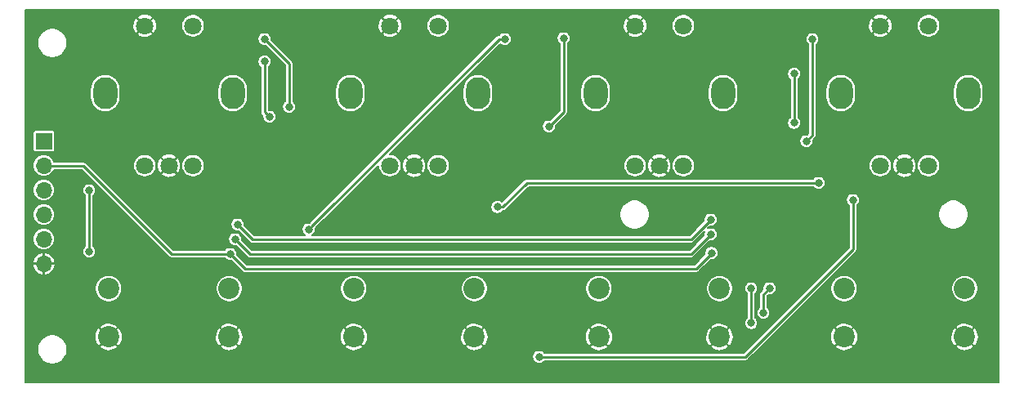
<source format=gbr>
G04 #@! TF.GenerationSoftware,KiCad,Pcbnew,5.0.1+dfsg1-2*
G04 #@! TF.CreationDate,2019-02-06T11:22:59+01:00*
G04 #@! TF.ProjectId,encoder-board,656E636F6465722D626F6172642E6B69,rev?*
G04 #@! TF.SameCoordinates,Original*
G04 #@! TF.FileFunction,Copper,L2,Bot,Signal*
G04 #@! TF.FilePolarity,Positive*
%FSLAX46Y46*%
G04 Gerber Fmt 4.6, Leading zero omitted, Abs format (unit mm)*
G04 Created by KiCad (PCBNEW 5.0.1+dfsg1-2) date Mi 06 Feb 2019 11:22:59 CET*
%MOMM*%
%LPD*%
G01*
G04 APERTURE LIST*
G04 #@! TA.AperFunction,ComponentPad*
%ADD10O,1.700000X1.700000*%
G04 #@! TD*
G04 #@! TA.AperFunction,ComponentPad*
%ADD11R,1.700000X1.700000*%
G04 #@! TD*
G04 #@! TA.AperFunction,ComponentPad*
%ADD12O,2.500000X3.300000*%
G04 #@! TD*
G04 #@! TA.AperFunction,ComponentPad*
%ADD13C,1.800000*%
G04 #@! TD*
G04 #@! TA.AperFunction,ComponentPad*
%ADD14C,2.200000*%
G04 #@! TD*
G04 #@! TA.AperFunction,ViaPad*
%ADD15C,0.800000*%
G04 #@! TD*
G04 #@! TA.AperFunction,Conductor*
%ADD16C,0.250000*%
G04 #@! TD*
G04 #@! TA.AperFunction,Conductor*
%ADD17C,0.200000*%
G04 #@! TD*
G04 APERTURE END LIST*
D10*
G04 #@! TO.P,J1,6*
G04 #@! TO.N,+3V3*
X105156000Y-111760000D03*
G04 #@! TO.P,J1,5*
G04 #@! TO.N,GND*
X105156000Y-109220000D03*
G04 #@! TO.P,J1,4*
G04 #@! TO.N,/CLK*
X105156000Y-106680000D03*
G04 #@! TO.P,J1,3*
G04 #@! TO.N,/DOUT*
X105156000Y-104140000D03*
G04 #@! TO.P,J1,2*
G04 #@! TO.N,/~PL*
X105156000Y-101600000D03*
D11*
G04 #@! TO.P,J1,1*
G04 #@! TO.N,/~CE*
X105156000Y-99060000D03*
G04 #@! TD*
D12*
G04 #@! TO.P,SW2,SH2*
G04 #@! TO.N,N/C*
X150110000Y-94100000D03*
G04 #@! TO.P,SW2,SH1*
X136910000Y-94100000D03*
D13*
G04 #@! TO.P,SW2,S1*
G04 #@! TO.N,+3V3*
X141010000Y-87100000D03*
G04 #@! TO.P,SW2,S2*
G04 #@! TO.N,/SW2-S*
X146010000Y-87100000D03*
G04 #@! TO.P,SW2,B*
G04 #@! TO.N,/SW2-B*
X146010000Y-101600000D03*
G04 #@! TO.P,SW2,C*
G04 #@! TO.N,+3V3*
X143510000Y-101600000D03*
G04 #@! TO.P,SW2,A*
G04 #@! TO.N,/SW2-A*
X141010000Y-101600000D03*
G04 #@! TD*
D12*
G04 #@! TO.P,SW4,SH2*
G04 #@! TO.N,N/C*
X200910000Y-94100000D03*
G04 #@! TO.P,SW4,SH1*
X187710000Y-94100000D03*
D13*
G04 #@! TO.P,SW4,S1*
G04 #@! TO.N,+3V3*
X191810000Y-87100000D03*
G04 #@! TO.P,SW4,S2*
G04 #@! TO.N,/SW4-S*
X196810000Y-87100000D03*
G04 #@! TO.P,SW4,B*
G04 #@! TO.N,/SW4-B*
X196810000Y-101600000D03*
G04 #@! TO.P,SW4,C*
G04 #@! TO.N,+3V3*
X194310000Y-101600000D03*
G04 #@! TO.P,SW4,A*
G04 #@! TO.N,/SW4-A*
X191810000Y-101600000D03*
G04 #@! TD*
D12*
G04 #@! TO.P,SW1,SH2*
G04 #@! TO.N,N/C*
X124710000Y-94100000D03*
G04 #@! TO.P,SW1,SH1*
X111510000Y-94100000D03*
D13*
G04 #@! TO.P,SW1,S1*
G04 #@! TO.N,+3V3*
X115610000Y-87100000D03*
G04 #@! TO.P,SW1,S2*
G04 #@! TO.N,/SW1-S*
X120610000Y-87100000D03*
G04 #@! TO.P,SW1,B*
G04 #@! TO.N,/SW1-B*
X120610000Y-101600000D03*
G04 #@! TO.P,SW1,C*
G04 #@! TO.N,+3V3*
X118110000Y-101600000D03*
G04 #@! TO.P,SW1,A*
G04 #@! TO.N,/SW1-A*
X115610000Y-101600000D03*
G04 #@! TD*
D12*
G04 #@! TO.P,SW3,SH2*
G04 #@! TO.N,N/C*
X175510000Y-94100000D03*
G04 #@! TO.P,SW3,SH1*
X162310000Y-94100000D03*
D13*
G04 #@! TO.P,SW3,S1*
G04 #@! TO.N,+3V3*
X166410000Y-87100000D03*
G04 #@! TO.P,SW3,S2*
G04 #@! TO.N,/SW3-S*
X171410000Y-87100000D03*
G04 #@! TO.P,SW3,B*
G04 #@! TO.N,/SW3-B*
X171410000Y-101600000D03*
G04 #@! TO.P,SW3,C*
G04 #@! TO.N,+3V3*
X168910000Y-101600000D03*
G04 #@! TO.P,SW3,A*
G04 #@! TO.N,/SW3-A*
X166410000Y-101600000D03*
G04 #@! TD*
D14*
G04 #@! TO.P,SW5,4*
G04 #@! TO.N,/SW5-S*
X111860000Y-114340000D03*
G04 #@! TO.P,SW5,3*
X124360000Y-114340000D03*
G04 #@! TO.P,SW5,2*
G04 #@! TO.N,+3V3*
X124360000Y-119340000D03*
G04 #@! TO.P,SW5,1*
X111860000Y-119340000D03*
G04 #@! TD*
G04 #@! TO.P,SW6,4*
G04 #@! TO.N,/SW6-S*
X137260000Y-114340000D03*
G04 #@! TO.P,SW6,3*
X149760000Y-114340000D03*
G04 #@! TO.P,SW6,2*
G04 #@! TO.N,+3V3*
X149760000Y-119340000D03*
G04 #@! TO.P,SW6,1*
X137260000Y-119340000D03*
G04 #@! TD*
G04 #@! TO.P,SW7,4*
G04 #@! TO.N,/SW7-S*
X162660000Y-114340000D03*
G04 #@! TO.P,SW7,3*
X175160000Y-114340000D03*
G04 #@! TO.P,SW7,2*
G04 #@! TO.N,+3V3*
X175160000Y-119340000D03*
G04 #@! TO.P,SW7,1*
X162660000Y-119340000D03*
G04 #@! TD*
G04 #@! TO.P,SW8,4*
G04 #@! TO.N,/SW8-S*
X188060000Y-114340000D03*
G04 #@! TO.P,SW8,3*
X200560000Y-114340000D03*
G04 #@! TO.P,SW8,2*
G04 #@! TO.N,+3V3*
X200560000Y-119340000D03*
G04 #@! TO.P,SW8,1*
X188060000Y-119340000D03*
G04 #@! TD*
D15*
G04 #@! TO.N,/~PL*
X124460000Y-110744000D03*
X174338000Y-110650000D03*
G04 #@! TO.N,/CLK*
X124968000Y-109220000D03*
X174244000Y-108712000D03*
G04 #@! TO.N,/SW2-S*
X152908000Y-88480000D03*
X132588000Y-108204012D03*
G04 #@! TO.N,/SW3-B*
X159004000Y-88392000D03*
X157480000Y-97536000D03*
G04 #@! TO.N,/SW1-A*
X128524000Y-96520000D03*
X128016000Y-90805000D03*
G04 #@! TO.N,/SW1-S*
X130556000Y-95504000D03*
X128016000Y-88480000D03*
G04 #@! TO.N,/~CE*
X125222022Y-107696028D03*
X174244000Y-107188000D03*
G04 #@! TO.N,/SW4-S*
X184785000Y-88480000D03*
X184150000Y-99060000D03*
G04 #@! TO.N,/SW4-B*
X182880000Y-92075000D03*
X182880000Y-97155000D03*
G04 #@! TO.N,/DOUT*
X156464006Y-121412000D03*
X188976000Y-105156000D03*
X109855000Y-104140000D03*
X109855000Y-110490000D03*
G04 #@! TO.N,/SW6-S*
X179705000Y-116840000D03*
X180340000Y-114300000D03*
G04 #@! TO.N,/SW5-S*
X178435000Y-114300000D03*
X178435000Y-117914999D03*
G04 #@! TO.N,/DATA*
X185420000Y-103378000D03*
X152146000Y-105885000D03*
G04 #@! TD*
D16*
G04 #@! TO.N,/~PL*
X124460000Y-110744000D02*
X125984000Y-112268000D01*
X172720000Y-112268000D02*
X174338000Y-110650000D01*
X125984000Y-112268000D02*
X172720000Y-112268000D01*
X109220000Y-101600000D02*
X105156000Y-101600000D01*
X124460000Y-110744000D02*
X118364000Y-110744000D01*
X118364000Y-110744000D02*
X109220000Y-101600000D01*
G04 #@! TO.N,/CLK*
X126492000Y-110744000D02*
X124968000Y-109220000D01*
X174244000Y-108712000D02*
X172212000Y-110744000D01*
X172212000Y-110744000D02*
X126492000Y-110744000D01*
G04 #@! TO.N,/SW2-S*
X132987999Y-107804013D02*
X132588000Y-108204012D01*
X152908000Y-88480000D02*
X152312012Y-88480000D01*
X152312012Y-88480000D02*
X132987999Y-107804013D01*
G04 #@! TO.N,/SW3-B*
X159004000Y-96012000D02*
X157480000Y-97536000D01*
X159004000Y-88392000D02*
X159004000Y-96012000D01*
G04 #@! TO.N,/SW1-A*
X128016000Y-96012000D02*
X128524000Y-96520000D01*
X128016000Y-90805000D02*
X128016000Y-96012000D01*
G04 #@! TO.N,/SW1-S*
X130556000Y-91020000D02*
X128016000Y-88480000D01*
X130556000Y-95504000D02*
X130556000Y-91020000D01*
G04 #@! TO.N,/~CE*
X172212000Y-109220000D02*
X174244000Y-107188000D01*
X125222022Y-107696028D02*
X126745994Y-109220000D01*
X126745994Y-109220000D02*
X172212000Y-109220000D01*
G04 #@! TO.N,/SW4-S*
X184785000Y-98425000D02*
X184785000Y-88480000D01*
X184150000Y-99060000D02*
X184785000Y-98425000D01*
G04 #@! TO.N,/SW4-B*
X182880000Y-92075000D02*
X182880000Y-97155000D01*
G04 #@! TO.N,/DOUT*
X177800000Y-121412000D02*
X156464006Y-121412000D01*
X188976000Y-105156000D02*
X188976000Y-110236000D01*
X188976000Y-110236000D02*
X177800000Y-121412000D01*
X109855000Y-104140000D02*
X109855000Y-104705685D01*
X109855000Y-104705685D02*
X109855000Y-110490000D01*
G04 #@! TO.N,/SW6-S*
X179705000Y-114935000D02*
X180340000Y-114300000D01*
X179705000Y-116840000D02*
X179705000Y-114935000D01*
G04 #@! TO.N,/SW5-S*
X178435000Y-114300000D02*
X178435000Y-117914999D01*
G04 #@! TO.N,/DATA*
X152711685Y-105885000D02*
X152146000Y-105885000D01*
X185420000Y-103378000D02*
X155218685Y-103378000D01*
X155218685Y-103378000D02*
X152711685Y-105885000D01*
G04 #@! TD*
D17*
G04 #@! TO.N,+3V3*
G36*
X204095000Y-124085000D02*
X103245000Y-124085000D01*
X103245000Y-120497338D01*
X104495000Y-120497338D01*
X104495000Y-120802662D01*
X104554565Y-121102118D01*
X104671408Y-121384200D01*
X104841036Y-121638068D01*
X105056932Y-121853964D01*
X105310800Y-122023592D01*
X105592882Y-122140435D01*
X105892338Y-122200000D01*
X106197662Y-122200000D01*
X106497118Y-122140435D01*
X106779200Y-122023592D01*
X107033068Y-121853964D01*
X107248964Y-121638068D01*
X107418592Y-121384200D01*
X107435634Y-121343056D01*
X155764006Y-121343056D01*
X155764006Y-121480944D01*
X155790907Y-121616182D01*
X155843674Y-121743574D01*
X155920280Y-121858224D01*
X156017782Y-121955726D01*
X156132432Y-122032332D01*
X156259824Y-122085099D01*
X156395062Y-122112000D01*
X156532950Y-122112000D01*
X156668188Y-122085099D01*
X156795580Y-122032332D01*
X156910230Y-121955726D01*
X157007732Y-121858224D01*
X157021913Y-121837000D01*
X177779133Y-121837000D01*
X177800000Y-121839055D01*
X177820867Y-121837000D01*
X177820874Y-121837000D01*
X177883314Y-121830850D01*
X177963427Y-121806548D01*
X178037260Y-121767084D01*
X178101974Y-121713974D01*
X178115284Y-121697756D01*
X179487130Y-120325910D01*
X187109445Y-120325910D01*
X187223939Y-120533272D01*
X187472799Y-120673451D01*
X187744224Y-120762386D01*
X188027786Y-120796660D01*
X188312586Y-120774956D01*
X188587678Y-120698106D01*
X188842492Y-120569065D01*
X188896061Y-120533272D01*
X189010555Y-120325910D01*
X199609445Y-120325910D01*
X199723939Y-120533272D01*
X199972799Y-120673451D01*
X200244224Y-120762386D01*
X200527786Y-120796660D01*
X200812586Y-120774956D01*
X201087678Y-120698106D01*
X201342492Y-120569065D01*
X201396061Y-120533272D01*
X201510555Y-120325910D01*
X200560000Y-119375355D01*
X199609445Y-120325910D01*
X189010555Y-120325910D01*
X188060000Y-119375355D01*
X187109445Y-120325910D01*
X179487130Y-120325910D01*
X180505254Y-119307786D01*
X186603340Y-119307786D01*
X186625044Y-119592586D01*
X186701894Y-119867678D01*
X186830935Y-120122492D01*
X186866728Y-120176061D01*
X187074090Y-120290555D01*
X188024645Y-119340000D01*
X188095355Y-119340000D01*
X189045910Y-120290555D01*
X189253272Y-120176061D01*
X189393451Y-119927201D01*
X189482386Y-119655776D01*
X189516660Y-119372214D01*
X189511751Y-119307786D01*
X199103340Y-119307786D01*
X199125044Y-119592586D01*
X199201894Y-119867678D01*
X199330935Y-120122492D01*
X199366728Y-120176061D01*
X199574090Y-120290555D01*
X200524645Y-119340000D01*
X200595355Y-119340000D01*
X201545910Y-120290555D01*
X201753272Y-120176061D01*
X201893451Y-119927201D01*
X201982386Y-119655776D01*
X202016660Y-119372214D01*
X201994956Y-119087414D01*
X201918106Y-118812322D01*
X201789065Y-118557508D01*
X201753272Y-118503939D01*
X201545910Y-118389445D01*
X200595355Y-119340000D01*
X200524645Y-119340000D01*
X199574090Y-118389445D01*
X199366728Y-118503939D01*
X199226549Y-118752799D01*
X199137614Y-119024224D01*
X199103340Y-119307786D01*
X189511751Y-119307786D01*
X189494956Y-119087414D01*
X189418106Y-118812322D01*
X189289065Y-118557508D01*
X189253272Y-118503939D01*
X189045910Y-118389445D01*
X188095355Y-119340000D01*
X188024645Y-119340000D01*
X187074090Y-118389445D01*
X186866728Y-118503939D01*
X186726549Y-118752799D01*
X186637614Y-119024224D01*
X186603340Y-119307786D01*
X180505254Y-119307786D01*
X181458950Y-118354090D01*
X187109445Y-118354090D01*
X188060000Y-119304645D01*
X189010555Y-118354090D01*
X199609445Y-118354090D01*
X200560000Y-119304645D01*
X201510555Y-118354090D01*
X201396061Y-118146728D01*
X201147201Y-118006549D01*
X200875776Y-117917614D01*
X200592214Y-117883340D01*
X200307414Y-117905044D01*
X200032322Y-117981894D01*
X199777508Y-118110935D01*
X199723939Y-118146728D01*
X199609445Y-118354090D01*
X189010555Y-118354090D01*
X188896061Y-118146728D01*
X188647201Y-118006549D01*
X188375776Y-117917614D01*
X188092214Y-117883340D01*
X187807414Y-117905044D01*
X187532322Y-117981894D01*
X187277508Y-118110935D01*
X187223939Y-118146728D01*
X187109445Y-118354090D01*
X181458950Y-118354090D01*
X185610928Y-114202112D01*
X186660000Y-114202112D01*
X186660000Y-114477888D01*
X186713801Y-114748365D01*
X186819336Y-115003149D01*
X186972549Y-115232448D01*
X187167552Y-115427451D01*
X187396851Y-115580664D01*
X187651635Y-115686199D01*
X187922112Y-115740000D01*
X188197888Y-115740000D01*
X188468365Y-115686199D01*
X188723149Y-115580664D01*
X188952448Y-115427451D01*
X189147451Y-115232448D01*
X189300664Y-115003149D01*
X189406199Y-114748365D01*
X189460000Y-114477888D01*
X189460000Y-114202112D01*
X199160000Y-114202112D01*
X199160000Y-114477888D01*
X199213801Y-114748365D01*
X199319336Y-115003149D01*
X199472549Y-115232448D01*
X199667552Y-115427451D01*
X199896851Y-115580664D01*
X200151635Y-115686199D01*
X200422112Y-115740000D01*
X200697888Y-115740000D01*
X200968365Y-115686199D01*
X201223149Y-115580664D01*
X201452448Y-115427451D01*
X201647451Y-115232448D01*
X201800664Y-115003149D01*
X201906199Y-114748365D01*
X201960000Y-114477888D01*
X201960000Y-114202112D01*
X201906199Y-113931635D01*
X201800664Y-113676851D01*
X201647451Y-113447552D01*
X201452448Y-113252549D01*
X201223149Y-113099336D01*
X200968365Y-112993801D01*
X200697888Y-112940000D01*
X200422112Y-112940000D01*
X200151635Y-112993801D01*
X199896851Y-113099336D01*
X199667552Y-113252549D01*
X199472549Y-113447552D01*
X199319336Y-113676851D01*
X199213801Y-113931635D01*
X199160000Y-114202112D01*
X189460000Y-114202112D01*
X189406199Y-113931635D01*
X189300664Y-113676851D01*
X189147451Y-113447552D01*
X188952448Y-113252549D01*
X188723149Y-113099336D01*
X188468365Y-112993801D01*
X188197888Y-112940000D01*
X187922112Y-112940000D01*
X187651635Y-112993801D01*
X187396851Y-113099336D01*
X187167552Y-113252549D01*
X186972549Y-113447552D01*
X186819336Y-113676851D01*
X186713801Y-113931635D01*
X186660000Y-114202112D01*
X185610928Y-114202112D01*
X189261762Y-110551279D01*
X189277974Y-110537974D01*
X189331084Y-110473260D01*
X189363600Y-110412426D01*
X189370548Y-110399428D01*
X189394850Y-110319314D01*
X189398149Y-110285818D01*
X189401000Y-110256874D01*
X189401000Y-110256867D01*
X189403055Y-110236000D01*
X189401000Y-110215133D01*
X189401000Y-106527338D01*
X197840000Y-106527338D01*
X197840000Y-106832662D01*
X197899565Y-107132118D01*
X198016408Y-107414200D01*
X198186036Y-107668068D01*
X198401932Y-107883964D01*
X198655800Y-108053592D01*
X198937882Y-108170435D01*
X199237338Y-108230000D01*
X199542662Y-108230000D01*
X199842118Y-108170435D01*
X200124200Y-108053592D01*
X200378068Y-107883964D01*
X200593964Y-107668068D01*
X200763592Y-107414200D01*
X200880435Y-107132118D01*
X200940000Y-106832662D01*
X200940000Y-106527338D01*
X200880435Y-106227882D01*
X200763592Y-105945800D01*
X200593964Y-105691932D01*
X200378068Y-105476036D01*
X200124200Y-105306408D01*
X199842118Y-105189565D01*
X199542662Y-105130000D01*
X199237338Y-105130000D01*
X198937882Y-105189565D01*
X198655800Y-105306408D01*
X198401932Y-105476036D01*
X198186036Y-105691932D01*
X198016408Y-105945800D01*
X197899565Y-106227882D01*
X197840000Y-106527338D01*
X189401000Y-106527338D01*
X189401000Y-105713907D01*
X189422224Y-105699726D01*
X189519726Y-105602224D01*
X189596332Y-105487574D01*
X189649099Y-105360182D01*
X189676000Y-105224944D01*
X189676000Y-105087056D01*
X189649099Y-104951818D01*
X189596332Y-104824426D01*
X189519726Y-104709776D01*
X189422224Y-104612274D01*
X189307574Y-104535668D01*
X189180182Y-104482901D01*
X189044944Y-104456000D01*
X188907056Y-104456000D01*
X188771818Y-104482901D01*
X188644426Y-104535668D01*
X188529776Y-104612274D01*
X188432274Y-104709776D01*
X188355668Y-104824426D01*
X188302901Y-104951818D01*
X188276000Y-105087056D01*
X188276000Y-105224944D01*
X188302901Y-105360182D01*
X188355668Y-105487574D01*
X188432274Y-105602224D01*
X188529776Y-105699726D01*
X188551000Y-105713907D01*
X188551001Y-110059958D01*
X177623960Y-120987000D01*
X157021913Y-120987000D01*
X157007732Y-120965776D01*
X156910230Y-120868274D01*
X156795580Y-120791668D01*
X156668188Y-120738901D01*
X156532950Y-120712000D01*
X156395062Y-120712000D01*
X156259824Y-120738901D01*
X156132432Y-120791668D01*
X156017782Y-120868274D01*
X155920280Y-120965776D01*
X155843674Y-121080426D01*
X155790907Y-121207818D01*
X155764006Y-121343056D01*
X107435634Y-121343056D01*
X107535435Y-121102118D01*
X107595000Y-120802662D01*
X107595000Y-120497338D01*
X107560902Y-120325910D01*
X110909445Y-120325910D01*
X111023939Y-120533272D01*
X111272799Y-120673451D01*
X111544224Y-120762386D01*
X111827786Y-120796660D01*
X112112586Y-120774956D01*
X112387678Y-120698106D01*
X112642492Y-120569065D01*
X112696061Y-120533272D01*
X112810555Y-120325910D01*
X123409445Y-120325910D01*
X123523939Y-120533272D01*
X123772799Y-120673451D01*
X124044224Y-120762386D01*
X124327786Y-120796660D01*
X124612586Y-120774956D01*
X124887678Y-120698106D01*
X125142492Y-120569065D01*
X125196061Y-120533272D01*
X125310555Y-120325910D01*
X136309445Y-120325910D01*
X136423939Y-120533272D01*
X136672799Y-120673451D01*
X136944224Y-120762386D01*
X137227786Y-120796660D01*
X137512586Y-120774956D01*
X137787678Y-120698106D01*
X138042492Y-120569065D01*
X138096061Y-120533272D01*
X138210555Y-120325910D01*
X148809445Y-120325910D01*
X148923939Y-120533272D01*
X149172799Y-120673451D01*
X149444224Y-120762386D01*
X149727786Y-120796660D01*
X150012586Y-120774956D01*
X150287678Y-120698106D01*
X150542492Y-120569065D01*
X150596061Y-120533272D01*
X150710555Y-120325910D01*
X161709445Y-120325910D01*
X161823939Y-120533272D01*
X162072799Y-120673451D01*
X162344224Y-120762386D01*
X162627786Y-120796660D01*
X162912586Y-120774956D01*
X163187678Y-120698106D01*
X163442492Y-120569065D01*
X163496061Y-120533272D01*
X163610555Y-120325910D01*
X174209445Y-120325910D01*
X174323939Y-120533272D01*
X174572799Y-120673451D01*
X174844224Y-120762386D01*
X175127786Y-120796660D01*
X175412586Y-120774956D01*
X175687678Y-120698106D01*
X175942492Y-120569065D01*
X175996061Y-120533272D01*
X176110555Y-120325910D01*
X175160000Y-119375355D01*
X174209445Y-120325910D01*
X163610555Y-120325910D01*
X162660000Y-119375355D01*
X161709445Y-120325910D01*
X150710555Y-120325910D01*
X149760000Y-119375355D01*
X148809445Y-120325910D01*
X138210555Y-120325910D01*
X137260000Y-119375355D01*
X136309445Y-120325910D01*
X125310555Y-120325910D01*
X124360000Y-119375355D01*
X123409445Y-120325910D01*
X112810555Y-120325910D01*
X111860000Y-119375355D01*
X110909445Y-120325910D01*
X107560902Y-120325910D01*
X107535435Y-120197882D01*
X107418592Y-119915800D01*
X107248964Y-119661932D01*
X107033068Y-119446036D01*
X106826161Y-119307786D01*
X110403340Y-119307786D01*
X110425044Y-119592586D01*
X110501894Y-119867678D01*
X110630935Y-120122492D01*
X110666728Y-120176061D01*
X110874090Y-120290555D01*
X111824645Y-119340000D01*
X111895355Y-119340000D01*
X112845910Y-120290555D01*
X113053272Y-120176061D01*
X113193451Y-119927201D01*
X113282386Y-119655776D01*
X113316660Y-119372214D01*
X113311751Y-119307786D01*
X122903340Y-119307786D01*
X122925044Y-119592586D01*
X123001894Y-119867678D01*
X123130935Y-120122492D01*
X123166728Y-120176061D01*
X123374090Y-120290555D01*
X124324645Y-119340000D01*
X124395355Y-119340000D01*
X125345910Y-120290555D01*
X125553272Y-120176061D01*
X125693451Y-119927201D01*
X125782386Y-119655776D01*
X125816660Y-119372214D01*
X125811751Y-119307786D01*
X135803340Y-119307786D01*
X135825044Y-119592586D01*
X135901894Y-119867678D01*
X136030935Y-120122492D01*
X136066728Y-120176061D01*
X136274090Y-120290555D01*
X137224645Y-119340000D01*
X137295355Y-119340000D01*
X138245910Y-120290555D01*
X138453272Y-120176061D01*
X138593451Y-119927201D01*
X138682386Y-119655776D01*
X138716660Y-119372214D01*
X138711751Y-119307786D01*
X148303340Y-119307786D01*
X148325044Y-119592586D01*
X148401894Y-119867678D01*
X148530935Y-120122492D01*
X148566728Y-120176061D01*
X148774090Y-120290555D01*
X149724645Y-119340000D01*
X149795355Y-119340000D01*
X150745910Y-120290555D01*
X150953272Y-120176061D01*
X151093451Y-119927201D01*
X151182386Y-119655776D01*
X151216660Y-119372214D01*
X151211751Y-119307786D01*
X161203340Y-119307786D01*
X161225044Y-119592586D01*
X161301894Y-119867678D01*
X161430935Y-120122492D01*
X161466728Y-120176061D01*
X161674090Y-120290555D01*
X162624645Y-119340000D01*
X162695355Y-119340000D01*
X163645910Y-120290555D01*
X163853272Y-120176061D01*
X163993451Y-119927201D01*
X164082386Y-119655776D01*
X164116660Y-119372214D01*
X164111751Y-119307786D01*
X173703340Y-119307786D01*
X173725044Y-119592586D01*
X173801894Y-119867678D01*
X173930935Y-120122492D01*
X173966728Y-120176061D01*
X174174090Y-120290555D01*
X175124645Y-119340000D01*
X175195355Y-119340000D01*
X176145910Y-120290555D01*
X176353272Y-120176061D01*
X176493451Y-119927201D01*
X176582386Y-119655776D01*
X176616660Y-119372214D01*
X176594956Y-119087414D01*
X176518106Y-118812322D01*
X176389065Y-118557508D01*
X176353272Y-118503939D01*
X176145910Y-118389445D01*
X175195355Y-119340000D01*
X175124645Y-119340000D01*
X174174090Y-118389445D01*
X173966728Y-118503939D01*
X173826549Y-118752799D01*
X173737614Y-119024224D01*
X173703340Y-119307786D01*
X164111751Y-119307786D01*
X164094956Y-119087414D01*
X164018106Y-118812322D01*
X163889065Y-118557508D01*
X163853272Y-118503939D01*
X163645910Y-118389445D01*
X162695355Y-119340000D01*
X162624645Y-119340000D01*
X161674090Y-118389445D01*
X161466728Y-118503939D01*
X161326549Y-118752799D01*
X161237614Y-119024224D01*
X161203340Y-119307786D01*
X151211751Y-119307786D01*
X151194956Y-119087414D01*
X151118106Y-118812322D01*
X150989065Y-118557508D01*
X150953272Y-118503939D01*
X150745910Y-118389445D01*
X149795355Y-119340000D01*
X149724645Y-119340000D01*
X148774090Y-118389445D01*
X148566728Y-118503939D01*
X148426549Y-118752799D01*
X148337614Y-119024224D01*
X148303340Y-119307786D01*
X138711751Y-119307786D01*
X138694956Y-119087414D01*
X138618106Y-118812322D01*
X138489065Y-118557508D01*
X138453272Y-118503939D01*
X138245910Y-118389445D01*
X137295355Y-119340000D01*
X137224645Y-119340000D01*
X136274090Y-118389445D01*
X136066728Y-118503939D01*
X135926549Y-118752799D01*
X135837614Y-119024224D01*
X135803340Y-119307786D01*
X125811751Y-119307786D01*
X125794956Y-119087414D01*
X125718106Y-118812322D01*
X125589065Y-118557508D01*
X125553272Y-118503939D01*
X125345910Y-118389445D01*
X124395355Y-119340000D01*
X124324645Y-119340000D01*
X123374090Y-118389445D01*
X123166728Y-118503939D01*
X123026549Y-118752799D01*
X122937614Y-119024224D01*
X122903340Y-119307786D01*
X113311751Y-119307786D01*
X113294956Y-119087414D01*
X113218106Y-118812322D01*
X113089065Y-118557508D01*
X113053272Y-118503939D01*
X112845910Y-118389445D01*
X111895355Y-119340000D01*
X111824645Y-119340000D01*
X110874090Y-118389445D01*
X110666728Y-118503939D01*
X110526549Y-118752799D01*
X110437614Y-119024224D01*
X110403340Y-119307786D01*
X106826161Y-119307786D01*
X106779200Y-119276408D01*
X106497118Y-119159565D01*
X106197662Y-119100000D01*
X105892338Y-119100000D01*
X105592882Y-119159565D01*
X105310800Y-119276408D01*
X105056932Y-119446036D01*
X104841036Y-119661932D01*
X104671408Y-119915800D01*
X104554565Y-120197882D01*
X104495000Y-120497338D01*
X103245000Y-120497338D01*
X103245000Y-118354090D01*
X110909445Y-118354090D01*
X111860000Y-119304645D01*
X112810555Y-118354090D01*
X123409445Y-118354090D01*
X124360000Y-119304645D01*
X125310555Y-118354090D01*
X136309445Y-118354090D01*
X137260000Y-119304645D01*
X138210555Y-118354090D01*
X148809445Y-118354090D01*
X149760000Y-119304645D01*
X150710555Y-118354090D01*
X161709445Y-118354090D01*
X162660000Y-119304645D01*
X163610555Y-118354090D01*
X174209445Y-118354090D01*
X175160000Y-119304645D01*
X176110555Y-118354090D01*
X175996061Y-118146728D01*
X175747201Y-118006549D01*
X175475776Y-117917614D01*
X175192214Y-117883340D01*
X174907414Y-117905044D01*
X174632322Y-117981894D01*
X174377508Y-118110935D01*
X174323939Y-118146728D01*
X174209445Y-118354090D01*
X163610555Y-118354090D01*
X163496061Y-118146728D01*
X163247201Y-118006549D01*
X162975776Y-117917614D01*
X162692214Y-117883340D01*
X162407414Y-117905044D01*
X162132322Y-117981894D01*
X161877508Y-118110935D01*
X161823939Y-118146728D01*
X161709445Y-118354090D01*
X150710555Y-118354090D01*
X150596061Y-118146728D01*
X150347201Y-118006549D01*
X150075776Y-117917614D01*
X149792214Y-117883340D01*
X149507414Y-117905044D01*
X149232322Y-117981894D01*
X148977508Y-118110935D01*
X148923939Y-118146728D01*
X148809445Y-118354090D01*
X138210555Y-118354090D01*
X138096061Y-118146728D01*
X137847201Y-118006549D01*
X137575776Y-117917614D01*
X137292214Y-117883340D01*
X137007414Y-117905044D01*
X136732322Y-117981894D01*
X136477508Y-118110935D01*
X136423939Y-118146728D01*
X136309445Y-118354090D01*
X125310555Y-118354090D01*
X125196061Y-118146728D01*
X124947201Y-118006549D01*
X124675776Y-117917614D01*
X124392214Y-117883340D01*
X124107414Y-117905044D01*
X123832322Y-117981894D01*
X123577508Y-118110935D01*
X123523939Y-118146728D01*
X123409445Y-118354090D01*
X112810555Y-118354090D01*
X112696061Y-118146728D01*
X112447201Y-118006549D01*
X112175776Y-117917614D01*
X111892214Y-117883340D01*
X111607414Y-117905044D01*
X111332322Y-117981894D01*
X111077508Y-118110935D01*
X111023939Y-118146728D01*
X110909445Y-118354090D01*
X103245000Y-118354090D01*
X103245000Y-114202112D01*
X110460000Y-114202112D01*
X110460000Y-114477888D01*
X110513801Y-114748365D01*
X110619336Y-115003149D01*
X110772549Y-115232448D01*
X110967552Y-115427451D01*
X111196851Y-115580664D01*
X111451635Y-115686199D01*
X111722112Y-115740000D01*
X111997888Y-115740000D01*
X112268365Y-115686199D01*
X112523149Y-115580664D01*
X112752448Y-115427451D01*
X112947451Y-115232448D01*
X113100664Y-115003149D01*
X113206199Y-114748365D01*
X113260000Y-114477888D01*
X113260000Y-114202112D01*
X122960000Y-114202112D01*
X122960000Y-114477888D01*
X123013801Y-114748365D01*
X123119336Y-115003149D01*
X123272549Y-115232448D01*
X123467552Y-115427451D01*
X123696851Y-115580664D01*
X123951635Y-115686199D01*
X124222112Y-115740000D01*
X124497888Y-115740000D01*
X124768365Y-115686199D01*
X125023149Y-115580664D01*
X125252448Y-115427451D01*
X125447451Y-115232448D01*
X125600664Y-115003149D01*
X125706199Y-114748365D01*
X125760000Y-114477888D01*
X125760000Y-114202112D01*
X135860000Y-114202112D01*
X135860000Y-114477888D01*
X135913801Y-114748365D01*
X136019336Y-115003149D01*
X136172549Y-115232448D01*
X136367552Y-115427451D01*
X136596851Y-115580664D01*
X136851635Y-115686199D01*
X137122112Y-115740000D01*
X137397888Y-115740000D01*
X137668365Y-115686199D01*
X137923149Y-115580664D01*
X138152448Y-115427451D01*
X138347451Y-115232448D01*
X138500664Y-115003149D01*
X138606199Y-114748365D01*
X138660000Y-114477888D01*
X138660000Y-114202112D01*
X148360000Y-114202112D01*
X148360000Y-114477888D01*
X148413801Y-114748365D01*
X148519336Y-115003149D01*
X148672549Y-115232448D01*
X148867552Y-115427451D01*
X149096851Y-115580664D01*
X149351635Y-115686199D01*
X149622112Y-115740000D01*
X149897888Y-115740000D01*
X150168365Y-115686199D01*
X150423149Y-115580664D01*
X150652448Y-115427451D01*
X150847451Y-115232448D01*
X151000664Y-115003149D01*
X151106199Y-114748365D01*
X151160000Y-114477888D01*
X151160000Y-114202112D01*
X161260000Y-114202112D01*
X161260000Y-114477888D01*
X161313801Y-114748365D01*
X161419336Y-115003149D01*
X161572549Y-115232448D01*
X161767552Y-115427451D01*
X161996851Y-115580664D01*
X162251635Y-115686199D01*
X162522112Y-115740000D01*
X162797888Y-115740000D01*
X163068365Y-115686199D01*
X163323149Y-115580664D01*
X163552448Y-115427451D01*
X163747451Y-115232448D01*
X163900664Y-115003149D01*
X164006199Y-114748365D01*
X164060000Y-114477888D01*
X164060000Y-114202112D01*
X173760000Y-114202112D01*
X173760000Y-114477888D01*
X173813801Y-114748365D01*
X173919336Y-115003149D01*
X174072549Y-115232448D01*
X174267552Y-115427451D01*
X174496851Y-115580664D01*
X174751635Y-115686199D01*
X175022112Y-115740000D01*
X175297888Y-115740000D01*
X175568365Y-115686199D01*
X175823149Y-115580664D01*
X176052448Y-115427451D01*
X176247451Y-115232448D01*
X176400664Y-115003149D01*
X176506199Y-114748365D01*
X176560000Y-114477888D01*
X176560000Y-114231056D01*
X177735000Y-114231056D01*
X177735000Y-114368944D01*
X177761901Y-114504182D01*
X177814668Y-114631574D01*
X177891274Y-114746224D01*
X177988776Y-114843726D01*
X178010000Y-114857907D01*
X178010001Y-117357091D01*
X177988776Y-117371273D01*
X177891274Y-117468775D01*
X177814668Y-117583425D01*
X177761901Y-117710817D01*
X177735000Y-117846055D01*
X177735000Y-117983943D01*
X177761901Y-118119181D01*
X177814668Y-118246573D01*
X177891274Y-118361223D01*
X177988776Y-118458725D01*
X178103426Y-118535331D01*
X178230818Y-118588098D01*
X178366056Y-118614999D01*
X178503944Y-118614999D01*
X178639182Y-118588098D01*
X178766574Y-118535331D01*
X178881224Y-118458725D01*
X178978726Y-118361223D01*
X179055332Y-118246573D01*
X179108099Y-118119181D01*
X179135000Y-117983943D01*
X179135000Y-117846055D01*
X179108099Y-117710817D01*
X179055332Y-117583425D01*
X178978726Y-117468775D01*
X178881224Y-117371273D01*
X178860000Y-117357092D01*
X178860000Y-116771056D01*
X179005000Y-116771056D01*
X179005000Y-116908944D01*
X179031901Y-117044182D01*
X179084668Y-117171574D01*
X179161274Y-117286224D01*
X179258776Y-117383726D01*
X179373426Y-117460332D01*
X179500818Y-117513099D01*
X179636056Y-117540000D01*
X179773944Y-117540000D01*
X179909182Y-117513099D01*
X180036574Y-117460332D01*
X180151224Y-117383726D01*
X180248726Y-117286224D01*
X180325332Y-117171574D01*
X180378099Y-117044182D01*
X180405000Y-116908944D01*
X180405000Y-116771056D01*
X180378099Y-116635818D01*
X180325332Y-116508426D01*
X180248726Y-116393776D01*
X180151224Y-116296274D01*
X180130000Y-116282093D01*
X180130000Y-115111040D01*
X180246020Y-114995020D01*
X180271056Y-115000000D01*
X180408944Y-115000000D01*
X180544182Y-114973099D01*
X180671574Y-114920332D01*
X180786224Y-114843726D01*
X180883726Y-114746224D01*
X180960332Y-114631574D01*
X181013099Y-114504182D01*
X181040000Y-114368944D01*
X181040000Y-114231056D01*
X181013099Y-114095818D01*
X180960332Y-113968426D01*
X180883726Y-113853776D01*
X180786224Y-113756274D01*
X180671574Y-113679668D01*
X180544182Y-113626901D01*
X180408944Y-113600000D01*
X180271056Y-113600000D01*
X180135818Y-113626901D01*
X180008426Y-113679668D01*
X179893776Y-113756274D01*
X179796274Y-113853776D01*
X179719668Y-113968426D01*
X179666901Y-114095818D01*
X179640000Y-114231056D01*
X179640000Y-114368944D01*
X179644980Y-114393980D01*
X179419239Y-114619721D01*
X179403027Y-114633026D01*
X179349917Y-114697740D01*
X179324002Y-114746224D01*
X179310453Y-114771573D01*
X179286150Y-114851686D01*
X179277945Y-114935000D01*
X179280001Y-114955877D01*
X179280000Y-116282093D01*
X179258776Y-116296274D01*
X179161274Y-116393776D01*
X179084668Y-116508426D01*
X179031901Y-116635818D01*
X179005000Y-116771056D01*
X178860000Y-116771056D01*
X178860000Y-114857907D01*
X178881224Y-114843726D01*
X178978726Y-114746224D01*
X179055332Y-114631574D01*
X179108099Y-114504182D01*
X179135000Y-114368944D01*
X179135000Y-114231056D01*
X179108099Y-114095818D01*
X179055332Y-113968426D01*
X178978726Y-113853776D01*
X178881224Y-113756274D01*
X178766574Y-113679668D01*
X178639182Y-113626901D01*
X178503944Y-113600000D01*
X178366056Y-113600000D01*
X178230818Y-113626901D01*
X178103426Y-113679668D01*
X177988776Y-113756274D01*
X177891274Y-113853776D01*
X177814668Y-113968426D01*
X177761901Y-114095818D01*
X177735000Y-114231056D01*
X176560000Y-114231056D01*
X176560000Y-114202112D01*
X176506199Y-113931635D01*
X176400664Y-113676851D01*
X176247451Y-113447552D01*
X176052448Y-113252549D01*
X175823149Y-113099336D01*
X175568365Y-112993801D01*
X175297888Y-112940000D01*
X175022112Y-112940000D01*
X174751635Y-112993801D01*
X174496851Y-113099336D01*
X174267552Y-113252549D01*
X174072549Y-113447552D01*
X173919336Y-113676851D01*
X173813801Y-113931635D01*
X173760000Y-114202112D01*
X164060000Y-114202112D01*
X164006199Y-113931635D01*
X163900664Y-113676851D01*
X163747451Y-113447552D01*
X163552448Y-113252549D01*
X163323149Y-113099336D01*
X163068365Y-112993801D01*
X162797888Y-112940000D01*
X162522112Y-112940000D01*
X162251635Y-112993801D01*
X161996851Y-113099336D01*
X161767552Y-113252549D01*
X161572549Y-113447552D01*
X161419336Y-113676851D01*
X161313801Y-113931635D01*
X161260000Y-114202112D01*
X151160000Y-114202112D01*
X151106199Y-113931635D01*
X151000664Y-113676851D01*
X150847451Y-113447552D01*
X150652448Y-113252549D01*
X150423149Y-113099336D01*
X150168365Y-112993801D01*
X149897888Y-112940000D01*
X149622112Y-112940000D01*
X149351635Y-112993801D01*
X149096851Y-113099336D01*
X148867552Y-113252549D01*
X148672549Y-113447552D01*
X148519336Y-113676851D01*
X148413801Y-113931635D01*
X148360000Y-114202112D01*
X138660000Y-114202112D01*
X138606199Y-113931635D01*
X138500664Y-113676851D01*
X138347451Y-113447552D01*
X138152448Y-113252549D01*
X137923149Y-113099336D01*
X137668365Y-112993801D01*
X137397888Y-112940000D01*
X137122112Y-112940000D01*
X136851635Y-112993801D01*
X136596851Y-113099336D01*
X136367552Y-113252549D01*
X136172549Y-113447552D01*
X136019336Y-113676851D01*
X135913801Y-113931635D01*
X135860000Y-114202112D01*
X125760000Y-114202112D01*
X125706199Y-113931635D01*
X125600664Y-113676851D01*
X125447451Y-113447552D01*
X125252448Y-113252549D01*
X125023149Y-113099336D01*
X124768365Y-112993801D01*
X124497888Y-112940000D01*
X124222112Y-112940000D01*
X123951635Y-112993801D01*
X123696851Y-113099336D01*
X123467552Y-113252549D01*
X123272549Y-113447552D01*
X123119336Y-113676851D01*
X123013801Y-113931635D01*
X122960000Y-114202112D01*
X113260000Y-114202112D01*
X113206199Y-113931635D01*
X113100664Y-113676851D01*
X112947451Y-113447552D01*
X112752448Y-113252549D01*
X112523149Y-113099336D01*
X112268365Y-112993801D01*
X111997888Y-112940000D01*
X111722112Y-112940000D01*
X111451635Y-112993801D01*
X111196851Y-113099336D01*
X110967552Y-113252549D01*
X110772549Y-113447552D01*
X110619336Y-113676851D01*
X110513801Y-113931635D01*
X110460000Y-114202112D01*
X103245000Y-114202112D01*
X103245000Y-111972373D01*
X103974942Y-111972373D01*
X103983573Y-112015764D01*
X104055998Y-112239579D01*
X104170696Y-112444964D01*
X104323258Y-112624026D01*
X104507822Y-112769884D01*
X104717295Y-112876933D01*
X104943627Y-112941059D01*
X105131000Y-112872241D01*
X105131000Y-111785000D01*
X105181000Y-111785000D01*
X105181000Y-112872241D01*
X105368373Y-112941059D01*
X105594705Y-112876933D01*
X105804178Y-112769884D01*
X105988742Y-112624026D01*
X106141304Y-112444964D01*
X106256002Y-112239579D01*
X106328427Y-112015764D01*
X106337058Y-111972373D01*
X106268219Y-111785000D01*
X105181000Y-111785000D01*
X105131000Y-111785000D01*
X104043781Y-111785000D01*
X103974942Y-111972373D01*
X103245000Y-111972373D01*
X103245000Y-111547627D01*
X103974942Y-111547627D01*
X104043781Y-111735000D01*
X105131000Y-111735000D01*
X105131000Y-110647759D01*
X105181000Y-110647759D01*
X105181000Y-111735000D01*
X106268219Y-111735000D01*
X106337058Y-111547627D01*
X106328427Y-111504236D01*
X106256002Y-111280421D01*
X106141304Y-111075036D01*
X105988742Y-110895974D01*
X105804178Y-110750116D01*
X105594705Y-110643067D01*
X105368373Y-110578941D01*
X105181000Y-110647759D01*
X105131000Y-110647759D01*
X104943627Y-110578941D01*
X104717295Y-110643067D01*
X104507822Y-110750116D01*
X104323258Y-110895974D01*
X104170696Y-111075036D01*
X104055998Y-111280421D01*
X103983573Y-111504236D01*
X103974942Y-111547627D01*
X103245000Y-111547627D01*
X103245000Y-109220000D01*
X104000436Y-109220000D01*
X104022640Y-109445439D01*
X104088398Y-109662215D01*
X104195184Y-109861997D01*
X104338893Y-110037107D01*
X104514003Y-110180816D01*
X104713785Y-110287602D01*
X104930561Y-110353360D01*
X105099508Y-110370000D01*
X105212492Y-110370000D01*
X105381439Y-110353360D01*
X105598215Y-110287602D01*
X105797997Y-110180816D01*
X105973107Y-110037107D01*
X106116816Y-109861997D01*
X106223602Y-109662215D01*
X106289360Y-109445439D01*
X106311564Y-109220000D01*
X106289360Y-108994561D01*
X106223602Y-108777785D01*
X106116816Y-108578003D01*
X105973107Y-108402893D01*
X105797997Y-108259184D01*
X105598215Y-108152398D01*
X105381439Y-108086640D01*
X105212492Y-108070000D01*
X105099508Y-108070000D01*
X104930561Y-108086640D01*
X104713785Y-108152398D01*
X104514003Y-108259184D01*
X104338893Y-108402893D01*
X104195184Y-108578003D01*
X104088398Y-108777785D01*
X104022640Y-108994561D01*
X104000436Y-109220000D01*
X103245000Y-109220000D01*
X103245000Y-106680000D01*
X104000436Y-106680000D01*
X104022640Y-106905439D01*
X104088398Y-107122215D01*
X104195184Y-107321997D01*
X104338893Y-107497107D01*
X104514003Y-107640816D01*
X104713785Y-107747602D01*
X104930561Y-107813360D01*
X105099508Y-107830000D01*
X105212492Y-107830000D01*
X105381439Y-107813360D01*
X105598215Y-107747602D01*
X105797997Y-107640816D01*
X105973107Y-107497107D01*
X106116816Y-107321997D01*
X106223602Y-107122215D01*
X106289360Y-106905439D01*
X106311564Y-106680000D01*
X106289360Y-106454561D01*
X106223602Y-106237785D01*
X106116816Y-106038003D01*
X105973107Y-105862893D01*
X105797997Y-105719184D01*
X105598215Y-105612398D01*
X105381439Y-105546640D01*
X105212492Y-105530000D01*
X105099508Y-105530000D01*
X104930561Y-105546640D01*
X104713785Y-105612398D01*
X104514003Y-105719184D01*
X104338893Y-105862893D01*
X104195184Y-106038003D01*
X104088398Y-106237785D01*
X104022640Y-106454561D01*
X104000436Y-106680000D01*
X103245000Y-106680000D01*
X103245000Y-104140000D01*
X104000436Y-104140000D01*
X104022640Y-104365439D01*
X104088398Y-104582215D01*
X104195184Y-104781997D01*
X104338893Y-104957107D01*
X104514003Y-105100816D01*
X104713785Y-105207602D01*
X104930561Y-105273360D01*
X105099508Y-105290000D01*
X105212492Y-105290000D01*
X105381439Y-105273360D01*
X105598215Y-105207602D01*
X105797997Y-105100816D01*
X105973107Y-104957107D01*
X106116816Y-104781997D01*
X106223602Y-104582215D01*
X106289360Y-104365439D01*
X106311564Y-104140000D01*
X106304774Y-104071056D01*
X109155000Y-104071056D01*
X109155000Y-104208944D01*
X109181901Y-104344182D01*
X109234668Y-104471574D01*
X109311274Y-104586224D01*
X109408776Y-104683726D01*
X109430000Y-104697907D01*
X109430001Y-109932092D01*
X109408776Y-109946274D01*
X109311274Y-110043776D01*
X109234668Y-110158426D01*
X109181901Y-110285818D01*
X109155000Y-110421056D01*
X109155000Y-110558944D01*
X109181901Y-110694182D01*
X109234668Y-110821574D01*
X109311274Y-110936224D01*
X109408776Y-111033726D01*
X109523426Y-111110332D01*
X109650818Y-111163099D01*
X109786056Y-111190000D01*
X109923944Y-111190000D01*
X110059182Y-111163099D01*
X110186574Y-111110332D01*
X110301224Y-111033726D01*
X110398726Y-110936224D01*
X110475332Y-110821574D01*
X110528099Y-110694182D01*
X110555000Y-110558944D01*
X110555000Y-110421056D01*
X110528099Y-110285818D01*
X110475332Y-110158426D01*
X110398726Y-110043776D01*
X110301224Y-109946274D01*
X110280000Y-109932093D01*
X110280000Y-104697907D01*
X110301224Y-104683726D01*
X110398726Y-104586224D01*
X110475332Y-104471574D01*
X110528099Y-104344182D01*
X110555000Y-104208944D01*
X110555000Y-104071056D01*
X110528099Y-103935818D01*
X110475332Y-103808426D01*
X110398726Y-103693776D01*
X110301224Y-103596274D01*
X110186574Y-103519668D01*
X110059182Y-103466901D01*
X109923944Y-103440000D01*
X109786056Y-103440000D01*
X109650818Y-103466901D01*
X109523426Y-103519668D01*
X109408776Y-103596274D01*
X109311274Y-103693776D01*
X109234668Y-103808426D01*
X109181901Y-103935818D01*
X109155000Y-104071056D01*
X106304774Y-104071056D01*
X106289360Y-103914561D01*
X106223602Y-103697785D01*
X106116816Y-103498003D01*
X105973107Y-103322893D01*
X105797997Y-103179184D01*
X105598215Y-103072398D01*
X105381439Y-103006640D01*
X105212492Y-102990000D01*
X105099508Y-102990000D01*
X104930561Y-103006640D01*
X104713785Y-103072398D01*
X104514003Y-103179184D01*
X104338893Y-103322893D01*
X104195184Y-103498003D01*
X104088398Y-103697785D01*
X104022640Y-103914561D01*
X104000436Y-104140000D01*
X103245000Y-104140000D01*
X103245000Y-101600000D01*
X104000436Y-101600000D01*
X104022640Y-101825439D01*
X104088398Y-102042215D01*
X104195184Y-102241997D01*
X104338893Y-102417107D01*
X104514003Y-102560816D01*
X104713785Y-102667602D01*
X104930561Y-102733360D01*
X105099508Y-102750000D01*
X105212492Y-102750000D01*
X105381439Y-102733360D01*
X105598215Y-102667602D01*
X105797997Y-102560816D01*
X105973107Y-102417107D01*
X106116816Y-102241997D01*
X106223602Y-102042215D01*
X106228824Y-102025000D01*
X109043960Y-102025000D01*
X118048719Y-111029760D01*
X118062026Y-111045974D01*
X118126740Y-111099084D01*
X118174855Y-111124801D01*
X118200572Y-111138548D01*
X118280685Y-111162850D01*
X118288327Y-111163603D01*
X118343126Y-111169000D01*
X118343133Y-111169000D01*
X118364000Y-111171055D01*
X118384867Y-111169000D01*
X123902093Y-111169000D01*
X123916274Y-111190224D01*
X124013776Y-111287726D01*
X124128426Y-111364332D01*
X124255818Y-111417099D01*
X124391056Y-111444000D01*
X124528944Y-111444000D01*
X124553980Y-111439020D01*
X125668721Y-112553762D01*
X125682026Y-112569974D01*
X125746740Y-112623084D01*
X125820573Y-112662548D01*
X125876383Y-112679478D01*
X125900685Y-112686850D01*
X125909098Y-112687679D01*
X125963126Y-112693000D01*
X125963132Y-112693000D01*
X125983999Y-112695055D01*
X126004866Y-112693000D01*
X172699133Y-112693000D01*
X172720000Y-112695055D01*
X172740867Y-112693000D01*
X172740874Y-112693000D01*
X172803314Y-112686850D01*
X172883427Y-112662548D01*
X172957260Y-112623084D01*
X173021974Y-112569974D01*
X173035284Y-112553756D01*
X174244020Y-111345020D01*
X174269056Y-111350000D01*
X174406944Y-111350000D01*
X174542182Y-111323099D01*
X174669574Y-111270332D01*
X174784224Y-111193726D01*
X174881726Y-111096224D01*
X174958332Y-110981574D01*
X175011099Y-110854182D01*
X175038000Y-110718944D01*
X175038000Y-110581056D01*
X175011099Y-110445818D01*
X174958332Y-110318426D01*
X174881726Y-110203776D01*
X174784224Y-110106274D01*
X174669574Y-110029668D01*
X174542182Y-109976901D01*
X174406944Y-109950000D01*
X174269056Y-109950000D01*
X174133818Y-109976901D01*
X174006426Y-110029668D01*
X173891776Y-110106274D01*
X173794274Y-110203776D01*
X173717668Y-110318426D01*
X173664901Y-110445818D01*
X173638000Y-110581056D01*
X173638000Y-110718944D01*
X173642980Y-110743980D01*
X172543960Y-111843000D01*
X126160041Y-111843000D01*
X125155020Y-110837980D01*
X125160000Y-110812944D01*
X125160000Y-110675056D01*
X125133099Y-110539818D01*
X125080332Y-110412426D01*
X125003726Y-110297776D01*
X124906224Y-110200274D01*
X124791574Y-110123668D01*
X124664182Y-110070901D01*
X124528944Y-110044000D01*
X124391056Y-110044000D01*
X124255818Y-110070901D01*
X124128426Y-110123668D01*
X124013776Y-110200274D01*
X123916274Y-110297776D01*
X123902093Y-110319000D01*
X118540041Y-110319000D01*
X117372097Y-109151056D01*
X124268000Y-109151056D01*
X124268000Y-109288944D01*
X124294901Y-109424182D01*
X124347668Y-109551574D01*
X124424274Y-109666224D01*
X124521776Y-109763726D01*
X124636426Y-109840332D01*
X124763818Y-109893099D01*
X124899056Y-109920000D01*
X125036944Y-109920000D01*
X125061980Y-109915020D01*
X126176719Y-111029760D01*
X126190026Y-111045974D01*
X126254740Y-111099084D01*
X126328573Y-111138548D01*
X126384383Y-111155478D01*
X126408685Y-111162850D01*
X126417098Y-111163679D01*
X126471126Y-111169000D01*
X126471132Y-111169000D01*
X126491999Y-111171055D01*
X126512866Y-111169000D01*
X172191133Y-111169000D01*
X172212000Y-111171055D01*
X172232867Y-111169000D01*
X172232874Y-111169000D01*
X172295314Y-111162850D01*
X172375427Y-111138548D01*
X172449260Y-111099084D01*
X172513974Y-111045974D01*
X172527283Y-111029757D01*
X174150021Y-109407020D01*
X174175056Y-109412000D01*
X174312944Y-109412000D01*
X174448182Y-109385099D01*
X174575574Y-109332332D01*
X174690224Y-109255726D01*
X174787726Y-109158224D01*
X174864332Y-109043574D01*
X174917099Y-108916182D01*
X174944000Y-108780944D01*
X174944000Y-108643056D01*
X174917099Y-108507818D01*
X174864332Y-108380426D01*
X174787726Y-108265776D01*
X174690224Y-108168274D01*
X174575574Y-108091668D01*
X174448182Y-108038901D01*
X174312944Y-108012000D01*
X174175056Y-108012000D01*
X174039818Y-108038901D01*
X173961841Y-108071200D01*
X174150021Y-107883020D01*
X174175056Y-107888000D01*
X174312944Y-107888000D01*
X174448182Y-107861099D01*
X174575574Y-107808332D01*
X174690224Y-107731726D01*
X174787726Y-107634224D01*
X174864332Y-107519574D01*
X174917099Y-107392182D01*
X174944000Y-107256944D01*
X174944000Y-107119056D01*
X174917099Y-106983818D01*
X174864332Y-106856426D01*
X174787726Y-106741776D01*
X174690224Y-106644274D01*
X174575574Y-106567668D01*
X174448182Y-106514901D01*
X174312944Y-106488000D01*
X174175056Y-106488000D01*
X174039818Y-106514901D01*
X173912426Y-106567668D01*
X173797776Y-106644274D01*
X173700274Y-106741776D01*
X173623668Y-106856426D01*
X173570901Y-106983818D01*
X173544000Y-107119056D01*
X173544000Y-107256944D01*
X173548980Y-107281979D01*
X172035960Y-108795000D01*
X132963491Y-108795000D01*
X133034224Y-108747738D01*
X133131726Y-108650236D01*
X133208332Y-108535586D01*
X133261099Y-108408194D01*
X133288000Y-108272956D01*
X133288000Y-108135068D01*
X133283020Y-108110033D01*
X133303279Y-108089774D01*
X133303284Y-108089768D01*
X135576996Y-105816056D01*
X151446000Y-105816056D01*
X151446000Y-105953944D01*
X151472901Y-106089182D01*
X151525668Y-106216574D01*
X151602274Y-106331224D01*
X151699776Y-106428726D01*
X151814426Y-106505332D01*
X151941818Y-106558099D01*
X152077056Y-106585000D01*
X152214944Y-106585000D01*
X152350182Y-106558099D01*
X152424446Y-106527338D01*
X164820000Y-106527338D01*
X164820000Y-106832662D01*
X164879565Y-107132118D01*
X164996408Y-107414200D01*
X165166036Y-107668068D01*
X165381932Y-107883964D01*
X165635800Y-108053592D01*
X165917882Y-108170435D01*
X166217338Y-108230000D01*
X166522662Y-108230000D01*
X166822118Y-108170435D01*
X167104200Y-108053592D01*
X167358068Y-107883964D01*
X167573964Y-107668068D01*
X167743592Y-107414200D01*
X167860435Y-107132118D01*
X167920000Y-106832662D01*
X167920000Y-106527338D01*
X167860435Y-106227882D01*
X167743592Y-105945800D01*
X167573964Y-105691932D01*
X167358068Y-105476036D01*
X167104200Y-105306408D01*
X166822118Y-105189565D01*
X166522662Y-105130000D01*
X166217338Y-105130000D01*
X165917882Y-105189565D01*
X165635800Y-105306408D01*
X165381932Y-105476036D01*
X165166036Y-105691932D01*
X164996408Y-105945800D01*
X164879565Y-106227882D01*
X164820000Y-106527338D01*
X152424446Y-106527338D01*
X152477574Y-106505332D01*
X152592224Y-106428726D01*
X152689726Y-106331224D01*
X152703099Y-106311209D01*
X152711685Y-106312055D01*
X152732552Y-106310000D01*
X152732559Y-106310000D01*
X152794999Y-106303850D01*
X152875112Y-106279548D01*
X152948945Y-106240084D01*
X153013659Y-106186974D01*
X153026968Y-106170757D01*
X155394726Y-103803000D01*
X184862093Y-103803000D01*
X184876274Y-103824224D01*
X184973776Y-103921726D01*
X185088426Y-103998332D01*
X185215818Y-104051099D01*
X185351056Y-104078000D01*
X185488944Y-104078000D01*
X185624182Y-104051099D01*
X185751574Y-103998332D01*
X185866224Y-103921726D01*
X185963726Y-103824224D01*
X186040332Y-103709574D01*
X186093099Y-103582182D01*
X186120000Y-103446944D01*
X186120000Y-103309056D01*
X186093099Y-103173818D01*
X186040332Y-103046426D01*
X185963726Y-102931776D01*
X185866224Y-102834274D01*
X185751574Y-102757668D01*
X185624182Y-102704901D01*
X185488944Y-102678000D01*
X185351056Y-102678000D01*
X185215818Y-102704901D01*
X185088426Y-102757668D01*
X184973776Y-102834274D01*
X184876274Y-102931776D01*
X184862093Y-102953000D01*
X155239551Y-102953000D01*
X155218684Y-102950945D01*
X155197817Y-102953000D01*
X155197811Y-102953000D01*
X155143783Y-102958321D01*
X155135370Y-102959150D01*
X155111068Y-102966522D01*
X155055258Y-102983452D01*
X154981425Y-103022916D01*
X154916711Y-103076026D01*
X154903406Y-103092238D01*
X152623297Y-105372347D01*
X152592224Y-105341274D01*
X152477574Y-105264668D01*
X152350182Y-105211901D01*
X152214944Y-105185000D01*
X152077056Y-105185000D01*
X151941818Y-105211901D01*
X151814426Y-105264668D01*
X151699776Y-105341274D01*
X151602274Y-105438776D01*
X151525668Y-105553426D01*
X151472901Y-105680818D01*
X151446000Y-105816056D01*
X135576996Y-105816056D01*
X139810000Y-101583052D01*
X139810000Y-101718190D01*
X139856116Y-101950027D01*
X139946574Y-102168413D01*
X140077899Y-102364955D01*
X140245045Y-102532101D01*
X140441587Y-102663426D01*
X140659973Y-102753884D01*
X140891810Y-102800000D01*
X141128190Y-102800000D01*
X141360027Y-102753884D01*
X141578413Y-102663426D01*
X141774955Y-102532101D01*
X141863279Y-102443777D01*
X142701578Y-102443777D01*
X142792085Y-102630657D01*
X143006951Y-102750912D01*
X143241149Y-102826937D01*
X143485678Y-102855812D01*
X143731143Y-102836426D01*
X143968108Y-102769526D01*
X144187469Y-102657680D01*
X144227915Y-102630657D01*
X144318422Y-102443777D01*
X143510000Y-101635355D01*
X142701578Y-102443777D01*
X141863279Y-102443777D01*
X141942101Y-102364955D01*
X142073426Y-102168413D01*
X142163884Y-101950027D01*
X142210000Y-101718190D01*
X142210000Y-101575678D01*
X142254188Y-101575678D01*
X142273574Y-101821143D01*
X142340474Y-102058108D01*
X142452320Y-102277469D01*
X142479343Y-102317915D01*
X142666223Y-102408422D01*
X143474645Y-101600000D01*
X143545355Y-101600000D01*
X144353777Y-102408422D01*
X144540657Y-102317915D01*
X144660912Y-102103049D01*
X144736937Y-101868851D01*
X144765812Y-101624322D01*
X144754557Y-101481810D01*
X144810000Y-101481810D01*
X144810000Y-101718190D01*
X144856116Y-101950027D01*
X144946574Y-102168413D01*
X145077899Y-102364955D01*
X145245045Y-102532101D01*
X145441587Y-102663426D01*
X145659973Y-102753884D01*
X145891810Y-102800000D01*
X146128190Y-102800000D01*
X146360027Y-102753884D01*
X146578413Y-102663426D01*
X146774955Y-102532101D01*
X146942101Y-102364955D01*
X147073426Y-102168413D01*
X147163884Y-101950027D01*
X147210000Y-101718190D01*
X147210000Y-101481810D01*
X165210000Y-101481810D01*
X165210000Y-101718190D01*
X165256116Y-101950027D01*
X165346574Y-102168413D01*
X165477899Y-102364955D01*
X165645045Y-102532101D01*
X165841587Y-102663426D01*
X166059973Y-102753884D01*
X166291810Y-102800000D01*
X166528190Y-102800000D01*
X166760027Y-102753884D01*
X166978413Y-102663426D01*
X167174955Y-102532101D01*
X167263279Y-102443777D01*
X168101578Y-102443777D01*
X168192085Y-102630657D01*
X168406951Y-102750912D01*
X168641149Y-102826937D01*
X168885678Y-102855812D01*
X169131143Y-102836426D01*
X169368108Y-102769526D01*
X169587469Y-102657680D01*
X169627915Y-102630657D01*
X169718422Y-102443777D01*
X168910000Y-101635355D01*
X168101578Y-102443777D01*
X167263279Y-102443777D01*
X167342101Y-102364955D01*
X167473426Y-102168413D01*
X167563884Y-101950027D01*
X167610000Y-101718190D01*
X167610000Y-101575678D01*
X167654188Y-101575678D01*
X167673574Y-101821143D01*
X167740474Y-102058108D01*
X167852320Y-102277469D01*
X167879343Y-102317915D01*
X168066223Y-102408422D01*
X168874645Y-101600000D01*
X168945355Y-101600000D01*
X169753777Y-102408422D01*
X169940657Y-102317915D01*
X170060912Y-102103049D01*
X170136937Y-101868851D01*
X170165812Y-101624322D01*
X170154557Y-101481810D01*
X170210000Y-101481810D01*
X170210000Y-101718190D01*
X170256116Y-101950027D01*
X170346574Y-102168413D01*
X170477899Y-102364955D01*
X170645045Y-102532101D01*
X170841587Y-102663426D01*
X171059973Y-102753884D01*
X171291810Y-102800000D01*
X171528190Y-102800000D01*
X171760027Y-102753884D01*
X171978413Y-102663426D01*
X172174955Y-102532101D01*
X172342101Y-102364955D01*
X172473426Y-102168413D01*
X172563884Y-101950027D01*
X172610000Y-101718190D01*
X172610000Y-101481810D01*
X190610000Y-101481810D01*
X190610000Y-101718190D01*
X190656116Y-101950027D01*
X190746574Y-102168413D01*
X190877899Y-102364955D01*
X191045045Y-102532101D01*
X191241587Y-102663426D01*
X191459973Y-102753884D01*
X191691810Y-102800000D01*
X191928190Y-102800000D01*
X192160027Y-102753884D01*
X192378413Y-102663426D01*
X192574955Y-102532101D01*
X192663279Y-102443777D01*
X193501578Y-102443777D01*
X193592085Y-102630657D01*
X193806951Y-102750912D01*
X194041149Y-102826937D01*
X194285678Y-102855812D01*
X194531143Y-102836426D01*
X194768108Y-102769526D01*
X194987469Y-102657680D01*
X195027915Y-102630657D01*
X195118422Y-102443777D01*
X194310000Y-101635355D01*
X193501578Y-102443777D01*
X192663279Y-102443777D01*
X192742101Y-102364955D01*
X192873426Y-102168413D01*
X192963884Y-101950027D01*
X193010000Y-101718190D01*
X193010000Y-101575678D01*
X193054188Y-101575678D01*
X193073574Y-101821143D01*
X193140474Y-102058108D01*
X193252320Y-102277469D01*
X193279343Y-102317915D01*
X193466223Y-102408422D01*
X194274645Y-101600000D01*
X194345355Y-101600000D01*
X195153777Y-102408422D01*
X195340657Y-102317915D01*
X195460912Y-102103049D01*
X195536937Y-101868851D01*
X195565812Y-101624322D01*
X195554557Y-101481810D01*
X195610000Y-101481810D01*
X195610000Y-101718190D01*
X195656116Y-101950027D01*
X195746574Y-102168413D01*
X195877899Y-102364955D01*
X196045045Y-102532101D01*
X196241587Y-102663426D01*
X196459973Y-102753884D01*
X196691810Y-102800000D01*
X196928190Y-102800000D01*
X197160027Y-102753884D01*
X197378413Y-102663426D01*
X197574955Y-102532101D01*
X197742101Y-102364955D01*
X197873426Y-102168413D01*
X197963884Y-101950027D01*
X198010000Y-101718190D01*
X198010000Y-101481810D01*
X197963884Y-101249973D01*
X197873426Y-101031587D01*
X197742101Y-100835045D01*
X197574955Y-100667899D01*
X197378413Y-100536574D01*
X197160027Y-100446116D01*
X196928190Y-100400000D01*
X196691810Y-100400000D01*
X196459973Y-100446116D01*
X196241587Y-100536574D01*
X196045045Y-100667899D01*
X195877899Y-100835045D01*
X195746574Y-101031587D01*
X195656116Y-101249973D01*
X195610000Y-101481810D01*
X195554557Y-101481810D01*
X195546426Y-101378857D01*
X195479526Y-101141892D01*
X195367680Y-100922531D01*
X195340657Y-100882085D01*
X195153777Y-100791578D01*
X194345355Y-101600000D01*
X194274645Y-101600000D01*
X193466223Y-100791578D01*
X193279343Y-100882085D01*
X193159088Y-101096951D01*
X193083063Y-101331149D01*
X193054188Y-101575678D01*
X193010000Y-101575678D01*
X193010000Y-101481810D01*
X192963884Y-101249973D01*
X192873426Y-101031587D01*
X192742101Y-100835045D01*
X192663279Y-100756223D01*
X193501578Y-100756223D01*
X194310000Y-101564645D01*
X195118422Y-100756223D01*
X195027915Y-100569343D01*
X194813049Y-100449088D01*
X194578851Y-100373063D01*
X194334322Y-100344188D01*
X194088857Y-100363574D01*
X193851892Y-100430474D01*
X193632531Y-100542320D01*
X193592085Y-100569343D01*
X193501578Y-100756223D01*
X192663279Y-100756223D01*
X192574955Y-100667899D01*
X192378413Y-100536574D01*
X192160027Y-100446116D01*
X191928190Y-100400000D01*
X191691810Y-100400000D01*
X191459973Y-100446116D01*
X191241587Y-100536574D01*
X191045045Y-100667899D01*
X190877899Y-100835045D01*
X190746574Y-101031587D01*
X190656116Y-101249973D01*
X190610000Y-101481810D01*
X172610000Y-101481810D01*
X172563884Y-101249973D01*
X172473426Y-101031587D01*
X172342101Y-100835045D01*
X172174955Y-100667899D01*
X171978413Y-100536574D01*
X171760027Y-100446116D01*
X171528190Y-100400000D01*
X171291810Y-100400000D01*
X171059973Y-100446116D01*
X170841587Y-100536574D01*
X170645045Y-100667899D01*
X170477899Y-100835045D01*
X170346574Y-101031587D01*
X170256116Y-101249973D01*
X170210000Y-101481810D01*
X170154557Y-101481810D01*
X170146426Y-101378857D01*
X170079526Y-101141892D01*
X169967680Y-100922531D01*
X169940657Y-100882085D01*
X169753777Y-100791578D01*
X168945355Y-101600000D01*
X168874645Y-101600000D01*
X168066223Y-100791578D01*
X167879343Y-100882085D01*
X167759088Y-101096951D01*
X167683063Y-101331149D01*
X167654188Y-101575678D01*
X167610000Y-101575678D01*
X167610000Y-101481810D01*
X167563884Y-101249973D01*
X167473426Y-101031587D01*
X167342101Y-100835045D01*
X167263279Y-100756223D01*
X168101578Y-100756223D01*
X168910000Y-101564645D01*
X169718422Y-100756223D01*
X169627915Y-100569343D01*
X169413049Y-100449088D01*
X169178851Y-100373063D01*
X168934322Y-100344188D01*
X168688857Y-100363574D01*
X168451892Y-100430474D01*
X168232531Y-100542320D01*
X168192085Y-100569343D01*
X168101578Y-100756223D01*
X167263279Y-100756223D01*
X167174955Y-100667899D01*
X166978413Y-100536574D01*
X166760027Y-100446116D01*
X166528190Y-100400000D01*
X166291810Y-100400000D01*
X166059973Y-100446116D01*
X165841587Y-100536574D01*
X165645045Y-100667899D01*
X165477899Y-100835045D01*
X165346574Y-101031587D01*
X165256116Y-101249973D01*
X165210000Y-101481810D01*
X147210000Y-101481810D01*
X147163884Y-101249973D01*
X147073426Y-101031587D01*
X146942101Y-100835045D01*
X146774955Y-100667899D01*
X146578413Y-100536574D01*
X146360027Y-100446116D01*
X146128190Y-100400000D01*
X145891810Y-100400000D01*
X145659973Y-100446116D01*
X145441587Y-100536574D01*
X145245045Y-100667899D01*
X145077899Y-100835045D01*
X144946574Y-101031587D01*
X144856116Y-101249973D01*
X144810000Y-101481810D01*
X144754557Y-101481810D01*
X144746426Y-101378857D01*
X144679526Y-101141892D01*
X144567680Y-100922531D01*
X144540657Y-100882085D01*
X144353777Y-100791578D01*
X143545355Y-101600000D01*
X143474645Y-101600000D01*
X142666223Y-100791578D01*
X142479343Y-100882085D01*
X142359088Y-101096951D01*
X142283063Y-101331149D01*
X142254188Y-101575678D01*
X142210000Y-101575678D01*
X142210000Y-101481810D01*
X142163884Y-101249973D01*
X142073426Y-101031587D01*
X141942101Y-100835045D01*
X141863279Y-100756223D01*
X142701578Y-100756223D01*
X143510000Y-101564645D01*
X144318422Y-100756223D01*
X144227915Y-100569343D01*
X144013049Y-100449088D01*
X143778851Y-100373063D01*
X143534322Y-100344188D01*
X143288857Y-100363574D01*
X143051892Y-100430474D01*
X142832531Y-100542320D01*
X142792085Y-100569343D01*
X142701578Y-100756223D01*
X141863279Y-100756223D01*
X141774955Y-100667899D01*
X141578413Y-100536574D01*
X141360027Y-100446116D01*
X141128190Y-100400000D01*
X140993052Y-100400000D01*
X142401996Y-98991056D01*
X183450000Y-98991056D01*
X183450000Y-99128944D01*
X183476901Y-99264182D01*
X183529668Y-99391574D01*
X183606274Y-99506224D01*
X183703776Y-99603726D01*
X183818426Y-99680332D01*
X183945818Y-99733099D01*
X184081056Y-99760000D01*
X184218944Y-99760000D01*
X184354182Y-99733099D01*
X184481574Y-99680332D01*
X184596224Y-99603726D01*
X184693726Y-99506224D01*
X184770332Y-99391574D01*
X184823099Y-99264182D01*
X184850000Y-99128944D01*
X184850000Y-98991056D01*
X184845020Y-98966020D01*
X185070758Y-98740282D01*
X185086974Y-98726974D01*
X185140084Y-98662260D01*
X185179548Y-98588427D01*
X185203850Y-98508314D01*
X185210000Y-98445874D01*
X185210000Y-98445873D01*
X185212056Y-98425000D01*
X185210000Y-98404126D01*
X185210000Y-93623863D01*
X186160000Y-93623863D01*
X186160000Y-94576138D01*
X186182428Y-94803853D01*
X186271059Y-95096029D01*
X186414987Y-95365300D01*
X186608683Y-95601318D01*
X186844701Y-95795013D01*
X187113972Y-95938941D01*
X187406148Y-96027572D01*
X187710000Y-96057499D01*
X188013853Y-96027572D01*
X188306029Y-95938941D01*
X188575300Y-95795013D01*
X188811318Y-95601318D01*
X189005013Y-95365300D01*
X189148941Y-95096029D01*
X189237572Y-94803853D01*
X189260000Y-94576137D01*
X189260000Y-93623863D01*
X199360000Y-93623863D01*
X199360000Y-94576138D01*
X199382428Y-94803853D01*
X199471059Y-95096029D01*
X199614987Y-95365300D01*
X199808683Y-95601318D01*
X200044701Y-95795013D01*
X200313972Y-95938941D01*
X200606148Y-96027572D01*
X200910000Y-96057499D01*
X201213853Y-96027572D01*
X201506029Y-95938941D01*
X201775300Y-95795013D01*
X202011318Y-95601318D01*
X202205013Y-95365300D01*
X202348941Y-95096029D01*
X202437572Y-94803853D01*
X202460000Y-94576137D01*
X202460000Y-93623862D01*
X202437572Y-93396147D01*
X202348941Y-93103971D01*
X202205013Y-92834700D01*
X202011318Y-92598682D01*
X201775299Y-92404987D01*
X201506028Y-92261059D01*
X201213852Y-92172428D01*
X200910000Y-92142501D01*
X200606147Y-92172428D01*
X200313971Y-92261059D01*
X200044700Y-92404987D01*
X199808682Y-92598682D01*
X199614987Y-92834701D01*
X199471059Y-93103972D01*
X199382428Y-93396148D01*
X199360000Y-93623863D01*
X189260000Y-93623863D01*
X189260000Y-93623862D01*
X189237572Y-93396147D01*
X189148941Y-93103971D01*
X189005013Y-92834700D01*
X188811318Y-92598682D01*
X188575299Y-92404987D01*
X188306028Y-92261059D01*
X188013852Y-92172428D01*
X187710000Y-92142501D01*
X187406147Y-92172428D01*
X187113971Y-92261059D01*
X186844700Y-92404987D01*
X186608682Y-92598682D01*
X186414987Y-92834701D01*
X186271059Y-93103972D01*
X186182428Y-93396148D01*
X186160000Y-93623863D01*
X185210000Y-93623863D01*
X185210000Y-89037907D01*
X185231224Y-89023726D01*
X185328726Y-88926224D01*
X185405332Y-88811574D01*
X185458099Y-88684182D01*
X185485000Y-88548944D01*
X185485000Y-88411056D01*
X185458099Y-88275818D01*
X185405332Y-88148426D01*
X185328726Y-88033776D01*
X185238727Y-87943777D01*
X191001578Y-87943777D01*
X191092085Y-88130657D01*
X191306951Y-88250912D01*
X191541149Y-88326937D01*
X191785678Y-88355812D01*
X192031143Y-88336426D01*
X192268108Y-88269526D01*
X192487469Y-88157680D01*
X192527915Y-88130657D01*
X192618422Y-87943777D01*
X191810000Y-87135355D01*
X191001578Y-87943777D01*
X185238727Y-87943777D01*
X185231224Y-87936274D01*
X185116574Y-87859668D01*
X184989182Y-87806901D01*
X184853944Y-87780000D01*
X184716056Y-87780000D01*
X184580818Y-87806901D01*
X184453426Y-87859668D01*
X184338776Y-87936274D01*
X184241274Y-88033776D01*
X184164668Y-88148426D01*
X184111901Y-88275818D01*
X184085000Y-88411056D01*
X184085000Y-88548944D01*
X184111901Y-88684182D01*
X184164668Y-88811574D01*
X184241274Y-88926224D01*
X184338776Y-89023726D01*
X184360001Y-89037908D01*
X184360000Y-98248960D01*
X184243980Y-98364980D01*
X184218944Y-98360000D01*
X184081056Y-98360000D01*
X183945818Y-98386901D01*
X183818426Y-98439668D01*
X183703776Y-98516274D01*
X183606274Y-98613776D01*
X183529668Y-98728426D01*
X183476901Y-98855818D01*
X183450000Y-98991056D01*
X142401996Y-98991056D01*
X143925996Y-97467056D01*
X156780000Y-97467056D01*
X156780000Y-97604944D01*
X156806901Y-97740182D01*
X156859668Y-97867574D01*
X156936274Y-97982224D01*
X157033776Y-98079726D01*
X157148426Y-98156332D01*
X157275818Y-98209099D01*
X157411056Y-98236000D01*
X157548944Y-98236000D01*
X157684182Y-98209099D01*
X157811574Y-98156332D01*
X157926224Y-98079726D01*
X158023726Y-97982224D01*
X158100332Y-97867574D01*
X158153099Y-97740182D01*
X158180000Y-97604944D01*
X158180000Y-97467056D01*
X158175020Y-97442020D01*
X159289762Y-96327279D01*
X159305974Y-96313974D01*
X159359084Y-96249260D01*
X159398548Y-96175427D01*
X159422850Y-96095314D01*
X159429000Y-96032874D01*
X159429000Y-96032868D01*
X159431055Y-96012001D01*
X159429000Y-95991134D01*
X159429000Y-93623863D01*
X160760000Y-93623863D01*
X160760000Y-94576138D01*
X160782428Y-94803853D01*
X160871059Y-95096029D01*
X161014987Y-95365300D01*
X161208683Y-95601318D01*
X161444701Y-95795013D01*
X161713972Y-95938941D01*
X162006148Y-96027572D01*
X162310000Y-96057499D01*
X162613853Y-96027572D01*
X162906029Y-95938941D01*
X163175300Y-95795013D01*
X163411318Y-95601318D01*
X163605013Y-95365300D01*
X163748941Y-95096029D01*
X163837572Y-94803853D01*
X163860000Y-94576137D01*
X163860000Y-93623863D01*
X173960000Y-93623863D01*
X173960000Y-94576138D01*
X173982428Y-94803853D01*
X174071059Y-95096029D01*
X174214987Y-95365300D01*
X174408683Y-95601318D01*
X174644701Y-95795013D01*
X174913972Y-95938941D01*
X175206148Y-96027572D01*
X175510000Y-96057499D01*
X175813853Y-96027572D01*
X176106029Y-95938941D01*
X176375300Y-95795013D01*
X176611318Y-95601318D01*
X176805013Y-95365300D01*
X176948941Y-95096029D01*
X177037572Y-94803853D01*
X177060000Y-94576137D01*
X177060000Y-93623862D01*
X177037572Y-93396147D01*
X176948941Y-93103971D01*
X176805013Y-92834700D01*
X176611318Y-92598682D01*
X176375299Y-92404987D01*
X176106028Y-92261059D01*
X175813852Y-92172428D01*
X175510000Y-92142501D01*
X175206147Y-92172428D01*
X174913971Y-92261059D01*
X174644700Y-92404987D01*
X174408682Y-92598682D01*
X174214987Y-92834701D01*
X174071059Y-93103972D01*
X173982428Y-93396148D01*
X173960000Y-93623863D01*
X163860000Y-93623863D01*
X163860000Y-93623862D01*
X163837572Y-93396147D01*
X163748941Y-93103971D01*
X163605013Y-92834700D01*
X163411318Y-92598682D01*
X163175299Y-92404987D01*
X162906028Y-92261059D01*
X162613852Y-92172428D01*
X162310000Y-92142501D01*
X162006147Y-92172428D01*
X161713971Y-92261059D01*
X161444700Y-92404987D01*
X161208682Y-92598682D01*
X161014987Y-92834701D01*
X160871059Y-93103972D01*
X160782428Y-93396148D01*
X160760000Y-93623863D01*
X159429000Y-93623863D01*
X159429000Y-92006056D01*
X182180000Y-92006056D01*
X182180000Y-92143944D01*
X182206901Y-92279182D01*
X182259668Y-92406574D01*
X182336274Y-92521224D01*
X182433776Y-92618726D01*
X182455000Y-92632907D01*
X182455001Y-96597092D01*
X182433776Y-96611274D01*
X182336274Y-96708776D01*
X182259668Y-96823426D01*
X182206901Y-96950818D01*
X182180000Y-97086056D01*
X182180000Y-97223944D01*
X182206901Y-97359182D01*
X182259668Y-97486574D01*
X182336274Y-97601224D01*
X182433776Y-97698726D01*
X182548426Y-97775332D01*
X182675818Y-97828099D01*
X182811056Y-97855000D01*
X182948944Y-97855000D01*
X183084182Y-97828099D01*
X183211574Y-97775332D01*
X183326224Y-97698726D01*
X183423726Y-97601224D01*
X183500332Y-97486574D01*
X183553099Y-97359182D01*
X183580000Y-97223944D01*
X183580000Y-97086056D01*
X183553099Y-96950818D01*
X183500332Y-96823426D01*
X183423726Y-96708776D01*
X183326224Y-96611274D01*
X183305000Y-96597093D01*
X183305000Y-92632907D01*
X183326224Y-92618726D01*
X183423726Y-92521224D01*
X183500332Y-92406574D01*
X183553099Y-92279182D01*
X183580000Y-92143944D01*
X183580000Y-92006056D01*
X183553099Y-91870818D01*
X183500332Y-91743426D01*
X183423726Y-91628776D01*
X183326224Y-91531274D01*
X183211574Y-91454668D01*
X183084182Y-91401901D01*
X182948944Y-91375000D01*
X182811056Y-91375000D01*
X182675818Y-91401901D01*
X182548426Y-91454668D01*
X182433776Y-91531274D01*
X182336274Y-91628776D01*
X182259668Y-91743426D01*
X182206901Y-91870818D01*
X182180000Y-92006056D01*
X159429000Y-92006056D01*
X159429000Y-88949907D01*
X159450224Y-88935726D01*
X159547726Y-88838224D01*
X159624332Y-88723574D01*
X159677099Y-88596182D01*
X159704000Y-88460944D01*
X159704000Y-88323056D01*
X159677099Y-88187818D01*
X159624332Y-88060426D01*
X159547726Y-87945776D01*
X159545727Y-87943777D01*
X165601578Y-87943777D01*
X165692085Y-88130657D01*
X165906951Y-88250912D01*
X166141149Y-88326937D01*
X166385678Y-88355812D01*
X166631143Y-88336426D01*
X166868108Y-88269526D01*
X167087469Y-88157680D01*
X167127915Y-88130657D01*
X167218422Y-87943777D01*
X166410000Y-87135355D01*
X165601578Y-87943777D01*
X159545727Y-87943777D01*
X159450224Y-87848274D01*
X159335574Y-87771668D01*
X159208182Y-87718901D01*
X159072944Y-87692000D01*
X158935056Y-87692000D01*
X158799818Y-87718901D01*
X158672426Y-87771668D01*
X158557776Y-87848274D01*
X158460274Y-87945776D01*
X158383668Y-88060426D01*
X158330901Y-88187818D01*
X158304000Y-88323056D01*
X158304000Y-88460944D01*
X158330901Y-88596182D01*
X158383668Y-88723574D01*
X158460274Y-88838224D01*
X158557776Y-88935726D01*
X158579000Y-88949907D01*
X158579001Y-95835958D01*
X157573980Y-96840980D01*
X157548944Y-96836000D01*
X157411056Y-96836000D01*
X157275818Y-96862901D01*
X157148426Y-96915668D01*
X157033776Y-96992274D01*
X156936274Y-97089776D01*
X156859668Y-97204426D01*
X156806901Y-97331818D01*
X156780000Y-97467056D01*
X143925996Y-97467056D01*
X147769189Y-93623863D01*
X148560000Y-93623863D01*
X148560000Y-94576138D01*
X148582428Y-94803853D01*
X148671059Y-95096029D01*
X148814987Y-95365300D01*
X149008683Y-95601318D01*
X149244701Y-95795013D01*
X149513972Y-95938941D01*
X149806148Y-96027572D01*
X150110000Y-96057499D01*
X150413853Y-96027572D01*
X150706029Y-95938941D01*
X150975300Y-95795013D01*
X151211318Y-95601318D01*
X151405013Y-95365300D01*
X151548941Y-95096029D01*
X151637572Y-94803853D01*
X151660000Y-94576137D01*
X151660000Y-93623862D01*
X151637572Y-93396147D01*
X151548941Y-93103971D01*
X151405013Y-92834700D01*
X151211318Y-92598682D01*
X150975299Y-92404987D01*
X150706028Y-92261059D01*
X150413852Y-92172428D01*
X150110000Y-92142501D01*
X149806147Y-92172428D01*
X149513971Y-92261059D01*
X149244700Y-92404987D01*
X149008682Y-92598682D01*
X148814987Y-92834701D01*
X148671059Y-93103972D01*
X148582428Y-93396148D01*
X148560000Y-93623863D01*
X147769189Y-93623863D01*
X152415551Y-88977501D01*
X152461776Y-89023726D01*
X152576426Y-89100332D01*
X152703818Y-89153099D01*
X152839056Y-89180000D01*
X152976944Y-89180000D01*
X153112182Y-89153099D01*
X153239574Y-89100332D01*
X153354224Y-89023726D01*
X153451726Y-88926224D01*
X153528332Y-88811574D01*
X153581099Y-88684182D01*
X153608000Y-88548944D01*
X153608000Y-88411056D01*
X153581099Y-88275818D01*
X153528332Y-88148426D01*
X153451726Y-88033776D01*
X153354224Y-87936274D01*
X153239574Y-87859668D01*
X153112182Y-87806901D01*
X152976944Y-87780000D01*
X152839056Y-87780000D01*
X152703818Y-87806901D01*
X152576426Y-87859668D01*
X152461776Y-87936274D01*
X152364274Y-88033776D01*
X152350093Y-88055000D01*
X152332878Y-88055000D01*
X152312011Y-88052945D01*
X152291144Y-88055000D01*
X152291138Y-88055000D01*
X152237110Y-88060321D01*
X152228697Y-88061150D01*
X152204395Y-88068522D01*
X152148585Y-88085452D01*
X152074752Y-88124916D01*
X152010038Y-88178026D01*
X151996733Y-88194238D01*
X132702244Y-107488728D01*
X132702238Y-107488733D01*
X132681979Y-107508992D01*
X132656944Y-107504012D01*
X132519056Y-107504012D01*
X132383818Y-107530913D01*
X132256426Y-107583680D01*
X132141776Y-107660286D01*
X132044274Y-107757788D01*
X131967668Y-107872438D01*
X131914901Y-107999830D01*
X131888000Y-108135068D01*
X131888000Y-108272956D01*
X131914901Y-108408194D01*
X131967668Y-108535586D01*
X132044274Y-108650236D01*
X132141776Y-108747738D01*
X132212509Y-108795000D01*
X126922035Y-108795000D01*
X125917042Y-107790008D01*
X125922022Y-107764972D01*
X125922022Y-107627084D01*
X125895121Y-107491846D01*
X125842354Y-107364454D01*
X125765748Y-107249804D01*
X125668246Y-107152302D01*
X125553596Y-107075696D01*
X125426204Y-107022929D01*
X125290966Y-106996028D01*
X125153078Y-106996028D01*
X125017840Y-107022929D01*
X124890448Y-107075696D01*
X124775798Y-107152302D01*
X124678296Y-107249804D01*
X124601690Y-107364454D01*
X124548923Y-107491846D01*
X124522022Y-107627084D01*
X124522022Y-107764972D01*
X124548923Y-107900210D01*
X124601690Y-108027602D01*
X124678296Y-108142252D01*
X124775798Y-108239754D01*
X124890448Y-108316360D01*
X125017840Y-108369127D01*
X125153078Y-108396028D01*
X125290966Y-108396028D01*
X125316002Y-108391048D01*
X126430713Y-109505760D01*
X126444020Y-109521974D01*
X126508734Y-109575084D01*
X126582567Y-109614548D01*
X126638377Y-109631478D01*
X126662679Y-109638850D01*
X126670321Y-109639603D01*
X126725120Y-109645000D01*
X126725127Y-109645000D01*
X126745994Y-109647055D01*
X126766861Y-109645000D01*
X172191133Y-109645000D01*
X172212000Y-109647055D01*
X172232867Y-109645000D01*
X172232874Y-109645000D01*
X172295314Y-109638850D01*
X172375427Y-109614548D01*
X172449260Y-109575084D01*
X172513974Y-109521974D01*
X172527283Y-109505757D01*
X173603200Y-108429841D01*
X173570901Y-108507818D01*
X173544000Y-108643056D01*
X173544000Y-108780944D01*
X173548980Y-108805979D01*
X172035960Y-110319000D01*
X126668041Y-110319000D01*
X125663020Y-109313980D01*
X125668000Y-109288944D01*
X125668000Y-109151056D01*
X125641099Y-109015818D01*
X125588332Y-108888426D01*
X125511726Y-108773776D01*
X125414224Y-108676274D01*
X125299574Y-108599668D01*
X125172182Y-108546901D01*
X125036944Y-108520000D01*
X124899056Y-108520000D01*
X124763818Y-108546901D01*
X124636426Y-108599668D01*
X124521776Y-108676274D01*
X124424274Y-108773776D01*
X124347668Y-108888426D01*
X124294901Y-109015818D01*
X124268000Y-109151056D01*
X117372097Y-109151056D01*
X109702851Y-101481810D01*
X114410000Y-101481810D01*
X114410000Y-101718190D01*
X114456116Y-101950027D01*
X114546574Y-102168413D01*
X114677899Y-102364955D01*
X114845045Y-102532101D01*
X115041587Y-102663426D01*
X115259973Y-102753884D01*
X115491810Y-102800000D01*
X115728190Y-102800000D01*
X115960027Y-102753884D01*
X116178413Y-102663426D01*
X116374955Y-102532101D01*
X116463279Y-102443777D01*
X117301578Y-102443777D01*
X117392085Y-102630657D01*
X117606951Y-102750912D01*
X117841149Y-102826937D01*
X118085678Y-102855812D01*
X118331143Y-102836426D01*
X118568108Y-102769526D01*
X118787469Y-102657680D01*
X118827915Y-102630657D01*
X118918422Y-102443777D01*
X118110000Y-101635355D01*
X117301578Y-102443777D01*
X116463279Y-102443777D01*
X116542101Y-102364955D01*
X116673426Y-102168413D01*
X116763884Y-101950027D01*
X116810000Y-101718190D01*
X116810000Y-101575678D01*
X116854188Y-101575678D01*
X116873574Y-101821143D01*
X116940474Y-102058108D01*
X117052320Y-102277469D01*
X117079343Y-102317915D01*
X117266223Y-102408422D01*
X118074645Y-101600000D01*
X118145355Y-101600000D01*
X118953777Y-102408422D01*
X119140657Y-102317915D01*
X119260912Y-102103049D01*
X119336937Y-101868851D01*
X119365812Y-101624322D01*
X119354557Y-101481810D01*
X119410000Y-101481810D01*
X119410000Y-101718190D01*
X119456116Y-101950027D01*
X119546574Y-102168413D01*
X119677899Y-102364955D01*
X119845045Y-102532101D01*
X120041587Y-102663426D01*
X120259973Y-102753884D01*
X120491810Y-102800000D01*
X120728190Y-102800000D01*
X120960027Y-102753884D01*
X121178413Y-102663426D01*
X121374955Y-102532101D01*
X121542101Y-102364955D01*
X121673426Y-102168413D01*
X121763884Y-101950027D01*
X121810000Y-101718190D01*
X121810000Y-101481810D01*
X121763884Y-101249973D01*
X121673426Y-101031587D01*
X121542101Y-100835045D01*
X121374955Y-100667899D01*
X121178413Y-100536574D01*
X120960027Y-100446116D01*
X120728190Y-100400000D01*
X120491810Y-100400000D01*
X120259973Y-100446116D01*
X120041587Y-100536574D01*
X119845045Y-100667899D01*
X119677899Y-100835045D01*
X119546574Y-101031587D01*
X119456116Y-101249973D01*
X119410000Y-101481810D01*
X119354557Y-101481810D01*
X119346426Y-101378857D01*
X119279526Y-101141892D01*
X119167680Y-100922531D01*
X119140657Y-100882085D01*
X118953777Y-100791578D01*
X118145355Y-101600000D01*
X118074645Y-101600000D01*
X117266223Y-100791578D01*
X117079343Y-100882085D01*
X116959088Y-101096951D01*
X116883063Y-101331149D01*
X116854188Y-101575678D01*
X116810000Y-101575678D01*
X116810000Y-101481810D01*
X116763884Y-101249973D01*
X116673426Y-101031587D01*
X116542101Y-100835045D01*
X116463279Y-100756223D01*
X117301578Y-100756223D01*
X118110000Y-101564645D01*
X118918422Y-100756223D01*
X118827915Y-100569343D01*
X118613049Y-100449088D01*
X118378851Y-100373063D01*
X118134322Y-100344188D01*
X117888857Y-100363574D01*
X117651892Y-100430474D01*
X117432531Y-100542320D01*
X117392085Y-100569343D01*
X117301578Y-100756223D01*
X116463279Y-100756223D01*
X116374955Y-100667899D01*
X116178413Y-100536574D01*
X115960027Y-100446116D01*
X115728190Y-100400000D01*
X115491810Y-100400000D01*
X115259973Y-100446116D01*
X115041587Y-100536574D01*
X114845045Y-100667899D01*
X114677899Y-100835045D01*
X114546574Y-101031587D01*
X114456116Y-101249973D01*
X114410000Y-101481810D01*
X109702851Y-101481810D01*
X109535284Y-101314244D01*
X109521974Y-101298026D01*
X109457260Y-101244916D01*
X109383427Y-101205452D01*
X109303314Y-101181150D01*
X109240874Y-101175000D01*
X109240867Y-101175000D01*
X109220000Y-101172945D01*
X109199133Y-101175000D01*
X106228824Y-101175000D01*
X106223602Y-101157785D01*
X106116816Y-100958003D01*
X105973107Y-100782893D01*
X105797997Y-100639184D01*
X105598215Y-100532398D01*
X105381439Y-100466640D01*
X105212492Y-100450000D01*
X105099508Y-100450000D01*
X104930561Y-100466640D01*
X104713785Y-100532398D01*
X104514003Y-100639184D01*
X104338893Y-100782893D01*
X104195184Y-100958003D01*
X104088398Y-101157785D01*
X104022640Y-101374561D01*
X104000436Y-101600000D01*
X103245000Y-101600000D01*
X103245000Y-98210000D01*
X104004549Y-98210000D01*
X104004549Y-99910000D01*
X104010341Y-99968810D01*
X104027496Y-100025360D01*
X104055353Y-100077477D01*
X104092842Y-100123158D01*
X104138523Y-100160647D01*
X104190640Y-100188504D01*
X104247190Y-100205659D01*
X104306000Y-100211451D01*
X106006000Y-100211451D01*
X106064810Y-100205659D01*
X106121360Y-100188504D01*
X106173477Y-100160647D01*
X106219158Y-100123158D01*
X106256647Y-100077477D01*
X106284504Y-100025360D01*
X106301659Y-99968810D01*
X106307451Y-99910000D01*
X106307451Y-98210000D01*
X106301659Y-98151190D01*
X106284504Y-98094640D01*
X106256647Y-98042523D01*
X106219158Y-97996842D01*
X106173477Y-97959353D01*
X106121360Y-97931496D01*
X106064810Y-97914341D01*
X106006000Y-97908549D01*
X104306000Y-97908549D01*
X104247190Y-97914341D01*
X104190640Y-97931496D01*
X104138523Y-97959353D01*
X104092842Y-97996842D01*
X104055353Y-98042523D01*
X104027496Y-98094640D01*
X104010341Y-98151190D01*
X104004549Y-98210000D01*
X103245000Y-98210000D01*
X103245000Y-93623863D01*
X109960000Y-93623863D01*
X109960000Y-94576138D01*
X109982428Y-94803853D01*
X110071059Y-95096029D01*
X110214987Y-95365300D01*
X110408683Y-95601318D01*
X110644701Y-95795013D01*
X110913972Y-95938941D01*
X111206148Y-96027572D01*
X111510000Y-96057499D01*
X111813853Y-96027572D01*
X112106029Y-95938941D01*
X112375300Y-95795013D01*
X112611318Y-95601318D01*
X112805013Y-95365300D01*
X112948941Y-95096029D01*
X113037572Y-94803853D01*
X113060000Y-94576137D01*
X113060000Y-93623863D01*
X123160000Y-93623863D01*
X123160000Y-94576138D01*
X123182428Y-94803853D01*
X123271059Y-95096029D01*
X123414987Y-95365300D01*
X123608683Y-95601318D01*
X123844701Y-95795013D01*
X124113972Y-95938941D01*
X124406148Y-96027572D01*
X124710000Y-96057499D01*
X125013853Y-96027572D01*
X125306029Y-95938941D01*
X125575300Y-95795013D01*
X125811318Y-95601318D01*
X126005013Y-95365300D01*
X126148941Y-95096029D01*
X126237572Y-94803853D01*
X126260000Y-94576137D01*
X126260000Y-93623862D01*
X126237572Y-93396147D01*
X126148941Y-93103971D01*
X126005013Y-92834700D01*
X125811318Y-92598682D01*
X125575299Y-92404987D01*
X125306028Y-92261059D01*
X125013852Y-92172428D01*
X124710000Y-92142501D01*
X124406147Y-92172428D01*
X124113971Y-92261059D01*
X123844700Y-92404987D01*
X123608682Y-92598682D01*
X123414987Y-92834701D01*
X123271059Y-93103972D01*
X123182428Y-93396148D01*
X123160000Y-93623863D01*
X113060000Y-93623863D01*
X113060000Y-93623862D01*
X113037572Y-93396147D01*
X112948941Y-93103971D01*
X112805013Y-92834700D01*
X112611318Y-92598682D01*
X112375299Y-92404987D01*
X112106028Y-92261059D01*
X111813852Y-92172428D01*
X111510000Y-92142501D01*
X111206147Y-92172428D01*
X110913971Y-92261059D01*
X110644700Y-92404987D01*
X110408682Y-92598682D01*
X110214987Y-92834701D01*
X110071059Y-93103972D01*
X109982428Y-93396148D01*
X109960000Y-93623863D01*
X103245000Y-93623863D01*
X103245000Y-90736056D01*
X127316000Y-90736056D01*
X127316000Y-90873944D01*
X127342901Y-91009182D01*
X127395668Y-91136574D01*
X127472274Y-91251224D01*
X127569776Y-91348726D01*
X127591000Y-91362907D01*
X127591001Y-95991123D01*
X127588945Y-96012000D01*
X127597150Y-96095314D01*
X127621453Y-96175427D01*
X127660917Y-96249260D01*
X127714027Y-96313974D01*
X127730239Y-96327279D01*
X127828980Y-96426020D01*
X127824000Y-96451056D01*
X127824000Y-96588944D01*
X127850901Y-96724182D01*
X127903668Y-96851574D01*
X127980274Y-96966224D01*
X128077776Y-97063726D01*
X128192426Y-97140332D01*
X128319818Y-97193099D01*
X128455056Y-97220000D01*
X128592944Y-97220000D01*
X128728182Y-97193099D01*
X128855574Y-97140332D01*
X128970224Y-97063726D01*
X129067726Y-96966224D01*
X129144332Y-96851574D01*
X129197099Y-96724182D01*
X129224000Y-96588944D01*
X129224000Y-96451056D01*
X129197099Y-96315818D01*
X129144332Y-96188426D01*
X129067726Y-96073776D01*
X128970224Y-95976274D01*
X128855574Y-95899668D01*
X128728182Y-95846901D01*
X128592944Y-95820000D01*
X128455056Y-95820000D01*
X128441000Y-95822796D01*
X128441000Y-91362907D01*
X128462224Y-91348726D01*
X128559726Y-91251224D01*
X128636332Y-91136574D01*
X128689099Y-91009182D01*
X128716000Y-90873944D01*
X128716000Y-90736056D01*
X128689099Y-90600818D01*
X128636332Y-90473426D01*
X128559726Y-90358776D01*
X128462224Y-90261274D01*
X128347574Y-90184668D01*
X128220182Y-90131901D01*
X128084944Y-90105000D01*
X127947056Y-90105000D01*
X127811818Y-90131901D01*
X127684426Y-90184668D01*
X127569776Y-90261274D01*
X127472274Y-90358776D01*
X127395668Y-90473426D01*
X127342901Y-90600818D01*
X127316000Y-90736056D01*
X103245000Y-90736056D01*
X103245000Y-88747338D01*
X104495000Y-88747338D01*
X104495000Y-89052662D01*
X104554565Y-89352118D01*
X104671408Y-89634200D01*
X104841036Y-89888068D01*
X105056932Y-90103964D01*
X105310800Y-90273592D01*
X105592882Y-90390435D01*
X105892338Y-90450000D01*
X106197662Y-90450000D01*
X106497118Y-90390435D01*
X106779200Y-90273592D01*
X107033068Y-90103964D01*
X107248964Y-89888068D01*
X107418592Y-89634200D01*
X107535435Y-89352118D01*
X107595000Y-89052662D01*
X107595000Y-88747338D01*
X107535435Y-88447882D01*
X107520182Y-88411056D01*
X127316000Y-88411056D01*
X127316000Y-88548944D01*
X127342901Y-88684182D01*
X127395668Y-88811574D01*
X127472274Y-88926224D01*
X127569776Y-89023726D01*
X127684426Y-89100332D01*
X127811818Y-89153099D01*
X127947056Y-89180000D01*
X128084944Y-89180000D01*
X128109980Y-89175020D01*
X130131001Y-91196042D01*
X130131000Y-94946093D01*
X130109776Y-94960274D01*
X130012274Y-95057776D01*
X129935668Y-95172426D01*
X129882901Y-95299818D01*
X129856000Y-95435056D01*
X129856000Y-95572944D01*
X129882901Y-95708182D01*
X129935668Y-95835574D01*
X130012274Y-95950224D01*
X130109776Y-96047726D01*
X130224426Y-96124332D01*
X130351818Y-96177099D01*
X130487056Y-96204000D01*
X130624944Y-96204000D01*
X130760182Y-96177099D01*
X130887574Y-96124332D01*
X131002224Y-96047726D01*
X131099726Y-95950224D01*
X131176332Y-95835574D01*
X131229099Y-95708182D01*
X131256000Y-95572944D01*
X131256000Y-95435056D01*
X131229099Y-95299818D01*
X131176332Y-95172426D01*
X131099726Y-95057776D01*
X131002224Y-94960274D01*
X130981000Y-94946093D01*
X130981000Y-93623863D01*
X135360000Y-93623863D01*
X135360000Y-94576138D01*
X135382428Y-94803853D01*
X135471059Y-95096029D01*
X135614987Y-95365300D01*
X135808683Y-95601318D01*
X136044701Y-95795013D01*
X136313972Y-95938941D01*
X136606148Y-96027572D01*
X136910000Y-96057499D01*
X137213853Y-96027572D01*
X137506029Y-95938941D01*
X137775300Y-95795013D01*
X138011318Y-95601318D01*
X138205013Y-95365300D01*
X138348941Y-95096029D01*
X138437572Y-94803853D01*
X138460000Y-94576137D01*
X138460000Y-93623862D01*
X138437572Y-93396147D01*
X138348941Y-93103971D01*
X138205013Y-92834700D01*
X138011318Y-92598682D01*
X137775299Y-92404987D01*
X137506028Y-92261059D01*
X137213852Y-92172428D01*
X136910000Y-92142501D01*
X136606147Y-92172428D01*
X136313971Y-92261059D01*
X136044700Y-92404987D01*
X135808682Y-92598682D01*
X135614987Y-92834701D01*
X135471059Y-93103972D01*
X135382428Y-93396148D01*
X135360000Y-93623863D01*
X130981000Y-93623863D01*
X130981000Y-91040866D01*
X130983055Y-91019999D01*
X130981000Y-90999132D01*
X130981000Y-90999126D01*
X130974850Y-90936686D01*
X130950548Y-90856573D01*
X130911084Y-90782740D01*
X130857974Y-90718026D01*
X130841762Y-90704721D01*
X128711020Y-88573980D01*
X128716000Y-88548944D01*
X128716000Y-88411056D01*
X128689099Y-88275818D01*
X128636332Y-88148426D01*
X128559726Y-88033776D01*
X128469727Y-87943777D01*
X140201578Y-87943777D01*
X140292085Y-88130657D01*
X140506951Y-88250912D01*
X140741149Y-88326937D01*
X140985678Y-88355812D01*
X141231143Y-88336426D01*
X141468108Y-88269526D01*
X141687469Y-88157680D01*
X141727915Y-88130657D01*
X141818422Y-87943777D01*
X141010000Y-87135355D01*
X140201578Y-87943777D01*
X128469727Y-87943777D01*
X128462224Y-87936274D01*
X128347574Y-87859668D01*
X128220182Y-87806901D01*
X128084944Y-87780000D01*
X127947056Y-87780000D01*
X127811818Y-87806901D01*
X127684426Y-87859668D01*
X127569776Y-87936274D01*
X127472274Y-88033776D01*
X127395668Y-88148426D01*
X127342901Y-88275818D01*
X127316000Y-88411056D01*
X107520182Y-88411056D01*
X107418592Y-88165800D01*
X107270243Y-87943777D01*
X114801578Y-87943777D01*
X114892085Y-88130657D01*
X115106951Y-88250912D01*
X115341149Y-88326937D01*
X115585678Y-88355812D01*
X115831143Y-88336426D01*
X116068108Y-88269526D01*
X116287469Y-88157680D01*
X116327915Y-88130657D01*
X116418422Y-87943777D01*
X115610000Y-87135355D01*
X114801578Y-87943777D01*
X107270243Y-87943777D01*
X107248964Y-87911932D01*
X107033068Y-87696036D01*
X106779200Y-87526408D01*
X106497118Y-87409565D01*
X106197662Y-87350000D01*
X105892338Y-87350000D01*
X105592882Y-87409565D01*
X105310800Y-87526408D01*
X105056932Y-87696036D01*
X104841036Y-87911932D01*
X104671408Y-88165800D01*
X104554565Y-88447882D01*
X104495000Y-88747338D01*
X103245000Y-88747338D01*
X103245000Y-87075678D01*
X114354188Y-87075678D01*
X114373574Y-87321143D01*
X114440474Y-87558108D01*
X114552320Y-87777469D01*
X114579343Y-87817915D01*
X114766223Y-87908422D01*
X115574645Y-87100000D01*
X115645355Y-87100000D01*
X116453777Y-87908422D01*
X116640657Y-87817915D01*
X116760912Y-87603049D01*
X116836937Y-87368851D01*
X116865812Y-87124322D01*
X116854557Y-86981810D01*
X119410000Y-86981810D01*
X119410000Y-87218190D01*
X119456116Y-87450027D01*
X119546574Y-87668413D01*
X119677899Y-87864955D01*
X119845045Y-88032101D01*
X120041587Y-88163426D01*
X120259973Y-88253884D01*
X120491810Y-88300000D01*
X120728190Y-88300000D01*
X120960027Y-88253884D01*
X121178413Y-88163426D01*
X121374955Y-88032101D01*
X121542101Y-87864955D01*
X121673426Y-87668413D01*
X121763884Y-87450027D01*
X121810000Y-87218190D01*
X121810000Y-87075678D01*
X139754188Y-87075678D01*
X139773574Y-87321143D01*
X139840474Y-87558108D01*
X139952320Y-87777469D01*
X139979343Y-87817915D01*
X140166223Y-87908422D01*
X140974645Y-87100000D01*
X141045355Y-87100000D01*
X141853777Y-87908422D01*
X142040657Y-87817915D01*
X142160912Y-87603049D01*
X142236937Y-87368851D01*
X142265812Y-87124322D01*
X142254557Y-86981810D01*
X144810000Y-86981810D01*
X144810000Y-87218190D01*
X144856116Y-87450027D01*
X144946574Y-87668413D01*
X145077899Y-87864955D01*
X145245045Y-88032101D01*
X145441587Y-88163426D01*
X145659973Y-88253884D01*
X145891810Y-88300000D01*
X146128190Y-88300000D01*
X146360027Y-88253884D01*
X146578413Y-88163426D01*
X146774955Y-88032101D01*
X146942101Y-87864955D01*
X147073426Y-87668413D01*
X147163884Y-87450027D01*
X147210000Y-87218190D01*
X147210000Y-87075678D01*
X165154188Y-87075678D01*
X165173574Y-87321143D01*
X165240474Y-87558108D01*
X165352320Y-87777469D01*
X165379343Y-87817915D01*
X165566223Y-87908422D01*
X166374645Y-87100000D01*
X166445355Y-87100000D01*
X167253777Y-87908422D01*
X167440657Y-87817915D01*
X167560912Y-87603049D01*
X167636937Y-87368851D01*
X167665812Y-87124322D01*
X167654557Y-86981810D01*
X170210000Y-86981810D01*
X170210000Y-87218190D01*
X170256116Y-87450027D01*
X170346574Y-87668413D01*
X170477899Y-87864955D01*
X170645045Y-88032101D01*
X170841587Y-88163426D01*
X171059973Y-88253884D01*
X171291810Y-88300000D01*
X171528190Y-88300000D01*
X171760027Y-88253884D01*
X171978413Y-88163426D01*
X172174955Y-88032101D01*
X172342101Y-87864955D01*
X172473426Y-87668413D01*
X172563884Y-87450027D01*
X172610000Y-87218190D01*
X172610000Y-87075678D01*
X190554188Y-87075678D01*
X190573574Y-87321143D01*
X190640474Y-87558108D01*
X190752320Y-87777469D01*
X190779343Y-87817915D01*
X190966223Y-87908422D01*
X191774645Y-87100000D01*
X191845355Y-87100000D01*
X192653777Y-87908422D01*
X192840657Y-87817915D01*
X192960912Y-87603049D01*
X193036937Y-87368851D01*
X193065812Y-87124322D01*
X193054557Y-86981810D01*
X195610000Y-86981810D01*
X195610000Y-87218190D01*
X195656116Y-87450027D01*
X195746574Y-87668413D01*
X195877899Y-87864955D01*
X196045045Y-88032101D01*
X196241587Y-88163426D01*
X196459973Y-88253884D01*
X196691810Y-88300000D01*
X196928190Y-88300000D01*
X197160027Y-88253884D01*
X197378413Y-88163426D01*
X197574955Y-88032101D01*
X197742101Y-87864955D01*
X197873426Y-87668413D01*
X197963884Y-87450027D01*
X198010000Y-87218190D01*
X198010000Y-86981810D01*
X197963884Y-86749973D01*
X197873426Y-86531587D01*
X197742101Y-86335045D01*
X197574955Y-86167899D01*
X197378413Y-86036574D01*
X197160027Y-85946116D01*
X196928190Y-85900000D01*
X196691810Y-85900000D01*
X196459973Y-85946116D01*
X196241587Y-86036574D01*
X196045045Y-86167899D01*
X195877899Y-86335045D01*
X195746574Y-86531587D01*
X195656116Y-86749973D01*
X195610000Y-86981810D01*
X193054557Y-86981810D01*
X193046426Y-86878857D01*
X192979526Y-86641892D01*
X192867680Y-86422531D01*
X192840657Y-86382085D01*
X192653777Y-86291578D01*
X191845355Y-87100000D01*
X191774645Y-87100000D01*
X190966223Y-86291578D01*
X190779343Y-86382085D01*
X190659088Y-86596951D01*
X190583063Y-86831149D01*
X190554188Y-87075678D01*
X172610000Y-87075678D01*
X172610000Y-86981810D01*
X172563884Y-86749973D01*
X172473426Y-86531587D01*
X172342101Y-86335045D01*
X172263279Y-86256223D01*
X191001578Y-86256223D01*
X191810000Y-87064645D01*
X192618422Y-86256223D01*
X192527915Y-86069343D01*
X192313049Y-85949088D01*
X192078851Y-85873063D01*
X191834322Y-85844188D01*
X191588857Y-85863574D01*
X191351892Y-85930474D01*
X191132531Y-86042320D01*
X191092085Y-86069343D01*
X191001578Y-86256223D01*
X172263279Y-86256223D01*
X172174955Y-86167899D01*
X171978413Y-86036574D01*
X171760027Y-85946116D01*
X171528190Y-85900000D01*
X171291810Y-85900000D01*
X171059973Y-85946116D01*
X170841587Y-86036574D01*
X170645045Y-86167899D01*
X170477899Y-86335045D01*
X170346574Y-86531587D01*
X170256116Y-86749973D01*
X170210000Y-86981810D01*
X167654557Y-86981810D01*
X167646426Y-86878857D01*
X167579526Y-86641892D01*
X167467680Y-86422531D01*
X167440657Y-86382085D01*
X167253777Y-86291578D01*
X166445355Y-87100000D01*
X166374645Y-87100000D01*
X165566223Y-86291578D01*
X165379343Y-86382085D01*
X165259088Y-86596951D01*
X165183063Y-86831149D01*
X165154188Y-87075678D01*
X147210000Y-87075678D01*
X147210000Y-86981810D01*
X147163884Y-86749973D01*
X147073426Y-86531587D01*
X146942101Y-86335045D01*
X146863279Y-86256223D01*
X165601578Y-86256223D01*
X166410000Y-87064645D01*
X167218422Y-86256223D01*
X167127915Y-86069343D01*
X166913049Y-85949088D01*
X166678851Y-85873063D01*
X166434322Y-85844188D01*
X166188857Y-85863574D01*
X165951892Y-85930474D01*
X165732531Y-86042320D01*
X165692085Y-86069343D01*
X165601578Y-86256223D01*
X146863279Y-86256223D01*
X146774955Y-86167899D01*
X146578413Y-86036574D01*
X146360027Y-85946116D01*
X146128190Y-85900000D01*
X145891810Y-85900000D01*
X145659973Y-85946116D01*
X145441587Y-86036574D01*
X145245045Y-86167899D01*
X145077899Y-86335045D01*
X144946574Y-86531587D01*
X144856116Y-86749973D01*
X144810000Y-86981810D01*
X142254557Y-86981810D01*
X142246426Y-86878857D01*
X142179526Y-86641892D01*
X142067680Y-86422531D01*
X142040657Y-86382085D01*
X141853777Y-86291578D01*
X141045355Y-87100000D01*
X140974645Y-87100000D01*
X140166223Y-86291578D01*
X139979343Y-86382085D01*
X139859088Y-86596951D01*
X139783063Y-86831149D01*
X139754188Y-87075678D01*
X121810000Y-87075678D01*
X121810000Y-86981810D01*
X121763884Y-86749973D01*
X121673426Y-86531587D01*
X121542101Y-86335045D01*
X121463279Y-86256223D01*
X140201578Y-86256223D01*
X141010000Y-87064645D01*
X141818422Y-86256223D01*
X141727915Y-86069343D01*
X141513049Y-85949088D01*
X141278851Y-85873063D01*
X141034322Y-85844188D01*
X140788857Y-85863574D01*
X140551892Y-85930474D01*
X140332531Y-86042320D01*
X140292085Y-86069343D01*
X140201578Y-86256223D01*
X121463279Y-86256223D01*
X121374955Y-86167899D01*
X121178413Y-86036574D01*
X120960027Y-85946116D01*
X120728190Y-85900000D01*
X120491810Y-85900000D01*
X120259973Y-85946116D01*
X120041587Y-86036574D01*
X119845045Y-86167899D01*
X119677899Y-86335045D01*
X119546574Y-86531587D01*
X119456116Y-86749973D01*
X119410000Y-86981810D01*
X116854557Y-86981810D01*
X116846426Y-86878857D01*
X116779526Y-86641892D01*
X116667680Y-86422531D01*
X116640657Y-86382085D01*
X116453777Y-86291578D01*
X115645355Y-87100000D01*
X115574645Y-87100000D01*
X114766223Y-86291578D01*
X114579343Y-86382085D01*
X114459088Y-86596951D01*
X114383063Y-86831149D01*
X114354188Y-87075678D01*
X103245000Y-87075678D01*
X103245000Y-86256223D01*
X114801578Y-86256223D01*
X115610000Y-87064645D01*
X116418422Y-86256223D01*
X116327915Y-86069343D01*
X116113049Y-85949088D01*
X115878851Y-85873063D01*
X115634322Y-85844188D01*
X115388857Y-85863574D01*
X115151892Y-85930474D01*
X114932531Y-86042320D01*
X114892085Y-86069343D01*
X114801578Y-86256223D01*
X103245000Y-86256223D01*
X103245000Y-85465000D01*
X204095001Y-85465000D01*
X204095000Y-124085000D01*
X204095000Y-124085000D01*
G37*
X204095000Y-124085000D02*
X103245000Y-124085000D01*
X103245000Y-120497338D01*
X104495000Y-120497338D01*
X104495000Y-120802662D01*
X104554565Y-121102118D01*
X104671408Y-121384200D01*
X104841036Y-121638068D01*
X105056932Y-121853964D01*
X105310800Y-122023592D01*
X105592882Y-122140435D01*
X105892338Y-122200000D01*
X106197662Y-122200000D01*
X106497118Y-122140435D01*
X106779200Y-122023592D01*
X107033068Y-121853964D01*
X107248964Y-121638068D01*
X107418592Y-121384200D01*
X107435634Y-121343056D01*
X155764006Y-121343056D01*
X155764006Y-121480944D01*
X155790907Y-121616182D01*
X155843674Y-121743574D01*
X155920280Y-121858224D01*
X156017782Y-121955726D01*
X156132432Y-122032332D01*
X156259824Y-122085099D01*
X156395062Y-122112000D01*
X156532950Y-122112000D01*
X156668188Y-122085099D01*
X156795580Y-122032332D01*
X156910230Y-121955726D01*
X157007732Y-121858224D01*
X157021913Y-121837000D01*
X177779133Y-121837000D01*
X177800000Y-121839055D01*
X177820867Y-121837000D01*
X177820874Y-121837000D01*
X177883314Y-121830850D01*
X177963427Y-121806548D01*
X178037260Y-121767084D01*
X178101974Y-121713974D01*
X178115284Y-121697756D01*
X179487130Y-120325910D01*
X187109445Y-120325910D01*
X187223939Y-120533272D01*
X187472799Y-120673451D01*
X187744224Y-120762386D01*
X188027786Y-120796660D01*
X188312586Y-120774956D01*
X188587678Y-120698106D01*
X188842492Y-120569065D01*
X188896061Y-120533272D01*
X189010555Y-120325910D01*
X199609445Y-120325910D01*
X199723939Y-120533272D01*
X199972799Y-120673451D01*
X200244224Y-120762386D01*
X200527786Y-120796660D01*
X200812586Y-120774956D01*
X201087678Y-120698106D01*
X201342492Y-120569065D01*
X201396061Y-120533272D01*
X201510555Y-120325910D01*
X200560000Y-119375355D01*
X199609445Y-120325910D01*
X189010555Y-120325910D01*
X188060000Y-119375355D01*
X187109445Y-120325910D01*
X179487130Y-120325910D01*
X180505254Y-119307786D01*
X186603340Y-119307786D01*
X186625044Y-119592586D01*
X186701894Y-119867678D01*
X186830935Y-120122492D01*
X186866728Y-120176061D01*
X187074090Y-120290555D01*
X188024645Y-119340000D01*
X188095355Y-119340000D01*
X189045910Y-120290555D01*
X189253272Y-120176061D01*
X189393451Y-119927201D01*
X189482386Y-119655776D01*
X189516660Y-119372214D01*
X189511751Y-119307786D01*
X199103340Y-119307786D01*
X199125044Y-119592586D01*
X199201894Y-119867678D01*
X199330935Y-120122492D01*
X199366728Y-120176061D01*
X199574090Y-120290555D01*
X200524645Y-119340000D01*
X200595355Y-119340000D01*
X201545910Y-120290555D01*
X201753272Y-120176061D01*
X201893451Y-119927201D01*
X201982386Y-119655776D01*
X202016660Y-119372214D01*
X201994956Y-119087414D01*
X201918106Y-118812322D01*
X201789065Y-118557508D01*
X201753272Y-118503939D01*
X201545910Y-118389445D01*
X200595355Y-119340000D01*
X200524645Y-119340000D01*
X199574090Y-118389445D01*
X199366728Y-118503939D01*
X199226549Y-118752799D01*
X199137614Y-119024224D01*
X199103340Y-119307786D01*
X189511751Y-119307786D01*
X189494956Y-119087414D01*
X189418106Y-118812322D01*
X189289065Y-118557508D01*
X189253272Y-118503939D01*
X189045910Y-118389445D01*
X188095355Y-119340000D01*
X188024645Y-119340000D01*
X187074090Y-118389445D01*
X186866728Y-118503939D01*
X186726549Y-118752799D01*
X186637614Y-119024224D01*
X186603340Y-119307786D01*
X180505254Y-119307786D01*
X181458950Y-118354090D01*
X187109445Y-118354090D01*
X188060000Y-119304645D01*
X189010555Y-118354090D01*
X199609445Y-118354090D01*
X200560000Y-119304645D01*
X201510555Y-118354090D01*
X201396061Y-118146728D01*
X201147201Y-118006549D01*
X200875776Y-117917614D01*
X200592214Y-117883340D01*
X200307414Y-117905044D01*
X200032322Y-117981894D01*
X199777508Y-118110935D01*
X199723939Y-118146728D01*
X199609445Y-118354090D01*
X189010555Y-118354090D01*
X188896061Y-118146728D01*
X188647201Y-118006549D01*
X188375776Y-117917614D01*
X188092214Y-117883340D01*
X187807414Y-117905044D01*
X187532322Y-117981894D01*
X187277508Y-118110935D01*
X187223939Y-118146728D01*
X187109445Y-118354090D01*
X181458950Y-118354090D01*
X185610928Y-114202112D01*
X186660000Y-114202112D01*
X186660000Y-114477888D01*
X186713801Y-114748365D01*
X186819336Y-115003149D01*
X186972549Y-115232448D01*
X187167552Y-115427451D01*
X187396851Y-115580664D01*
X187651635Y-115686199D01*
X187922112Y-115740000D01*
X188197888Y-115740000D01*
X188468365Y-115686199D01*
X188723149Y-115580664D01*
X188952448Y-115427451D01*
X189147451Y-115232448D01*
X189300664Y-115003149D01*
X189406199Y-114748365D01*
X189460000Y-114477888D01*
X189460000Y-114202112D01*
X199160000Y-114202112D01*
X199160000Y-114477888D01*
X199213801Y-114748365D01*
X199319336Y-115003149D01*
X199472549Y-115232448D01*
X199667552Y-115427451D01*
X199896851Y-115580664D01*
X200151635Y-115686199D01*
X200422112Y-115740000D01*
X200697888Y-115740000D01*
X200968365Y-115686199D01*
X201223149Y-115580664D01*
X201452448Y-115427451D01*
X201647451Y-115232448D01*
X201800664Y-115003149D01*
X201906199Y-114748365D01*
X201960000Y-114477888D01*
X201960000Y-114202112D01*
X201906199Y-113931635D01*
X201800664Y-113676851D01*
X201647451Y-113447552D01*
X201452448Y-113252549D01*
X201223149Y-113099336D01*
X200968365Y-112993801D01*
X200697888Y-112940000D01*
X200422112Y-112940000D01*
X200151635Y-112993801D01*
X199896851Y-113099336D01*
X199667552Y-113252549D01*
X199472549Y-113447552D01*
X199319336Y-113676851D01*
X199213801Y-113931635D01*
X199160000Y-114202112D01*
X189460000Y-114202112D01*
X189406199Y-113931635D01*
X189300664Y-113676851D01*
X189147451Y-113447552D01*
X188952448Y-113252549D01*
X188723149Y-113099336D01*
X188468365Y-112993801D01*
X188197888Y-112940000D01*
X187922112Y-112940000D01*
X187651635Y-112993801D01*
X187396851Y-113099336D01*
X187167552Y-113252549D01*
X186972549Y-113447552D01*
X186819336Y-113676851D01*
X186713801Y-113931635D01*
X186660000Y-114202112D01*
X185610928Y-114202112D01*
X189261762Y-110551279D01*
X189277974Y-110537974D01*
X189331084Y-110473260D01*
X189363600Y-110412426D01*
X189370548Y-110399428D01*
X189394850Y-110319314D01*
X189398149Y-110285818D01*
X189401000Y-110256874D01*
X189401000Y-110256867D01*
X189403055Y-110236000D01*
X189401000Y-110215133D01*
X189401000Y-106527338D01*
X197840000Y-106527338D01*
X197840000Y-106832662D01*
X197899565Y-107132118D01*
X198016408Y-107414200D01*
X198186036Y-107668068D01*
X198401932Y-107883964D01*
X198655800Y-108053592D01*
X198937882Y-108170435D01*
X199237338Y-108230000D01*
X199542662Y-108230000D01*
X199842118Y-108170435D01*
X200124200Y-108053592D01*
X200378068Y-107883964D01*
X200593964Y-107668068D01*
X200763592Y-107414200D01*
X200880435Y-107132118D01*
X200940000Y-106832662D01*
X200940000Y-106527338D01*
X200880435Y-106227882D01*
X200763592Y-105945800D01*
X200593964Y-105691932D01*
X200378068Y-105476036D01*
X200124200Y-105306408D01*
X199842118Y-105189565D01*
X199542662Y-105130000D01*
X199237338Y-105130000D01*
X198937882Y-105189565D01*
X198655800Y-105306408D01*
X198401932Y-105476036D01*
X198186036Y-105691932D01*
X198016408Y-105945800D01*
X197899565Y-106227882D01*
X197840000Y-106527338D01*
X189401000Y-106527338D01*
X189401000Y-105713907D01*
X189422224Y-105699726D01*
X189519726Y-105602224D01*
X189596332Y-105487574D01*
X189649099Y-105360182D01*
X189676000Y-105224944D01*
X189676000Y-105087056D01*
X189649099Y-104951818D01*
X189596332Y-104824426D01*
X189519726Y-104709776D01*
X189422224Y-104612274D01*
X189307574Y-104535668D01*
X189180182Y-104482901D01*
X189044944Y-104456000D01*
X188907056Y-104456000D01*
X188771818Y-104482901D01*
X188644426Y-104535668D01*
X188529776Y-104612274D01*
X188432274Y-104709776D01*
X188355668Y-104824426D01*
X188302901Y-104951818D01*
X188276000Y-105087056D01*
X188276000Y-105224944D01*
X188302901Y-105360182D01*
X188355668Y-105487574D01*
X188432274Y-105602224D01*
X188529776Y-105699726D01*
X188551000Y-105713907D01*
X188551001Y-110059958D01*
X177623960Y-120987000D01*
X157021913Y-120987000D01*
X157007732Y-120965776D01*
X156910230Y-120868274D01*
X156795580Y-120791668D01*
X156668188Y-120738901D01*
X156532950Y-120712000D01*
X156395062Y-120712000D01*
X156259824Y-120738901D01*
X156132432Y-120791668D01*
X156017782Y-120868274D01*
X155920280Y-120965776D01*
X155843674Y-121080426D01*
X155790907Y-121207818D01*
X155764006Y-121343056D01*
X107435634Y-121343056D01*
X107535435Y-121102118D01*
X107595000Y-120802662D01*
X107595000Y-120497338D01*
X107560902Y-120325910D01*
X110909445Y-120325910D01*
X111023939Y-120533272D01*
X111272799Y-120673451D01*
X111544224Y-120762386D01*
X111827786Y-120796660D01*
X112112586Y-120774956D01*
X112387678Y-120698106D01*
X112642492Y-120569065D01*
X112696061Y-120533272D01*
X112810555Y-120325910D01*
X123409445Y-120325910D01*
X123523939Y-120533272D01*
X123772799Y-120673451D01*
X124044224Y-120762386D01*
X124327786Y-120796660D01*
X124612586Y-120774956D01*
X124887678Y-120698106D01*
X125142492Y-120569065D01*
X125196061Y-120533272D01*
X125310555Y-120325910D01*
X136309445Y-120325910D01*
X136423939Y-120533272D01*
X136672799Y-120673451D01*
X136944224Y-120762386D01*
X137227786Y-120796660D01*
X137512586Y-120774956D01*
X137787678Y-120698106D01*
X138042492Y-120569065D01*
X138096061Y-120533272D01*
X138210555Y-120325910D01*
X148809445Y-120325910D01*
X148923939Y-120533272D01*
X149172799Y-120673451D01*
X149444224Y-120762386D01*
X149727786Y-120796660D01*
X150012586Y-120774956D01*
X150287678Y-120698106D01*
X150542492Y-120569065D01*
X150596061Y-120533272D01*
X150710555Y-120325910D01*
X161709445Y-120325910D01*
X161823939Y-120533272D01*
X162072799Y-120673451D01*
X162344224Y-120762386D01*
X162627786Y-120796660D01*
X162912586Y-120774956D01*
X163187678Y-120698106D01*
X163442492Y-120569065D01*
X163496061Y-120533272D01*
X163610555Y-120325910D01*
X174209445Y-120325910D01*
X174323939Y-120533272D01*
X174572799Y-120673451D01*
X174844224Y-120762386D01*
X175127786Y-120796660D01*
X175412586Y-120774956D01*
X175687678Y-120698106D01*
X175942492Y-120569065D01*
X175996061Y-120533272D01*
X176110555Y-120325910D01*
X175160000Y-119375355D01*
X174209445Y-120325910D01*
X163610555Y-120325910D01*
X162660000Y-119375355D01*
X161709445Y-120325910D01*
X150710555Y-120325910D01*
X149760000Y-119375355D01*
X148809445Y-120325910D01*
X138210555Y-120325910D01*
X137260000Y-119375355D01*
X136309445Y-120325910D01*
X125310555Y-120325910D01*
X124360000Y-119375355D01*
X123409445Y-120325910D01*
X112810555Y-120325910D01*
X111860000Y-119375355D01*
X110909445Y-120325910D01*
X107560902Y-120325910D01*
X107535435Y-120197882D01*
X107418592Y-119915800D01*
X107248964Y-119661932D01*
X107033068Y-119446036D01*
X106826161Y-119307786D01*
X110403340Y-119307786D01*
X110425044Y-119592586D01*
X110501894Y-119867678D01*
X110630935Y-120122492D01*
X110666728Y-120176061D01*
X110874090Y-120290555D01*
X111824645Y-119340000D01*
X111895355Y-119340000D01*
X112845910Y-120290555D01*
X113053272Y-120176061D01*
X113193451Y-119927201D01*
X113282386Y-119655776D01*
X113316660Y-119372214D01*
X113311751Y-119307786D01*
X122903340Y-119307786D01*
X122925044Y-119592586D01*
X123001894Y-119867678D01*
X123130935Y-120122492D01*
X123166728Y-120176061D01*
X123374090Y-120290555D01*
X124324645Y-119340000D01*
X124395355Y-119340000D01*
X125345910Y-120290555D01*
X125553272Y-120176061D01*
X125693451Y-119927201D01*
X125782386Y-119655776D01*
X125816660Y-119372214D01*
X125811751Y-119307786D01*
X135803340Y-119307786D01*
X135825044Y-119592586D01*
X135901894Y-119867678D01*
X136030935Y-120122492D01*
X136066728Y-120176061D01*
X136274090Y-120290555D01*
X137224645Y-119340000D01*
X137295355Y-119340000D01*
X138245910Y-120290555D01*
X138453272Y-120176061D01*
X138593451Y-119927201D01*
X138682386Y-119655776D01*
X138716660Y-119372214D01*
X138711751Y-119307786D01*
X148303340Y-119307786D01*
X148325044Y-119592586D01*
X148401894Y-119867678D01*
X148530935Y-120122492D01*
X148566728Y-120176061D01*
X148774090Y-120290555D01*
X149724645Y-119340000D01*
X149795355Y-119340000D01*
X150745910Y-120290555D01*
X150953272Y-120176061D01*
X151093451Y-119927201D01*
X151182386Y-119655776D01*
X151216660Y-119372214D01*
X151211751Y-119307786D01*
X161203340Y-119307786D01*
X161225044Y-119592586D01*
X161301894Y-119867678D01*
X161430935Y-120122492D01*
X161466728Y-120176061D01*
X161674090Y-120290555D01*
X162624645Y-119340000D01*
X162695355Y-119340000D01*
X163645910Y-120290555D01*
X163853272Y-120176061D01*
X163993451Y-119927201D01*
X164082386Y-119655776D01*
X164116660Y-119372214D01*
X164111751Y-119307786D01*
X173703340Y-119307786D01*
X173725044Y-119592586D01*
X173801894Y-119867678D01*
X173930935Y-120122492D01*
X173966728Y-120176061D01*
X174174090Y-120290555D01*
X175124645Y-119340000D01*
X175195355Y-119340000D01*
X176145910Y-120290555D01*
X176353272Y-120176061D01*
X176493451Y-119927201D01*
X176582386Y-119655776D01*
X176616660Y-119372214D01*
X176594956Y-119087414D01*
X176518106Y-118812322D01*
X176389065Y-118557508D01*
X176353272Y-118503939D01*
X176145910Y-118389445D01*
X175195355Y-119340000D01*
X175124645Y-119340000D01*
X174174090Y-118389445D01*
X173966728Y-118503939D01*
X173826549Y-118752799D01*
X173737614Y-119024224D01*
X173703340Y-119307786D01*
X164111751Y-119307786D01*
X164094956Y-119087414D01*
X164018106Y-118812322D01*
X163889065Y-118557508D01*
X163853272Y-118503939D01*
X163645910Y-118389445D01*
X162695355Y-119340000D01*
X162624645Y-119340000D01*
X161674090Y-118389445D01*
X161466728Y-118503939D01*
X161326549Y-118752799D01*
X161237614Y-119024224D01*
X161203340Y-119307786D01*
X151211751Y-119307786D01*
X151194956Y-119087414D01*
X151118106Y-118812322D01*
X150989065Y-118557508D01*
X150953272Y-118503939D01*
X150745910Y-118389445D01*
X149795355Y-119340000D01*
X149724645Y-119340000D01*
X148774090Y-118389445D01*
X148566728Y-118503939D01*
X148426549Y-118752799D01*
X148337614Y-119024224D01*
X148303340Y-119307786D01*
X138711751Y-119307786D01*
X138694956Y-119087414D01*
X138618106Y-118812322D01*
X138489065Y-118557508D01*
X138453272Y-118503939D01*
X138245910Y-118389445D01*
X137295355Y-119340000D01*
X137224645Y-119340000D01*
X136274090Y-118389445D01*
X136066728Y-118503939D01*
X135926549Y-118752799D01*
X135837614Y-119024224D01*
X135803340Y-119307786D01*
X125811751Y-119307786D01*
X125794956Y-119087414D01*
X125718106Y-118812322D01*
X125589065Y-118557508D01*
X125553272Y-118503939D01*
X125345910Y-118389445D01*
X124395355Y-119340000D01*
X124324645Y-119340000D01*
X123374090Y-118389445D01*
X123166728Y-118503939D01*
X123026549Y-118752799D01*
X122937614Y-119024224D01*
X122903340Y-119307786D01*
X113311751Y-119307786D01*
X113294956Y-119087414D01*
X113218106Y-118812322D01*
X113089065Y-118557508D01*
X113053272Y-118503939D01*
X112845910Y-118389445D01*
X111895355Y-119340000D01*
X111824645Y-119340000D01*
X110874090Y-118389445D01*
X110666728Y-118503939D01*
X110526549Y-118752799D01*
X110437614Y-119024224D01*
X110403340Y-119307786D01*
X106826161Y-119307786D01*
X106779200Y-119276408D01*
X106497118Y-119159565D01*
X106197662Y-119100000D01*
X105892338Y-119100000D01*
X105592882Y-119159565D01*
X105310800Y-119276408D01*
X105056932Y-119446036D01*
X104841036Y-119661932D01*
X104671408Y-119915800D01*
X104554565Y-120197882D01*
X104495000Y-120497338D01*
X103245000Y-120497338D01*
X103245000Y-118354090D01*
X110909445Y-118354090D01*
X111860000Y-119304645D01*
X112810555Y-118354090D01*
X123409445Y-118354090D01*
X124360000Y-119304645D01*
X125310555Y-118354090D01*
X136309445Y-118354090D01*
X137260000Y-119304645D01*
X138210555Y-118354090D01*
X148809445Y-118354090D01*
X149760000Y-119304645D01*
X150710555Y-118354090D01*
X161709445Y-118354090D01*
X162660000Y-119304645D01*
X163610555Y-118354090D01*
X174209445Y-118354090D01*
X175160000Y-119304645D01*
X176110555Y-118354090D01*
X175996061Y-118146728D01*
X175747201Y-118006549D01*
X175475776Y-117917614D01*
X175192214Y-117883340D01*
X174907414Y-117905044D01*
X174632322Y-117981894D01*
X174377508Y-118110935D01*
X174323939Y-118146728D01*
X174209445Y-118354090D01*
X163610555Y-118354090D01*
X163496061Y-118146728D01*
X163247201Y-118006549D01*
X162975776Y-117917614D01*
X162692214Y-117883340D01*
X162407414Y-117905044D01*
X162132322Y-117981894D01*
X161877508Y-118110935D01*
X161823939Y-118146728D01*
X161709445Y-118354090D01*
X150710555Y-118354090D01*
X150596061Y-118146728D01*
X150347201Y-118006549D01*
X150075776Y-117917614D01*
X149792214Y-117883340D01*
X149507414Y-117905044D01*
X149232322Y-117981894D01*
X148977508Y-118110935D01*
X148923939Y-118146728D01*
X148809445Y-118354090D01*
X138210555Y-118354090D01*
X138096061Y-118146728D01*
X137847201Y-118006549D01*
X137575776Y-117917614D01*
X137292214Y-117883340D01*
X137007414Y-117905044D01*
X136732322Y-117981894D01*
X136477508Y-118110935D01*
X136423939Y-118146728D01*
X136309445Y-118354090D01*
X125310555Y-118354090D01*
X125196061Y-118146728D01*
X124947201Y-118006549D01*
X124675776Y-117917614D01*
X124392214Y-117883340D01*
X124107414Y-117905044D01*
X123832322Y-117981894D01*
X123577508Y-118110935D01*
X123523939Y-118146728D01*
X123409445Y-118354090D01*
X112810555Y-118354090D01*
X112696061Y-118146728D01*
X112447201Y-118006549D01*
X112175776Y-117917614D01*
X111892214Y-117883340D01*
X111607414Y-117905044D01*
X111332322Y-117981894D01*
X111077508Y-118110935D01*
X111023939Y-118146728D01*
X110909445Y-118354090D01*
X103245000Y-118354090D01*
X103245000Y-114202112D01*
X110460000Y-114202112D01*
X110460000Y-114477888D01*
X110513801Y-114748365D01*
X110619336Y-115003149D01*
X110772549Y-115232448D01*
X110967552Y-115427451D01*
X111196851Y-115580664D01*
X111451635Y-115686199D01*
X111722112Y-115740000D01*
X111997888Y-115740000D01*
X112268365Y-115686199D01*
X112523149Y-115580664D01*
X112752448Y-115427451D01*
X112947451Y-115232448D01*
X113100664Y-115003149D01*
X113206199Y-114748365D01*
X113260000Y-114477888D01*
X113260000Y-114202112D01*
X122960000Y-114202112D01*
X122960000Y-114477888D01*
X123013801Y-114748365D01*
X123119336Y-115003149D01*
X123272549Y-115232448D01*
X123467552Y-115427451D01*
X123696851Y-115580664D01*
X123951635Y-115686199D01*
X124222112Y-115740000D01*
X124497888Y-115740000D01*
X124768365Y-115686199D01*
X125023149Y-115580664D01*
X125252448Y-115427451D01*
X125447451Y-115232448D01*
X125600664Y-115003149D01*
X125706199Y-114748365D01*
X125760000Y-114477888D01*
X125760000Y-114202112D01*
X135860000Y-114202112D01*
X135860000Y-114477888D01*
X135913801Y-114748365D01*
X136019336Y-115003149D01*
X136172549Y-115232448D01*
X136367552Y-115427451D01*
X136596851Y-115580664D01*
X136851635Y-115686199D01*
X137122112Y-115740000D01*
X137397888Y-115740000D01*
X137668365Y-115686199D01*
X137923149Y-115580664D01*
X138152448Y-115427451D01*
X138347451Y-115232448D01*
X138500664Y-115003149D01*
X138606199Y-114748365D01*
X138660000Y-114477888D01*
X138660000Y-114202112D01*
X148360000Y-114202112D01*
X148360000Y-114477888D01*
X148413801Y-114748365D01*
X148519336Y-115003149D01*
X148672549Y-115232448D01*
X148867552Y-115427451D01*
X149096851Y-115580664D01*
X149351635Y-115686199D01*
X149622112Y-115740000D01*
X149897888Y-115740000D01*
X150168365Y-115686199D01*
X150423149Y-115580664D01*
X150652448Y-115427451D01*
X150847451Y-115232448D01*
X151000664Y-115003149D01*
X151106199Y-114748365D01*
X151160000Y-114477888D01*
X151160000Y-114202112D01*
X161260000Y-114202112D01*
X161260000Y-114477888D01*
X161313801Y-114748365D01*
X161419336Y-115003149D01*
X161572549Y-115232448D01*
X161767552Y-115427451D01*
X161996851Y-115580664D01*
X162251635Y-115686199D01*
X162522112Y-115740000D01*
X162797888Y-115740000D01*
X163068365Y-115686199D01*
X163323149Y-115580664D01*
X163552448Y-115427451D01*
X163747451Y-115232448D01*
X163900664Y-115003149D01*
X164006199Y-114748365D01*
X164060000Y-114477888D01*
X164060000Y-114202112D01*
X173760000Y-114202112D01*
X173760000Y-114477888D01*
X173813801Y-114748365D01*
X173919336Y-115003149D01*
X174072549Y-115232448D01*
X174267552Y-115427451D01*
X174496851Y-115580664D01*
X174751635Y-115686199D01*
X175022112Y-115740000D01*
X175297888Y-115740000D01*
X175568365Y-115686199D01*
X175823149Y-115580664D01*
X176052448Y-115427451D01*
X176247451Y-115232448D01*
X176400664Y-115003149D01*
X176506199Y-114748365D01*
X176560000Y-114477888D01*
X176560000Y-114231056D01*
X177735000Y-114231056D01*
X177735000Y-114368944D01*
X177761901Y-114504182D01*
X177814668Y-114631574D01*
X177891274Y-114746224D01*
X177988776Y-114843726D01*
X178010000Y-114857907D01*
X178010001Y-117357091D01*
X177988776Y-117371273D01*
X177891274Y-117468775D01*
X177814668Y-117583425D01*
X177761901Y-117710817D01*
X177735000Y-117846055D01*
X177735000Y-117983943D01*
X177761901Y-118119181D01*
X177814668Y-118246573D01*
X177891274Y-118361223D01*
X177988776Y-118458725D01*
X178103426Y-118535331D01*
X178230818Y-118588098D01*
X178366056Y-118614999D01*
X178503944Y-118614999D01*
X178639182Y-118588098D01*
X178766574Y-118535331D01*
X178881224Y-118458725D01*
X178978726Y-118361223D01*
X179055332Y-118246573D01*
X179108099Y-118119181D01*
X179135000Y-117983943D01*
X179135000Y-117846055D01*
X179108099Y-117710817D01*
X179055332Y-117583425D01*
X178978726Y-117468775D01*
X178881224Y-117371273D01*
X178860000Y-117357092D01*
X178860000Y-116771056D01*
X179005000Y-116771056D01*
X179005000Y-116908944D01*
X179031901Y-117044182D01*
X179084668Y-117171574D01*
X179161274Y-117286224D01*
X179258776Y-117383726D01*
X179373426Y-117460332D01*
X179500818Y-117513099D01*
X179636056Y-117540000D01*
X179773944Y-117540000D01*
X179909182Y-117513099D01*
X180036574Y-117460332D01*
X180151224Y-117383726D01*
X180248726Y-117286224D01*
X180325332Y-117171574D01*
X180378099Y-117044182D01*
X180405000Y-116908944D01*
X180405000Y-116771056D01*
X180378099Y-116635818D01*
X180325332Y-116508426D01*
X180248726Y-116393776D01*
X180151224Y-116296274D01*
X180130000Y-116282093D01*
X180130000Y-115111040D01*
X180246020Y-114995020D01*
X180271056Y-115000000D01*
X180408944Y-115000000D01*
X180544182Y-114973099D01*
X180671574Y-114920332D01*
X180786224Y-114843726D01*
X180883726Y-114746224D01*
X180960332Y-114631574D01*
X181013099Y-114504182D01*
X181040000Y-114368944D01*
X181040000Y-114231056D01*
X181013099Y-114095818D01*
X180960332Y-113968426D01*
X180883726Y-113853776D01*
X180786224Y-113756274D01*
X180671574Y-113679668D01*
X180544182Y-113626901D01*
X180408944Y-113600000D01*
X180271056Y-113600000D01*
X180135818Y-113626901D01*
X180008426Y-113679668D01*
X179893776Y-113756274D01*
X179796274Y-113853776D01*
X179719668Y-113968426D01*
X179666901Y-114095818D01*
X179640000Y-114231056D01*
X179640000Y-114368944D01*
X179644980Y-114393980D01*
X179419239Y-114619721D01*
X179403027Y-114633026D01*
X179349917Y-114697740D01*
X179324002Y-114746224D01*
X179310453Y-114771573D01*
X179286150Y-114851686D01*
X179277945Y-114935000D01*
X179280001Y-114955877D01*
X179280000Y-116282093D01*
X179258776Y-116296274D01*
X179161274Y-116393776D01*
X179084668Y-116508426D01*
X179031901Y-116635818D01*
X179005000Y-116771056D01*
X178860000Y-116771056D01*
X178860000Y-114857907D01*
X178881224Y-114843726D01*
X178978726Y-114746224D01*
X179055332Y-114631574D01*
X179108099Y-114504182D01*
X179135000Y-114368944D01*
X179135000Y-114231056D01*
X179108099Y-114095818D01*
X179055332Y-113968426D01*
X178978726Y-113853776D01*
X178881224Y-113756274D01*
X178766574Y-113679668D01*
X178639182Y-113626901D01*
X178503944Y-113600000D01*
X178366056Y-113600000D01*
X178230818Y-113626901D01*
X178103426Y-113679668D01*
X177988776Y-113756274D01*
X177891274Y-113853776D01*
X177814668Y-113968426D01*
X177761901Y-114095818D01*
X177735000Y-114231056D01*
X176560000Y-114231056D01*
X176560000Y-114202112D01*
X176506199Y-113931635D01*
X176400664Y-113676851D01*
X176247451Y-113447552D01*
X176052448Y-113252549D01*
X175823149Y-113099336D01*
X175568365Y-112993801D01*
X175297888Y-112940000D01*
X175022112Y-112940000D01*
X174751635Y-112993801D01*
X174496851Y-113099336D01*
X174267552Y-113252549D01*
X174072549Y-113447552D01*
X173919336Y-113676851D01*
X173813801Y-113931635D01*
X173760000Y-114202112D01*
X164060000Y-114202112D01*
X164006199Y-113931635D01*
X163900664Y-113676851D01*
X163747451Y-113447552D01*
X163552448Y-113252549D01*
X163323149Y-113099336D01*
X163068365Y-112993801D01*
X162797888Y-112940000D01*
X162522112Y-112940000D01*
X162251635Y-112993801D01*
X161996851Y-113099336D01*
X161767552Y-113252549D01*
X161572549Y-113447552D01*
X161419336Y-113676851D01*
X161313801Y-113931635D01*
X161260000Y-114202112D01*
X151160000Y-114202112D01*
X151106199Y-113931635D01*
X151000664Y-113676851D01*
X150847451Y-113447552D01*
X150652448Y-113252549D01*
X150423149Y-113099336D01*
X150168365Y-112993801D01*
X149897888Y-112940000D01*
X149622112Y-112940000D01*
X149351635Y-112993801D01*
X149096851Y-113099336D01*
X148867552Y-113252549D01*
X148672549Y-113447552D01*
X148519336Y-113676851D01*
X148413801Y-113931635D01*
X148360000Y-114202112D01*
X138660000Y-114202112D01*
X138606199Y-113931635D01*
X138500664Y-113676851D01*
X138347451Y-113447552D01*
X138152448Y-113252549D01*
X137923149Y-113099336D01*
X137668365Y-112993801D01*
X137397888Y-112940000D01*
X137122112Y-112940000D01*
X136851635Y-112993801D01*
X136596851Y-113099336D01*
X136367552Y-113252549D01*
X136172549Y-113447552D01*
X136019336Y-113676851D01*
X135913801Y-113931635D01*
X135860000Y-114202112D01*
X125760000Y-114202112D01*
X125706199Y-113931635D01*
X125600664Y-113676851D01*
X125447451Y-113447552D01*
X125252448Y-113252549D01*
X125023149Y-113099336D01*
X124768365Y-112993801D01*
X124497888Y-112940000D01*
X124222112Y-112940000D01*
X123951635Y-112993801D01*
X123696851Y-113099336D01*
X123467552Y-113252549D01*
X123272549Y-113447552D01*
X123119336Y-113676851D01*
X123013801Y-113931635D01*
X122960000Y-114202112D01*
X113260000Y-114202112D01*
X113206199Y-113931635D01*
X113100664Y-113676851D01*
X112947451Y-113447552D01*
X112752448Y-113252549D01*
X112523149Y-113099336D01*
X112268365Y-112993801D01*
X111997888Y-112940000D01*
X111722112Y-112940000D01*
X111451635Y-112993801D01*
X111196851Y-113099336D01*
X110967552Y-113252549D01*
X110772549Y-113447552D01*
X110619336Y-113676851D01*
X110513801Y-113931635D01*
X110460000Y-114202112D01*
X103245000Y-114202112D01*
X103245000Y-111972373D01*
X103974942Y-111972373D01*
X103983573Y-112015764D01*
X104055998Y-112239579D01*
X104170696Y-112444964D01*
X104323258Y-112624026D01*
X104507822Y-112769884D01*
X104717295Y-112876933D01*
X104943627Y-112941059D01*
X105131000Y-112872241D01*
X105131000Y-111785000D01*
X105181000Y-111785000D01*
X105181000Y-112872241D01*
X105368373Y-112941059D01*
X105594705Y-112876933D01*
X105804178Y-112769884D01*
X105988742Y-112624026D01*
X106141304Y-112444964D01*
X106256002Y-112239579D01*
X106328427Y-112015764D01*
X106337058Y-111972373D01*
X106268219Y-111785000D01*
X105181000Y-111785000D01*
X105131000Y-111785000D01*
X104043781Y-111785000D01*
X103974942Y-111972373D01*
X103245000Y-111972373D01*
X103245000Y-111547627D01*
X103974942Y-111547627D01*
X104043781Y-111735000D01*
X105131000Y-111735000D01*
X105131000Y-110647759D01*
X105181000Y-110647759D01*
X105181000Y-111735000D01*
X106268219Y-111735000D01*
X106337058Y-111547627D01*
X106328427Y-111504236D01*
X106256002Y-111280421D01*
X106141304Y-111075036D01*
X105988742Y-110895974D01*
X105804178Y-110750116D01*
X105594705Y-110643067D01*
X105368373Y-110578941D01*
X105181000Y-110647759D01*
X105131000Y-110647759D01*
X104943627Y-110578941D01*
X104717295Y-110643067D01*
X104507822Y-110750116D01*
X104323258Y-110895974D01*
X104170696Y-111075036D01*
X104055998Y-111280421D01*
X103983573Y-111504236D01*
X103974942Y-111547627D01*
X103245000Y-111547627D01*
X103245000Y-109220000D01*
X104000436Y-109220000D01*
X104022640Y-109445439D01*
X104088398Y-109662215D01*
X104195184Y-109861997D01*
X104338893Y-110037107D01*
X104514003Y-110180816D01*
X104713785Y-110287602D01*
X104930561Y-110353360D01*
X105099508Y-110370000D01*
X105212492Y-110370000D01*
X105381439Y-110353360D01*
X105598215Y-110287602D01*
X105797997Y-110180816D01*
X105973107Y-110037107D01*
X106116816Y-109861997D01*
X106223602Y-109662215D01*
X106289360Y-109445439D01*
X106311564Y-109220000D01*
X106289360Y-108994561D01*
X106223602Y-108777785D01*
X106116816Y-108578003D01*
X105973107Y-108402893D01*
X105797997Y-108259184D01*
X105598215Y-108152398D01*
X105381439Y-108086640D01*
X105212492Y-108070000D01*
X105099508Y-108070000D01*
X104930561Y-108086640D01*
X104713785Y-108152398D01*
X104514003Y-108259184D01*
X104338893Y-108402893D01*
X104195184Y-108578003D01*
X104088398Y-108777785D01*
X104022640Y-108994561D01*
X104000436Y-109220000D01*
X103245000Y-109220000D01*
X103245000Y-106680000D01*
X104000436Y-106680000D01*
X104022640Y-106905439D01*
X104088398Y-107122215D01*
X104195184Y-107321997D01*
X104338893Y-107497107D01*
X104514003Y-107640816D01*
X104713785Y-107747602D01*
X104930561Y-107813360D01*
X105099508Y-107830000D01*
X105212492Y-107830000D01*
X105381439Y-107813360D01*
X105598215Y-107747602D01*
X105797997Y-107640816D01*
X105973107Y-107497107D01*
X106116816Y-107321997D01*
X106223602Y-107122215D01*
X106289360Y-106905439D01*
X106311564Y-106680000D01*
X106289360Y-106454561D01*
X106223602Y-106237785D01*
X106116816Y-106038003D01*
X105973107Y-105862893D01*
X105797997Y-105719184D01*
X105598215Y-105612398D01*
X105381439Y-105546640D01*
X105212492Y-105530000D01*
X105099508Y-105530000D01*
X104930561Y-105546640D01*
X104713785Y-105612398D01*
X104514003Y-105719184D01*
X104338893Y-105862893D01*
X104195184Y-106038003D01*
X104088398Y-106237785D01*
X104022640Y-106454561D01*
X104000436Y-106680000D01*
X103245000Y-106680000D01*
X103245000Y-104140000D01*
X104000436Y-104140000D01*
X104022640Y-104365439D01*
X104088398Y-104582215D01*
X104195184Y-104781997D01*
X104338893Y-104957107D01*
X104514003Y-105100816D01*
X104713785Y-105207602D01*
X104930561Y-105273360D01*
X105099508Y-105290000D01*
X105212492Y-105290000D01*
X105381439Y-105273360D01*
X105598215Y-105207602D01*
X105797997Y-105100816D01*
X105973107Y-104957107D01*
X106116816Y-104781997D01*
X106223602Y-104582215D01*
X106289360Y-104365439D01*
X106311564Y-104140000D01*
X106304774Y-104071056D01*
X109155000Y-104071056D01*
X109155000Y-104208944D01*
X109181901Y-104344182D01*
X109234668Y-104471574D01*
X109311274Y-104586224D01*
X109408776Y-104683726D01*
X109430000Y-104697907D01*
X109430001Y-109932092D01*
X109408776Y-109946274D01*
X109311274Y-110043776D01*
X109234668Y-110158426D01*
X109181901Y-110285818D01*
X109155000Y-110421056D01*
X109155000Y-110558944D01*
X109181901Y-110694182D01*
X109234668Y-110821574D01*
X109311274Y-110936224D01*
X109408776Y-111033726D01*
X109523426Y-111110332D01*
X109650818Y-111163099D01*
X109786056Y-111190000D01*
X109923944Y-111190000D01*
X110059182Y-111163099D01*
X110186574Y-111110332D01*
X110301224Y-111033726D01*
X110398726Y-110936224D01*
X110475332Y-110821574D01*
X110528099Y-110694182D01*
X110555000Y-110558944D01*
X110555000Y-110421056D01*
X110528099Y-110285818D01*
X110475332Y-110158426D01*
X110398726Y-110043776D01*
X110301224Y-109946274D01*
X110280000Y-109932093D01*
X110280000Y-104697907D01*
X110301224Y-104683726D01*
X110398726Y-104586224D01*
X110475332Y-104471574D01*
X110528099Y-104344182D01*
X110555000Y-104208944D01*
X110555000Y-104071056D01*
X110528099Y-103935818D01*
X110475332Y-103808426D01*
X110398726Y-103693776D01*
X110301224Y-103596274D01*
X110186574Y-103519668D01*
X110059182Y-103466901D01*
X109923944Y-103440000D01*
X109786056Y-103440000D01*
X109650818Y-103466901D01*
X109523426Y-103519668D01*
X109408776Y-103596274D01*
X109311274Y-103693776D01*
X109234668Y-103808426D01*
X109181901Y-103935818D01*
X109155000Y-104071056D01*
X106304774Y-104071056D01*
X106289360Y-103914561D01*
X106223602Y-103697785D01*
X106116816Y-103498003D01*
X105973107Y-103322893D01*
X105797997Y-103179184D01*
X105598215Y-103072398D01*
X105381439Y-103006640D01*
X105212492Y-102990000D01*
X105099508Y-102990000D01*
X104930561Y-103006640D01*
X104713785Y-103072398D01*
X104514003Y-103179184D01*
X104338893Y-103322893D01*
X104195184Y-103498003D01*
X104088398Y-103697785D01*
X104022640Y-103914561D01*
X104000436Y-104140000D01*
X103245000Y-104140000D01*
X103245000Y-101600000D01*
X104000436Y-101600000D01*
X104022640Y-101825439D01*
X104088398Y-102042215D01*
X104195184Y-102241997D01*
X104338893Y-102417107D01*
X104514003Y-102560816D01*
X104713785Y-102667602D01*
X104930561Y-102733360D01*
X105099508Y-102750000D01*
X105212492Y-102750000D01*
X105381439Y-102733360D01*
X105598215Y-102667602D01*
X105797997Y-102560816D01*
X105973107Y-102417107D01*
X106116816Y-102241997D01*
X106223602Y-102042215D01*
X106228824Y-102025000D01*
X109043960Y-102025000D01*
X118048719Y-111029760D01*
X118062026Y-111045974D01*
X118126740Y-111099084D01*
X118174855Y-111124801D01*
X118200572Y-111138548D01*
X118280685Y-111162850D01*
X118288327Y-111163603D01*
X118343126Y-111169000D01*
X118343133Y-111169000D01*
X118364000Y-111171055D01*
X118384867Y-111169000D01*
X123902093Y-111169000D01*
X123916274Y-111190224D01*
X124013776Y-111287726D01*
X124128426Y-111364332D01*
X124255818Y-111417099D01*
X124391056Y-111444000D01*
X124528944Y-111444000D01*
X124553980Y-111439020D01*
X125668721Y-112553762D01*
X125682026Y-112569974D01*
X125746740Y-112623084D01*
X125820573Y-112662548D01*
X125876383Y-112679478D01*
X125900685Y-112686850D01*
X125909098Y-112687679D01*
X125963126Y-112693000D01*
X125963132Y-112693000D01*
X125983999Y-112695055D01*
X126004866Y-112693000D01*
X172699133Y-112693000D01*
X172720000Y-112695055D01*
X172740867Y-112693000D01*
X172740874Y-112693000D01*
X172803314Y-112686850D01*
X172883427Y-112662548D01*
X172957260Y-112623084D01*
X173021974Y-112569974D01*
X173035284Y-112553756D01*
X174244020Y-111345020D01*
X174269056Y-111350000D01*
X174406944Y-111350000D01*
X174542182Y-111323099D01*
X174669574Y-111270332D01*
X174784224Y-111193726D01*
X174881726Y-111096224D01*
X174958332Y-110981574D01*
X175011099Y-110854182D01*
X175038000Y-110718944D01*
X175038000Y-110581056D01*
X175011099Y-110445818D01*
X174958332Y-110318426D01*
X174881726Y-110203776D01*
X174784224Y-110106274D01*
X174669574Y-110029668D01*
X174542182Y-109976901D01*
X174406944Y-109950000D01*
X174269056Y-109950000D01*
X174133818Y-109976901D01*
X174006426Y-110029668D01*
X173891776Y-110106274D01*
X173794274Y-110203776D01*
X173717668Y-110318426D01*
X173664901Y-110445818D01*
X173638000Y-110581056D01*
X173638000Y-110718944D01*
X173642980Y-110743980D01*
X172543960Y-111843000D01*
X126160041Y-111843000D01*
X125155020Y-110837980D01*
X125160000Y-110812944D01*
X125160000Y-110675056D01*
X125133099Y-110539818D01*
X125080332Y-110412426D01*
X125003726Y-110297776D01*
X124906224Y-110200274D01*
X124791574Y-110123668D01*
X124664182Y-110070901D01*
X124528944Y-110044000D01*
X124391056Y-110044000D01*
X124255818Y-110070901D01*
X124128426Y-110123668D01*
X124013776Y-110200274D01*
X123916274Y-110297776D01*
X123902093Y-110319000D01*
X118540041Y-110319000D01*
X117372097Y-109151056D01*
X124268000Y-109151056D01*
X124268000Y-109288944D01*
X124294901Y-109424182D01*
X124347668Y-109551574D01*
X124424274Y-109666224D01*
X124521776Y-109763726D01*
X124636426Y-109840332D01*
X124763818Y-109893099D01*
X124899056Y-109920000D01*
X125036944Y-109920000D01*
X125061980Y-109915020D01*
X126176719Y-111029760D01*
X126190026Y-111045974D01*
X126254740Y-111099084D01*
X126328573Y-111138548D01*
X126384383Y-111155478D01*
X126408685Y-111162850D01*
X126417098Y-111163679D01*
X126471126Y-111169000D01*
X126471132Y-111169000D01*
X126491999Y-111171055D01*
X126512866Y-111169000D01*
X172191133Y-111169000D01*
X172212000Y-111171055D01*
X172232867Y-111169000D01*
X172232874Y-111169000D01*
X172295314Y-111162850D01*
X172375427Y-111138548D01*
X172449260Y-111099084D01*
X172513974Y-111045974D01*
X172527283Y-111029757D01*
X174150021Y-109407020D01*
X174175056Y-109412000D01*
X174312944Y-109412000D01*
X174448182Y-109385099D01*
X174575574Y-109332332D01*
X174690224Y-109255726D01*
X174787726Y-109158224D01*
X174864332Y-109043574D01*
X174917099Y-108916182D01*
X174944000Y-108780944D01*
X174944000Y-108643056D01*
X174917099Y-108507818D01*
X174864332Y-108380426D01*
X174787726Y-108265776D01*
X174690224Y-108168274D01*
X174575574Y-108091668D01*
X174448182Y-108038901D01*
X174312944Y-108012000D01*
X174175056Y-108012000D01*
X174039818Y-108038901D01*
X173961841Y-108071200D01*
X174150021Y-107883020D01*
X174175056Y-107888000D01*
X174312944Y-107888000D01*
X174448182Y-107861099D01*
X174575574Y-107808332D01*
X174690224Y-107731726D01*
X174787726Y-107634224D01*
X174864332Y-107519574D01*
X174917099Y-107392182D01*
X174944000Y-107256944D01*
X174944000Y-107119056D01*
X174917099Y-106983818D01*
X174864332Y-106856426D01*
X174787726Y-106741776D01*
X174690224Y-106644274D01*
X174575574Y-106567668D01*
X174448182Y-106514901D01*
X174312944Y-106488000D01*
X174175056Y-106488000D01*
X174039818Y-106514901D01*
X173912426Y-106567668D01*
X173797776Y-106644274D01*
X173700274Y-106741776D01*
X173623668Y-106856426D01*
X173570901Y-106983818D01*
X173544000Y-107119056D01*
X173544000Y-107256944D01*
X173548980Y-107281979D01*
X172035960Y-108795000D01*
X132963491Y-108795000D01*
X133034224Y-108747738D01*
X133131726Y-108650236D01*
X133208332Y-108535586D01*
X133261099Y-108408194D01*
X133288000Y-108272956D01*
X133288000Y-108135068D01*
X133283020Y-108110033D01*
X133303279Y-108089774D01*
X133303284Y-108089768D01*
X135576996Y-105816056D01*
X151446000Y-105816056D01*
X151446000Y-105953944D01*
X151472901Y-106089182D01*
X151525668Y-106216574D01*
X151602274Y-106331224D01*
X151699776Y-106428726D01*
X151814426Y-106505332D01*
X151941818Y-106558099D01*
X152077056Y-106585000D01*
X152214944Y-106585000D01*
X152350182Y-106558099D01*
X152424446Y-106527338D01*
X164820000Y-106527338D01*
X164820000Y-106832662D01*
X164879565Y-107132118D01*
X164996408Y-107414200D01*
X165166036Y-107668068D01*
X165381932Y-107883964D01*
X165635800Y-108053592D01*
X165917882Y-108170435D01*
X166217338Y-108230000D01*
X166522662Y-108230000D01*
X166822118Y-108170435D01*
X167104200Y-108053592D01*
X167358068Y-107883964D01*
X167573964Y-107668068D01*
X167743592Y-107414200D01*
X167860435Y-107132118D01*
X167920000Y-106832662D01*
X167920000Y-106527338D01*
X167860435Y-106227882D01*
X167743592Y-105945800D01*
X167573964Y-105691932D01*
X167358068Y-105476036D01*
X167104200Y-105306408D01*
X166822118Y-105189565D01*
X166522662Y-105130000D01*
X166217338Y-105130000D01*
X165917882Y-105189565D01*
X165635800Y-105306408D01*
X165381932Y-105476036D01*
X165166036Y-105691932D01*
X164996408Y-105945800D01*
X164879565Y-106227882D01*
X164820000Y-106527338D01*
X152424446Y-106527338D01*
X152477574Y-106505332D01*
X152592224Y-106428726D01*
X152689726Y-106331224D01*
X152703099Y-106311209D01*
X152711685Y-106312055D01*
X152732552Y-106310000D01*
X152732559Y-106310000D01*
X152794999Y-106303850D01*
X152875112Y-106279548D01*
X152948945Y-106240084D01*
X153013659Y-106186974D01*
X153026968Y-106170757D01*
X155394726Y-103803000D01*
X184862093Y-103803000D01*
X184876274Y-103824224D01*
X184973776Y-103921726D01*
X185088426Y-103998332D01*
X185215818Y-104051099D01*
X185351056Y-104078000D01*
X185488944Y-104078000D01*
X185624182Y-104051099D01*
X185751574Y-103998332D01*
X185866224Y-103921726D01*
X185963726Y-103824224D01*
X186040332Y-103709574D01*
X186093099Y-103582182D01*
X186120000Y-103446944D01*
X186120000Y-103309056D01*
X186093099Y-103173818D01*
X186040332Y-103046426D01*
X185963726Y-102931776D01*
X185866224Y-102834274D01*
X185751574Y-102757668D01*
X185624182Y-102704901D01*
X185488944Y-102678000D01*
X185351056Y-102678000D01*
X185215818Y-102704901D01*
X185088426Y-102757668D01*
X184973776Y-102834274D01*
X184876274Y-102931776D01*
X184862093Y-102953000D01*
X155239551Y-102953000D01*
X155218684Y-102950945D01*
X155197817Y-102953000D01*
X155197811Y-102953000D01*
X155143783Y-102958321D01*
X155135370Y-102959150D01*
X155111068Y-102966522D01*
X155055258Y-102983452D01*
X154981425Y-103022916D01*
X154916711Y-103076026D01*
X154903406Y-103092238D01*
X152623297Y-105372347D01*
X152592224Y-105341274D01*
X152477574Y-105264668D01*
X152350182Y-105211901D01*
X152214944Y-105185000D01*
X152077056Y-105185000D01*
X151941818Y-105211901D01*
X151814426Y-105264668D01*
X151699776Y-105341274D01*
X151602274Y-105438776D01*
X151525668Y-105553426D01*
X151472901Y-105680818D01*
X151446000Y-105816056D01*
X135576996Y-105816056D01*
X139810000Y-101583052D01*
X139810000Y-101718190D01*
X139856116Y-101950027D01*
X139946574Y-102168413D01*
X140077899Y-102364955D01*
X140245045Y-102532101D01*
X140441587Y-102663426D01*
X140659973Y-102753884D01*
X140891810Y-102800000D01*
X141128190Y-102800000D01*
X141360027Y-102753884D01*
X141578413Y-102663426D01*
X141774955Y-102532101D01*
X141863279Y-102443777D01*
X142701578Y-102443777D01*
X142792085Y-102630657D01*
X143006951Y-102750912D01*
X143241149Y-102826937D01*
X143485678Y-102855812D01*
X143731143Y-102836426D01*
X143968108Y-102769526D01*
X144187469Y-102657680D01*
X144227915Y-102630657D01*
X144318422Y-102443777D01*
X143510000Y-101635355D01*
X142701578Y-102443777D01*
X141863279Y-102443777D01*
X141942101Y-102364955D01*
X142073426Y-102168413D01*
X142163884Y-101950027D01*
X142210000Y-101718190D01*
X142210000Y-101575678D01*
X142254188Y-101575678D01*
X142273574Y-101821143D01*
X142340474Y-102058108D01*
X142452320Y-102277469D01*
X142479343Y-102317915D01*
X142666223Y-102408422D01*
X143474645Y-101600000D01*
X143545355Y-101600000D01*
X144353777Y-102408422D01*
X144540657Y-102317915D01*
X144660912Y-102103049D01*
X144736937Y-101868851D01*
X144765812Y-101624322D01*
X144754557Y-101481810D01*
X144810000Y-101481810D01*
X144810000Y-101718190D01*
X144856116Y-101950027D01*
X144946574Y-102168413D01*
X145077899Y-102364955D01*
X145245045Y-102532101D01*
X145441587Y-102663426D01*
X145659973Y-102753884D01*
X145891810Y-102800000D01*
X146128190Y-102800000D01*
X146360027Y-102753884D01*
X146578413Y-102663426D01*
X146774955Y-102532101D01*
X146942101Y-102364955D01*
X147073426Y-102168413D01*
X147163884Y-101950027D01*
X147210000Y-101718190D01*
X147210000Y-101481810D01*
X165210000Y-101481810D01*
X165210000Y-101718190D01*
X165256116Y-101950027D01*
X165346574Y-102168413D01*
X165477899Y-102364955D01*
X165645045Y-102532101D01*
X165841587Y-102663426D01*
X166059973Y-102753884D01*
X166291810Y-102800000D01*
X166528190Y-102800000D01*
X166760027Y-102753884D01*
X166978413Y-102663426D01*
X167174955Y-102532101D01*
X167263279Y-102443777D01*
X168101578Y-102443777D01*
X168192085Y-102630657D01*
X168406951Y-102750912D01*
X168641149Y-102826937D01*
X168885678Y-102855812D01*
X169131143Y-102836426D01*
X169368108Y-102769526D01*
X169587469Y-102657680D01*
X169627915Y-102630657D01*
X169718422Y-102443777D01*
X168910000Y-101635355D01*
X168101578Y-102443777D01*
X167263279Y-102443777D01*
X167342101Y-102364955D01*
X167473426Y-102168413D01*
X167563884Y-101950027D01*
X167610000Y-101718190D01*
X167610000Y-101575678D01*
X167654188Y-101575678D01*
X167673574Y-101821143D01*
X167740474Y-102058108D01*
X167852320Y-102277469D01*
X167879343Y-102317915D01*
X168066223Y-102408422D01*
X168874645Y-101600000D01*
X168945355Y-101600000D01*
X169753777Y-102408422D01*
X169940657Y-102317915D01*
X170060912Y-102103049D01*
X170136937Y-101868851D01*
X170165812Y-101624322D01*
X170154557Y-101481810D01*
X170210000Y-101481810D01*
X170210000Y-101718190D01*
X170256116Y-101950027D01*
X170346574Y-102168413D01*
X170477899Y-102364955D01*
X170645045Y-102532101D01*
X170841587Y-102663426D01*
X171059973Y-102753884D01*
X171291810Y-102800000D01*
X171528190Y-102800000D01*
X171760027Y-102753884D01*
X171978413Y-102663426D01*
X172174955Y-102532101D01*
X172342101Y-102364955D01*
X172473426Y-102168413D01*
X172563884Y-101950027D01*
X172610000Y-101718190D01*
X172610000Y-101481810D01*
X190610000Y-101481810D01*
X190610000Y-101718190D01*
X190656116Y-101950027D01*
X190746574Y-102168413D01*
X190877899Y-102364955D01*
X191045045Y-102532101D01*
X191241587Y-102663426D01*
X191459973Y-102753884D01*
X191691810Y-102800000D01*
X191928190Y-102800000D01*
X192160027Y-102753884D01*
X192378413Y-102663426D01*
X192574955Y-102532101D01*
X192663279Y-102443777D01*
X193501578Y-102443777D01*
X193592085Y-102630657D01*
X193806951Y-102750912D01*
X194041149Y-102826937D01*
X194285678Y-102855812D01*
X194531143Y-102836426D01*
X194768108Y-102769526D01*
X194987469Y-102657680D01*
X195027915Y-102630657D01*
X195118422Y-102443777D01*
X194310000Y-101635355D01*
X193501578Y-102443777D01*
X192663279Y-102443777D01*
X192742101Y-102364955D01*
X192873426Y-102168413D01*
X192963884Y-101950027D01*
X193010000Y-101718190D01*
X193010000Y-101575678D01*
X193054188Y-101575678D01*
X193073574Y-101821143D01*
X193140474Y-102058108D01*
X193252320Y-102277469D01*
X193279343Y-102317915D01*
X193466223Y-102408422D01*
X194274645Y-101600000D01*
X194345355Y-101600000D01*
X195153777Y-102408422D01*
X195340657Y-102317915D01*
X195460912Y-102103049D01*
X195536937Y-101868851D01*
X195565812Y-101624322D01*
X195554557Y-101481810D01*
X195610000Y-101481810D01*
X195610000Y-101718190D01*
X195656116Y-101950027D01*
X195746574Y-102168413D01*
X195877899Y-102364955D01*
X196045045Y-102532101D01*
X196241587Y-102663426D01*
X196459973Y-102753884D01*
X196691810Y-102800000D01*
X196928190Y-102800000D01*
X197160027Y-102753884D01*
X197378413Y-102663426D01*
X197574955Y-102532101D01*
X197742101Y-102364955D01*
X197873426Y-102168413D01*
X197963884Y-101950027D01*
X198010000Y-101718190D01*
X198010000Y-101481810D01*
X197963884Y-101249973D01*
X197873426Y-101031587D01*
X197742101Y-100835045D01*
X197574955Y-100667899D01*
X197378413Y-100536574D01*
X197160027Y-100446116D01*
X196928190Y-100400000D01*
X196691810Y-100400000D01*
X196459973Y-100446116D01*
X196241587Y-100536574D01*
X196045045Y-100667899D01*
X195877899Y-100835045D01*
X195746574Y-101031587D01*
X195656116Y-101249973D01*
X195610000Y-101481810D01*
X195554557Y-101481810D01*
X195546426Y-101378857D01*
X195479526Y-101141892D01*
X195367680Y-100922531D01*
X195340657Y-100882085D01*
X195153777Y-100791578D01*
X194345355Y-101600000D01*
X194274645Y-101600000D01*
X193466223Y-100791578D01*
X193279343Y-100882085D01*
X193159088Y-101096951D01*
X193083063Y-101331149D01*
X193054188Y-101575678D01*
X193010000Y-101575678D01*
X193010000Y-101481810D01*
X192963884Y-101249973D01*
X192873426Y-101031587D01*
X192742101Y-100835045D01*
X192663279Y-100756223D01*
X193501578Y-100756223D01*
X194310000Y-101564645D01*
X195118422Y-100756223D01*
X195027915Y-100569343D01*
X194813049Y-100449088D01*
X194578851Y-100373063D01*
X194334322Y-100344188D01*
X194088857Y-100363574D01*
X193851892Y-100430474D01*
X193632531Y-100542320D01*
X193592085Y-100569343D01*
X193501578Y-100756223D01*
X192663279Y-100756223D01*
X192574955Y-100667899D01*
X192378413Y-100536574D01*
X192160027Y-100446116D01*
X191928190Y-100400000D01*
X191691810Y-100400000D01*
X191459973Y-100446116D01*
X191241587Y-100536574D01*
X191045045Y-100667899D01*
X190877899Y-100835045D01*
X190746574Y-101031587D01*
X190656116Y-101249973D01*
X190610000Y-101481810D01*
X172610000Y-101481810D01*
X172563884Y-101249973D01*
X172473426Y-101031587D01*
X172342101Y-100835045D01*
X172174955Y-100667899D01*
X171978413Y-100536574D01*
X171760027Y-100446116D01*
X171528190Y-100400000D01*
X171291810Y-100400000D01*
X171059973Y-100446116D01*
X170841587Y-100536574D01*
X170645045Y-100667899D01*
X170477899Y-100835045D01*
X170346574Y-101031587D01*
X170256116Y-101249973D01*
X170210000Y-101481810D01*
X170154557Y-101481810D01*
X170146426Y-101378857D01*
X170079526Y-101141892D01*
X169967680Y-100922531D01*
X169940657Y-100882085D01*
X169753777Y-100791578D01*
X168945355Y-101600000D01*
X168874645Y-101600000D01*
X168066223Y-100791578D01*
X167879343Y-100882085D01*
X167759088Y-101096951D01*
X167683063Y-101331149D01*
X167654188Y-101575678D01*
X167610000Y-101575678D01*
X167610000Y-101481810D01*
X167563884Y-101249973D01*
X167473426Y-101031587D01*
X167342101Y-100835045D01*
X167263279Y-100756223D01*
X168101578Y-100756223D01*
X168910000Y-101564645D01*
X169718422Y-100756223D01*
X169627915Y-100569343D01*
X169413049Y-100449088D01*
X169178851Y-100373063D01*
X168934322Y-100344188D01*
X168688857Y-100363574D01*
X168451892Y-100430474D01*
X168232531Y-100542320D01*
X168192085Y-100569343D01*
X168101578Y-100756223D01*
X167263279Y-100756223D01*
X167174955Y-100667899D01*
X166978413Y-100536574D01*
X166760027Y-100446116D01*
X166528190Y-100400000D01*
X166291810Y-100400000D01*
X166059973Y-100446116D01*
X165841587Y-100536574D01*
X165645045Y-100667899D01*
X165477899Y-100835045D01*
X165346574Y-101031587D01*
X165256116Y-101249973D01*
X165210000Y-101481810D01*
X147210000Y-101481810D01*
X147163884Y-101249973D01*
X147073426Y-101031587D01*
X146942101Y-100835045D01*
X146774955Y-100667899D01*
X146578413Y-100536574D01*
X146360027Y-100446116D01*
X146128190Y-100400000D01*
X145891810Y-100400000D01*
X145659973Y-100446116D01*
X145441587Y-100536574D01*
X145245045Y-100667899D01*
X145077899Y-100835045D01*
X144946574Y-101031587D01*
X144856116Y-101249973D01*
X144810000Y-101481810D01*
X144754557Y-101481810D01*
X144746426Y-101378857D01*
X144679526Y-101141892D01*
X144567680Y-100922531D01*
X144540657Y-100882085D01*
X144353777Y-100791578D01*
X143545355Y-101600000D01*
X143474645Y-101600000D01*
X142666223Y-100791578D01*
X142479343Y-100882085D01*
X142359088Y-101096951D01*
X142283063Y-101331149D01*
X142254188Y-101575678D01*
X142210000Y-101575678D01*
X142210000Y-101481810D01*
X142163884Y-101249973D01*
X142073426Y-101031587D01*
X141942101Y-100835045D01*
X141863279Y-100756223D01*
X142701578Y-100756223D01*
X143510000Y-101564645D01*
X144318422Y-100756223D01*
X144227915Y-100569343D01*
X144013049Y-100449088D01*
X143778851Y-100373063D01*
X143534322Y-100344188D01*
X143288857Y-100363574D01*
X143051892Y-100430474D01*
X142832531Y-100542320D01*
X142792085Y-100569343D01*
X142701578Y-100756223D01*
X141863279Y-100756223D01*
X141774955Y-100667899D01*
X141578413Y-100536574D01*
X141360027Y-100446116D01*
X141128190Y-100400000D01*
X140993052Y-100400000D01*
X142401996Y-98991056D01*
X183450000Y-98991056D01*
X183450000Y-99128944D01*
X183476901Y-99264182D01*
X183529668Y-99391574D01*
X183606274Y-99506224D01*
X183703776Y-99603726D01*
X183818426Y-99680332D01*
X183945818Y-99733099D01*
X184081056Y-99760000D01*
X184218944Y-99760000D01*
X184354182Y-99733099D01*
X184481574Y-99680332D01*
X184596224Y-99603726D01*
X184693726Y-99506224D01*
X184770332Y-99391574D01*
X184823099Y-99264182D01*
X184850000Y-99128944D01*
X184850000Y-98991056D01*
X184845020Y-98966020D01*
X185070758Y-98740282D01*
X185086974Y-98726974D01*
X185140084Y-98662260D01*
X185179548Y-98588427D01*
X185203850Y-98508314D01*
X185210000Y-98445874D01*
X185210000Y-98445873D01*
X185212056Y-98425000D01*
X185210000Y-98404126D01*
X185210000Y-93623863D01*
X186160000Y-93623863D01*
X186160000Y-94576138D01*
X186182428Y-94803853D01*
X186271059Y-95096029D01*
X186414987Y-95365300D01*
X186608683Y-95601318D01*
X186844701Y-95795013D01*
X187113972Y-95938941D01*
X187406148Y-96027572D01*
X187710000Y-96057499D01*
X188013853Y-96027572D01*
X188306029Y-95938941D01*
X188575300Y-95795013D01*
X188811318Y-95601318D01*
X189005013Y-95365300D01*
X189148941Y-95096029D01*
X189237572Y-94803853D01*
X189260000Y-94576137D01*
X189260000Y-93623863D01*
X199360000Y-93623863D01*
X199360000Y-94576138D01*
X199382428Y-94803853D01*
X199471059Y-95096029D01*
X199614987Y-95365300D01*
X199808683Y-95601318D01*
X200044701Y-95795013D01*
X200313972Y-95938941D01*
X200606148Y-96027572D01*
X200910000Y-96057499D01*
X201213853Y-96027572D01*
X201506029Y-95938941D01*
X201775300Y-95795013D01*
X202011318Y-95601318D01*
X202205013Y-95365300D01*
X202348941Y-95096029D01*
X202437572Y-94803853D01*
X202460000Y-94576137D01*
X202460000Y-93623862D01*
X202437572Y-93396147D01*
X202348941Y-93103971D01*
X202205013Y-92834700D01*
X202011318Y-92598682D01*
X201775299Y-92404987D01*
X201506028Y-92261059D01*
X201213852Y-92172428D01*
X200910000Y-92142501D01*
X200606147Y-92172428D01*
X200313971Y-92261059D01*
X200044700Y-92404987D01*
X199808682Y-92598682D01*
X199614987Y-92834701D01*
X199471059Y-93103972D01*
X199382428Y-93396148D01*
X199360000Y-93623863D01*
X189260000Y-93623863D01*
X189260000Y-93623862D01*
X189237572Y-93396147D01*
X189148941Y-93103971D01*
X189005013Y-92834700D01*
X188811318Y-92598682D01*
X188575299Y-92404987D01*
X188306028Y-92261059D01*
X188013852Y-92172428D01*
X187710000Y-92142501D01*
X187406147Y-92172428D01*
X187113971Y-92261059D01*
X186844700Y-92404987D01*
X186608682Y-92598682D01*
X186414987Y-92834701D01*
X186271059Y-93103972D01*
X186182428Y-93396148D01*
X186160000Y-93623863D01*
X185210000Y-93623863D01*
X185210000Y-89037907D01*
X185231224Y-89023726D01*
X185328726Y-88926224D01*
X185405332Y-88811574D01*
X185458099Y-88684182D01*
X185485000Y-88548944D01*
X185485000Y-88411056D01*
X185458099Y-88275818D01*
X185405332Y-88148426D01*
X185328726Y-88033776D01*
X185238727Y-87943777D01*
X191001578Y-87943777D01*
X191092085Y-88130657D01*
X191306951Y-88250912D01*
X191541149Y-88326937D01*
X191785678Y-88355812D01*
X192031143Y-88336426D01*
X192268108Y-88269526D01*
X192487469Y-88157680D01*
X192527915Y-88130657D01*
X192618422Y-87943777D01*
X191810000Y-87135355D01*
X191001578Y-87943777D01*
X185238727Y-87943777D01*
X185231224Y-87936274D01*
X185116574Y-87859668D01*
X184989182Y-87806901D01*
X184853944Y-87780000D01*
X184716056Y-87780000D01*
X184580818Y-87806901D01*
X184453426Y-87859668D01*
X184338776Y-87936274D01*
X184241274Y-88033776D01*
X184164668Y-88148426D01*
X184111901Y-88275818D01*
X184085000Y-88411056D01*
X184085000Y-88548944D01*
X184111901Y-88684182D01*
X184164668Y-88811574D01*
X184241274Y-88926224D01*
X184338776Y-89023726D01*
X184360001Y-89037908D01*
X184360000Y-98248960D01*
X184243980Y-98364980D01*
X184218944Y-98360000D01*
X184081056Y-98360000D01*
X183945818Y-98386901D01*
X183818426Y-98439668D01*
X183703776Y-98516274D01*
X183606274Y-98613776D01*
X183529668Y-98728426D01*
X183476901Y-98855818D01*
X183450000Y-98991056D01*
X142401996Y-98991056D01*
X143925996Y-97467056D01*
X156780000Y-97467056D01*
X156780000Y-97604944D01*
X156806901Y-97740182D01*
X156859668Y-97867574D01*
X156936274Y-97982224D01*
X157033776Y-98079726D01*
X157148426Y-98156332D01*
X157275818Y-98209099D01*
X157411056Y-98236000D01*
X157548944Y-98236000D01*
X157684182Y-98209099D01*
X157811574Y-98156332D01*
X157926224Y-98079726D01*
X158023726Y-97982224D01*
X158100332Y-97867574D01*
X158153099Y-97740182D01*
X158180000Y-97604944D01*
X158180000Y-97467056D01*
X158175020Y-97442020D01*
X159289762Y-96327279D01*
X159305974Y-96313974D01*
X159359084Y-96249260D01*
X159398548Y-96175427D01*
X159422850Y-96095314D01*
X159429000Y-96032874D01*
X159429000Y-96032868D01*
X159431055Y-96012001D01*
X159429000Y-95991134D01*
X159429000Y-93623863D01*
X160760000Y-93623863D01*
X160760000Y-94576138D01*
X160782428Y-94803853D01*
X160871059Y-95096029D01*
X161014987Y-95365300D01*
X161208683Y-95601318D01*
X161444701Y-95795013D01*
X161713972Y-95938941D01*
X162006148Y-96027572D01*
X162310000Y-96057499D01*
X162613853Y-96027572D01*
X162906029Y-95938941D01*
X163175300Y-95795013D01*
X163411318Y-95601318D01*
X163605013Y-95365300D01*
X163748941Y-95096029D01*
X163837572Y-94803853D01*
X163860000Y-94576137D01*
X163860000Y-93623863D01*
X173960000Y-93623863D01*
X173960000Y-94576138D01*
X173982428Y-94803853D01*
X174071059Y-95096029D01*
X174214987Y-95365300D01*
X174408683Y-95601318D01*
X174644701Y-95795013D01*
X174913972Y-95938941D01*
X175206148Y-96027572D01*
X175510000Y-96057499D01*
X175813853Y-96027572D01*
X176106029Y-95938941D01*
X176375300Y-95795013D01*
X176611318Y-95601318D01*
X176805013Y-95365300D01*
X176948941Y-95096029D01*
X177037572Y-94803853D01*
X177060000Y-94576137D01*
X177060000Y-93623862D01*
X177037572Y-93396147D01*
X176948941Y-93103971D01*
X176805013Y-92834700D01*
X176611318Y-92598682D01*
X176375299Y-92404987D01*
X176106028Y-92261059D01*
X175813852Y-92172428D01*
X175510000Y-92142501D01*
X175206147Y-92172428D01*
X174913971Y-92261059D01*
X174644700Y-92404987D01*
X174408682Y-92598682D01*
X174214987Y-92834701D01*
X174071059Y-93103972D01*
X173982428Y-93396148D01*
X173960000Y-93623863D01*
X163860000Y-93623863D01*
X163860000Y-93623862D01*
X163837572Y-93396147D01*
X163748941Y-93103971D01*
X163605013Y-92834700D01*
X163411318Y-92598682D01*
X163175299Y-92404987D01*
X162906028Y-92261059D01*
X162613852Y-92172428D01*
X162310000Y-92142501D01*
X162006147Y-92172428D01*
X161713971Y-92261059D01*
X161444700Y-92404987D01*
X161208682Y-92598682D01*
X161014987Y-92834701D01*
X160871059Y-93103972D01*
X160782428Y-93396148D01*
X160760000Y-93623863D01*
X159429000Y-93623863D01*
X159429000Y-92006056D01*
X182180000Y-92006056D01*
X182180000Y-92143944D01*
X182206901Y-92279182D01*
X182259668Y-92406574D01*
X182336274Y-92521224D01*
X182433776Y-92618726D01*
X182455000Y-92632907D01*
X182455001Y-96597092D01*
X182433776Y-96611274D01*
X182336274Y-96708776D01*
X182259668Y-96823426D01*
X182206901Y-96950818D01*
X182180000Y-97086056D01*
X182180000Y-97223944D01*
X182206901Y-97359182D01*
X182259668Y-97486574D01*
X182336274Y-97601224D01*
X182433776Y-97698726D01*
X182548426Y-97775332D01*
X182675818Y-97828099D01*
X182811056Y-97855000D01*
X182948944Y-97855000D01*
X183084182Y-97828099D01*
X183211574Y-97775332D01*
X183326224Y-97698726D01*
X183423726Y-97601224D01*
X183500332Y-97486574D01*
X183553099Y-97359182D01*
X183580000Y-97223944D01*
X183580000Y-97086056D01*
X183553099Y-96950818D01*
X183500332Y-96823426D01*
X183423726Y-96708776D01*
X183326224Y-96611274D01*
X183305000Y-96597093D01*
X183305000Y-92632907D01*
X183326224Y-92618726D01*
X183423726Y-92521224D01*
X183500332Y-92406574D01*
X183553099Y-92279182D01*
X183580000Y-92143944D01*
X183580000Y-92006056D01*
X183553099Y-91870818D01*
X183500332Y-91743426D01*
X183423726Y-91628776D01*
X183326224Y-91531274D01*
X183211574Y-91454668D01*
X183084182Y-91401901D01*
X182948944Y-91375000D01*
X182811056Y-91375000D01*
X182675818Y-91401901D01*
X182548426Y-91454668D01*
X182433776Y-91531274D01*
X182336274Y-91628776D01*
X182259668Y-91743426D01*
X182206901Y-91870818D01*
X182180000Y-92006056D01*
X159429000Y-92006056D01*
X159429000Y-88949907D01*
X159450224Y-88935726D01*
X159547726Y-88838224D01*
X159624332Y-88723574D01*
X159677099Y-88596182D01*
X159704000Y-88460944D01*
X159704000Y-88323056D01*
X159677099Y-88187818D01*
X159624332Y-88060426D01*
X159547726Y-87945776D01*
X159545727Y-87943777D01*
X165601578Y-87943777D01*
X165692085Y-88130657D01*
X165906951Y-88250912D01*
X166141149Y-88326937D01*
X166385678Y-88355812D01*
X166631143Y-88336426D01*
X166868108Y-88269526D01*
X167087469Y-88157680D01*
X167127915Y-88130657D01*
X167218422Y-87943777D01*
X166410000Y-87135355D01*
X165601578Y-87943777D01*
X159545727Y-87943777D01*
X159450224Y-87848274D01*
X159335574Y-87771668D01*
X159208182Y-87718901D01*
X159072944Y-87692000D01*
X158935056Y-87692000D01*
X158799818Y-87718901D01*
X158672426Y-87771668D01*
X158557776Y-87848274D01*
X158460274Y-87945776D01*
X158383668Y-88060426D01*
X158330901Y-88187818D01*
X158304000Y-88323056D01*
X158304000Y-88460944D01*
X158330901Y-88596182D01*
X158383668Y-88723574D01*
X158460274Y-88838224D01*
X158557776Y-88935726D01*
X158579000Y-88949907D01*
X158579001Y-95835958D01*
X157573980Y-96840980D01*
X157548944Y-96836000D01*
X157411056Y-96836000D01*
X157275818Y-96862901D01*
X157148426Y-96915668D01*
X157033776Y-96992274D01*
X156936274Y-97089776D01*
X156859668Y-97204426D01*
X156806901Y-97331818D01*
X156780000Y-97467056D01*
X143925996Y-97467056D01*
X147769189Y-93623863D01*
X148560000Y-93623863D01*
X148560000Y-94576138D01*
X148582428Y-94803853D01*
X148671059Y-95096029D01*
X148814987Y-95365300D01*
X149008683Y-95601318D01*
X149244701Y-95795013D01*
X149513972Y-95938941D01*
X149806148Y-96027572D01*
X150110000Y-96057499D01*
X150413853Y-96027572D01*
X150706029Y-95938941D01*
X150975300Y-95795013D01*
X151211318Y-95601318D01*
X151405013Y-95365300D01*
X151548941Y-95096029D01*
X151637572Y-94803853D01*
X151660000Y-94576137D01*
X151660000Y-93623862D01*
X151637572Y-93396147D01*
X151548941Y-93103971D01*
X151405013Y-92834700D01*
X151211318Y-92598682D01*
X150975299Y-92404987D01*
X150706028Y-92261059D01*
X150413852Y-92172428D01*
X150110000Y-92142501D01*
X149806147Y-92172428D01*
X149513971Y-92261059D01*
X149244700Y-92404987D01*
X149008682Y-92598682D01*
X148814987Y-92834701D01*
X148671059Y-93103972D01*
X148582428Y-93396148D01*
X148560000Y-93623863D01*
X147769189Y-93623863D01*
X152415551Y-88977501D01*
X152461776Y-89023726D01*
X152576426Y-89100332D01*
X152703818Y-89153099D01*
X152839056Y-89180000D01*
X152976944Y-89180000D01*
X153112182Y-89153099D01*
X153239574Y-89100332D01*
X153354224Y-89023726D01*
X153451726Y-88926224D01*
X153528332Y-88811574D01*
X153581099Y-88684182D01*
X153608000Y-88548944D01*
X153608000Y-88411056D01*
X153581099Y-88275818D01*
X153528332Y-88148426D01*
X153451726Y-88033776D01*
X153354224Y-87936274D01*
X153239574Y-87859668D01*
X153112182Y-87806901D01*
X152976944Y-87780000D01*
X152839056Y-87780000D01*
X152703818Y-87806901D01*
X152576426Y-87859668D01*
X152461776Y-87936274D01*
X152364274Y-88033776D01*
X152350093Y-88055000D01*
X152332878Y-88055000D01*
X152312011Y-88052945D01*
X152291144Y-88055000D01*
X152291138Y-88055000D01*
X152237110Y-88060321D01*
X152228697Y-88061150D01*
X152204395Y-88068522D01*
X152148585Y-88085452D01*
X152074752Y-88124916D01*
X152010038Y-88178026D01*
X151996733Y-88194238D01*
X132702244Y-107488728D01*
X132702238Y-107488733D01*
X132681979Y-107508992D01*
X132656944Y-107504012D01*
X132519056Y-107504012D01*
X132383818Y-107530913D01*
X132256426Y-107583680D01*
X132141776Y-107660286D01*
X132044274Y-107757788D01*
X131967668Y-107872438D01*
X131914901Y-107999830D01*
X131888000Y-108135068D01*
X131888000Y-108272956D01*
X131914901Y-108408194D01*
X131967668Y-108535586D01*
X132044274Y-108650236D01*
X132141776Y-108747738D01*
X132212509Y-108795000D01*
X126922035Y-108795000D01*
X125917042Y-107790008D01*
X125922022Y-107764972D01*
X125922022Y-107627084D01*
X125895121Y-107491846D01*
X125842354Y-107364454D01*
X125765748Y-107249804D01*
X125668246Y-107152302D01*
X125553596Y-107075696D01*
X125426204Y-107022929D01*
X125290966Y-106996028D01*
X125153078Y-106996028D01*
X125017840Y-107022929D01*
X124890448Y-107075696D01*
X124775798Y-107152302D01*
X124678296Y-107249804D01*
X124601690Y-107364454D01*
X124548923Y-107491846D01*
X124522022Y-107627084D01*
X124522022Y-107764972D01*
X124548923Y-107900210D01*
X124601690Y-108027602D01*
X124678296Y-108142252D01*
X124775798Y-108239754D01*
X124890448Y-108316360D01*
X125017840Y-108369127D01*
X125153078Y-108396028D01*
X125290966Y-108396028D01*
X125316002Y-108391048D01*
X126430713Y-109505760D01*
X126444020Y-109521974D01*
X126508734Y-109575084D01*
X126582567Y-109614548D01*
X126638377Y-109631478D01*
X126662679Y-109638850D01*
X126670321Y-109639603D01*
X126725120Y-109645000D01*
X126725127Y-109645000D01*
X126745994Y-109647055D01*
X126766861Y-109645000D01*
X172191133Y-109645000D01*
X172212000Y-109647055D01*
X172232867Y-109645000D01*
X172232874Y-109645000D01*
X172295314Y-109638850D01*
X172375427Y-109614548D01*
X172449260Y-109575084D01*
X172513974Y-109521974D01*
X172527283Y-109505757D01*
X173603200Y-108429841D01*
X173570901Y-108507818D01*
X173544000Y-108643056D01*
X173544000Y-108780944D01*
X173548980Y-108805979D01*
X172035960Y-110319000D01*
X126668041Y-110319000D01*
X125663020Y-109313980D01*
X125668000Y-109288944D01*
X125668000Y-109151056D01*
X125641099Y-109015818D01*
X125588332Y-108888426D01*
X125511726Y-108773776D01*
X125414224Y-108676274D01*
X125299574Y-108599668D01*
X125172182Y-108546901D01*
X125036944Y-108520000D01*
X124899056Y-108520000D01*
X124763818Y-108546901D01*
X124636426Y-108599668D01*
X124521776Y-108676274D01*
X124424274Y-108773776D01*
X124347668Y-108888426D01*
X124294901Y-109015818D01*
X124268000Y-109151056D01*
X117372097Y-109151056D01*
X109702851Y-101481810D01*
X114410000Y-101481810D01*
X114410000Y-101718190D01*
X114456116Y-101950027D01*
X114546574Y-102168413D01*
X114677899Y-102364955D01*
X114845045Y-102532101D01*
X115041587Y-102663426D01*
X115259973Y-102753884D01*
X115491810Y-102800000D01*
X115728190Y-102800000D01*
X115960027Y-102753884D01*
X116178413Y-102663426D01*
X116374955Y-102532101D01*
X116463279Y-102443777D01*
X117301578Y-102443777D01*
X117392085Y-102630657D01*
X117606951Y-102750912D01*
X117841149Y-102826937D01*
X118085678Y-102855812D01*
X118331143Y-102836426D01*
X118568108Y-102769526D01*
X118787469Y-102657680D01*
X118827915Y-102630657D01*
X118918422Y-102443777D01*
X118110000Y-101635355D01*
X117301578Y-102443777D01*
X116463279Y-102443777D01*
X116542101Y-102364955D01*
X116673426Y-102168413D01*
X116763884Y-101950027D01*
X116810000Y-101718190D01*
X116810000Y-101575678D01*
X116854188Y-101575678D01*
X116873574Y-101821143D01*
X116940474Y-102058108D01*
X117052320Y-102277469D01*
X117079343Y-102317915D01*
X117266223Y-102408422D01*
X118074645Y-101600000D01*
X118145355Y-101600000D01*
X118953777Y-102408422D01*
X119140657Y-102317915D01*
X119260912Y-102103049D01*
X119336937Y-101868851D01*
X119365812Y-101624322D01*
X119354557Y-101481810D01*
X119410000Y-101481810D01*
X119410000Y-101718190D01*
X119456116Y-101950027D01*
X119546574Y-102168413D01*
X119677899Y-102364955D01*
X119845045Y-102532101D01*
X120041587Y-102663426D01*
X120259973Y-102753884D01*
X120491810Y-102800000D01*
X120728190Y-102800000D01*
X120960027Y-102753884D01*
X121178413Y-102663426D01*
X121374955Y-102532101D01*
X121542101Y-102364955D01*
X121673426Y-102168413D01*
X121763884Y-101950027D01*
X121810000Y-101718190D01*
X121810000Y-101481810D01*
X121763884Y-101249973D01*
X121673426Y-101031587D01*
X121542101Y-100835045D01*
X121374955Y-100667899D01*
X121178413Y-100536574D01*
X120960027Y-100446116D01*
X120728190Y-100400000D01*
X120491810Y-100400000D01*
X120259973Y-100446116D01*
X120041587Y-100536574D01*
X119845045Y-100667899D01*
X119677899Y-100835045D01*
X119546574Y-101031587D01*
X119456116Y-101249973D01*
X119410000Y-101481810D01*
X119354557Y-101481810D01*
X119346426Y-101378857D01*
X119279526Y-101141892D01*
X119167680Y-100922531D01*
X119140657Y-100882085D01*
X118953777Y-100791578D01*
X118145355Y-101600000D01*
X118074645Y-101600000D01*
X117266223Y-100791578D01*
X117079343Y-100882085D01*
X116959088Y-101096951D01*
X116883063Y-101331149D01*
X116854188Y-101575678D01*
X116810000Y-101575678D01*
X116810000Y-101481810D01*
X116763884Y-101249973D01*
X116673426Y-101031587D01*
X116542101Y-100835045D01*
X116463279Y-100756223D01*
X117301578Y-100756223D01*
X118110000Y-101564645D01*
X118918422Y-100756223D01*
X118827915Y-100569343D01*
X118613049Y-100449088D01*
X118378851Y-100373063D01*
X118134322Y-100344188D01*
X117888857Y-100363574D01*
X117651892Y-100430474D01*
X117432531Y-100542320D01*
X117392085Y-100569343D01*
X117301578Y-100756223D01*
X116463279Y-100756223D01*
X116374955Y-100667899D01*
X116178413Y-100536574D01*
X115960027Y-100446116D01*
X115728190Y-100400000D01*
X115491810Y-100400000D01*
X115259973Y-100446116D01*
X115041587Y-100536574D01*
X114845045Y-100667899D01*
X114677899Y-100835045D01*
X114546574Y-101031587D01*
X114456116Y-101249973D01*
X114410000Y-101481810D01*
X109702851Y-101481810D01*
X109535284Y-101314244D01*
X109521974Y-101298026D01*
X109457260Y-101244916D01*
X109383427Y-101205452D01*
X109303314Y-101181150D01*
X109240874Y-101175000D01*
X109240867Y-101175000D01*
X109220000Y-101172945D01*
X109199133Y-101175000D01*
X106228824Y-101175000D01*
X106223602Y-101157785D01*
X106116816Y-100958003D01*
X105973107Y-100782893D01*
X105797997Y-100639184D01*
X105598215Y-100532398D01*
X105381439Y-100466640D01*
X105212492Y-100450000D01*
X105099508Y-100450000D01*
X104930561Y-100466640D01*
X104713785Y-100532398D01*
X104514003Y-100639184D01*
X104338893Y-100782893D01*
X104195184Y-100958003D01*
X104088398Y-101157785D01*
X104022640Y-101374561D01*
X104000436Y-101600000D01*
X103245000Y-101600000D01*
X103245000Y-98210000D01*
X104004549Y-98210000D01*
X104004549Y-99910000D01*
X104010341Y-99968810D01*
X104027496Y-100025360D01*
X104055353Y-100077477D01*
X104092842Y-100123158D01*
X104138523Y-100160647D01*
X104190640Y-100188504D01*
X104247190Y-100205659D01*
X104306000Y-100211451D01*
X106006000Y-100211451D01*
X106064810Y-100205659D01*
X106121360Y-100188504D01*
X106173477Y-100160647D01*
X106219158Y-100123158D01*
X106256647Y-100077477D01*
X106284504Y-100025360D01*
X106301659Y-99968810D01*
X106307451Y-99910000D01*
X106307451Y-98210000D01*
X106301659Y-98151190D01*
X106284504Y-98094640D01*
X106256647Y-98042523D01*
X106219158Y-97996842D01*
X106173477Y-97959353D01*
X106121360Y-97931496D01*
X106064810Y-97914341D01*
X106006000Y-97908549D01*
X104306000Y-97908549D01*
X104247190Y-97914341D01*
X104190640Y-97931496D01*
X104138523Y-97959353D01*
X104092842Y-97996842D01*
X104055353Y-98042523D01*
X104027496Y-98094640D01*
X104010341Y-98151190D01*
X104004549Y-98210000D01*
X103245000Y-98210000D01*
X103245000Y-93623863D01*
X109960000Y-93623863D01*
X109960000Y-94576138D01*
X109982428Y-94803853D01*
X110071059Y-95096029D01*
X110214987Y-95365300D01*
X110408683Y-95601318D01*
X110644701Y-95795013D01*
X110913972Y-95938941D01*
X111206148Y-96027572D01*
X111510000Y-96057499D01*
X111813853Y-96027572D01*
X112106029Y-95938941D01*
X112375300Y-95795013D01*
X112611318Y-95601318D01*
X112805013Y-95365300D01*
X112948941Y-95096029D01*
X113037572Y-94803853D01*
X113060000Y-94576137D01*
X113060000Y-93623863D01*
X123160000Y-93623863D01*
X123160000Y-94576138D01*
X123182428Y-94803853D01*
X123271059Y-95096029D01*
X123414987Y-95365300D01*
X123608683Y-95601318D01*
X123844701Y-95795013D01*
X124113972Y-95938941D01*
X124406148Y-96027572D01*
X124710000Y-96057499D01*
X125013853Y-96027572D01*
X125306029Y-95938941D01*
X125575300Y-95795013D01*
X125811318Y-95601318D01*
X126005013Y-95365300D01*
X126148941Y-95096029D01*
X126237572Y-94803853D01*
X126260000Y-94576137D01*
X126260000Y-93623862D01*
X126237572Y-93396147D01*
X126148941Y-93103971D01*
X126005013Y-92834700D01*
X125811318Y-92598682D01*
X125575299Y-92404987D01*
X125306028Y-92261059D01*
X125013852Y-92172428D01*
X124710000Y-92142501D01*
X124406147Y-92172428D01*
X124113971Y-92261059D01*
X123844700Y-92404987D01*
X123608682Y-92598682D01*
X123414987Y-92834701D01*
X123271059Y-93103972D01*
X123182428Y-93396148D01*
X123160000Y-93623863D01*
X113060000Y-93623863D01*
X113060000Y-93623862D01*
X113037572Y-93396147D01*
X112948941Y-93103971D01*
X112805013Y-92834700D01*
X112611318Y-92598682D01*
X112375299Y-92404987D01*
X112106028Y-92261059D01*
X111813852Y-92172428D01*
X111510000Y-92142501D01*
X111206147Y-92172428D01*
X110913971Y-92261059D01*
X110644700Y-92404987D01*
X110408682Y-92598682D01*
X110214987Y-92834701D01*
X110071059Y-93103972D01*
X109982428Y-93396148D01*
X109960000Y-93623863D01*
X103245000Y-93623863D01*
X103245000Y-90736056D01*
X127316000Y-90736056D01*
X127316000Y-90873944D01*
X127342901Y-91009182D01*
X127395668Y-91136574D01*
X127472274Y-91251224D01*
X127569776Y-91348726D01*
X127591000Y-91362907D01*
X127591001Y-95991123D01*
X127588945Y-96012000D01*
X127597150Y-96095314D01*
X127621453Y-96175427D01*
X127660917Y-96249260D01*
X127714027Y-96313974D01*
X127730239Y-96327279D01*
X127828980Y-96426020D01*
X127824000Y-96451056D01*
X127824000Y-96588944D01*
X127850901Y-96724182D01*
X127903668Y-96851574D01*
X127980274Y-96966224D01*
X128077776Y-97063726D01*
X128192426Y-97140332D01*
X128319818Y-97193099D01*
X128455056Y-97220000D01*
X128592944Y-97220000D01*
X128728182Y-97193099D01*
X128855574Y-97140332D01*
X128970224Y-97063726D01*
X129067726Y-96966224D01*
X129144332Y-96851574D01*
X129197099Y-96724182D01*
X129224000Y-96588944D01*
X129224000Y-96451056D01*
X129197099Y-96315818D01*
X129144332Y-96188426D01*
X129067726Y-96073776D01*
X128970224Y-95976274D01*
X128855574Y-95899668D01*
X128728182Y-95846901D01*
X128592944Y-95820000D01*
X128455056Y-95820000D01*
X128441000Y-95822796D01*
X128441000Y-91362907D01*
X128462224Y-91348726D01*
X128559726Y-91251224D01*
X128636332Y-91136574D01*
X128689099Y-91009182D01*
X128716000Y-90873944D01*
X128716000Y-90736056D01*
X128689099Y-90600818D01*
X128636332Y-90473426D01*
X128559726Y-90358776D01*
X128462224Y-90261274D01*
X128347574Y-90184668D01*
X128220182Y-90131901D01*
X128084944Y-90105000D01*
X127947056Y-90105000D01*
X127811818Y-90131901D01*
X127684426Y-90184668D01*
X127569776Y-90261274D01*
X127472274Y-90358776D01*
X127395668Y-90473426D01*
X127342901Y-90600818D01*
X127316000Y-90736056D01*
X103245000Y-90736056D01*
X103245000Y-88747338D01*
X104495000Y-88747338D01*
X104495000Y-89052662D01*
X104554565Y-89352118D01*
X104671408Y-89634200D01*
X104841036Y-89888068D01*
X105056932Y-90103964D01*
X105310800Y-90273592D01*
X105592882Y-90390435D01*
X105892338Y-90450000D01*
X106197662Y-90450000D01*
X106497118Y-90390435D01*
X106779200Y-90273592D01*
X107033068Y-90103964D01*
X107248964Y-89888068D01*
X107418592Y-89634200D01*
X107535435Y-89352118D01*
X107595000Y-89052662D01*
X107595000Y-88747338D01*
X107535435Y-88447882D01*
X107520182Y-88411056D01*
X127316000Y-88411056D01*
X127316000Y-88548944D01*
X127342901Y-88684182D01*
X127395668Y-88811574D01*
X127472274Y-88926224D01*
X127569776Y-89023726D01*
X127684426Y-89100332D01*
X127811818Y-89153099D01*
X127947056Y-89180000D01*
X128084944Y-89180000D01*
X128109980Y-89175020D01*
X130131001Y-91196042D01*
X130131000Y-94946093D01*
X130109776Y-94960274D01*
X130012274Y-95057776D01*
X129935668Y-95172426D01*
X129882901Y-95299818D01*
X129856000Y-95435056D01*
X129856000Y-95572944D01*
X129882901Y-95708182D01*
X129935668Y-95835574D01*
X130012274Y-95950224D01*
X130109776Y-96047726D01*
X130224426Y-96124332D01*
X130351818Y-96177099D01*
X130487056Y-96204000D01*
X130624944Y-96204000D01*
X130760182Y-96177099D01*
X130887574Y-96124332D01*
X131002224Y-96047726D01*
X131099726Y-95950224D01*
X131176332Y-95835574D01*
X131229099Y-95708182D01*
X131256000Y-95572944D01*
X131256000Y-95435056D01*
X131229099Y-95299818D01*
X131176332Y-95172426D01*
X131099726Y-95057776D01*
X131002224Y-94960274D01*
X130981000Y-94946093D01*
X130981000Y-93623863D01*
X135360000Y-93623863D01*
X135360000Y-94576138D01*
X135382428Y-94803853D01*
X135471059Y-95096029D01*
X135614987Y-95365300D01*
X135808683Y-95601318D01*
X136044701Y-95795013D01*
X136313972Y-95938941D01*
X136606148Y-96027572D01*
X136910000Y-96057499D01*
X137213853Y-96027572D01*
X137506029Y-95938941D01*
X137775300Y-95795013D01*
X138011318Y-95601318D01*
X138205013Y-95365300D01*
X138348941Y-95096029D01*
X138437572Y-94803853D01*
X138460000Y-94576137D01*
X138460000Y-93623862D01*
X138437572Y-93396147D01*
X138348941Y-93103971D01*
X138205013Y-92834700D01*
X138011318Y-92598682D01*
X137775299Y-92404987D01*
X137506028Y-92261059D01*
X137213852Y-92172428D01*
X136910000Y-92142501D01*
X136606147Y-92172428D01*
X136313971Y-92261059D01*
X136044700Y-92404987D01*
X135808682Y-92598682D01*
X135614987Y-92834701D01*
X135471059Y-93103972D01*
X135382428Y-93396148D01*
X135360000Y-93623863D01*
X130981000Y-93623863D01*
X130981000Y-91040866D01*
X130983055Y-91019999D01*
X130981000Y-90999132D01*
X130981000Y-90999126D01*
X130974850Y-90936686D01*
X130950548Y-90856573D01*
X130911084Y-90782740D01*
X130857974Y-90718026D01*
X130841762Y-90704721D01*
X128711020Y-88573980D01*
X128716000Y-88548944D01*
X128716000Y-88411056D01*
X128689099Y-88275818D01*
X128636332Y-88148426D01*
X128559726Y-88033776D01*
X128469727Y-87943777D01*
X140201578Y-87943777D01*
X140292085Y-88130657D01*
X140506951Y-88250912D01*
X140741149Y-88326937D01*
X140985678Y-88355812D01*
X141231143Y-88336426D01*
X141468108Y-88269526D01*
X141687469Y-88157680D01*
X141727915Y-88130657D01*
X141818422Y-87943777D01*
X141010000Y-87135355D01*
X140201578Y-87943777D01*
X128469727Y-87943777D01*
X128462224Y-87936274D01*
X128347574Y-87859668D01*
X128220182Y-87806901D01*
X128084944Y-87780000D01*
X127947056Y-87780000D01*
X127811818Y-87806901D01*
X127684426Y-87859668D01*
X127569776Y-87936274D01*
X127472274Y-88033776D01*
X127395668Y-88148426D01*
X127342901Y-88275818D01*
X127316000Y-88411056D01*
X107520182Y-88411056D01*
X107418592Y-88165800D01*
X107270243Y-87943777D01*
X114801578Y-87943777D01*
X114892085Y-88130657D01*
X115106951Y-88250912D01*
X115341149Y-88326937D01*
X115585678Y-88355812D01*
X115831143Y-88336426D01*
X116068108Y-88269526D01*
X116287469Y-88157680D01*
X116327915Y-88130657D01*
X116418422Y-87943777D01*
X115610000Y-87135355D01*
X114801578Y-87943777D01*
X107270243Y-87943777D01*
X107248964Y-87911932D01*
X107033068Y-87696036D01*
X106779200Y-87526408D01*
X106497118Y-87409565D01*
X106197662Y-87350000D01*
X105892338Y-87350000D01*
X105592882Y-87409565D01*
X105310800Y-87526408D01*
X105056932Y-87696036D01*
X104841036Y-87911932D01*
X104671408Y-88165800D01*
X104554565Y-88447882D01*
X104495000Y-88747338D01*
X103245000Y-88747338D01*
X103245000Y-87075678D01*
X114354188Y-87075678D01*
X114373574Y-87321143D01*
X114440474Y-87558108D01*
X114552320Y-87777469D01*
X114579343Y-87817915D01*
X114766223Y-87908422D01*
X115574645Y-87100000D01*
X115645355Y-87100000D01*
X116453777Y-87908422D01*
X116640657Y-87817915D01*
X116760912Y-87603049D01*
X116836937Y-87368851D01*
X116865812Y-87124322D01*
X116854557Y-86981810D01*
X119410000Y-86981810D01*
X119410000Y-87218190D01*
X119456116Y-87450027D01*
X119546574Y-87668413D01*
X119677899Y-87864955D01*
X119845045Y-88032101D01*
X120041587Y-88163426D01*
X120259973Y-88253884D01*
X120491810Y-88300000D01*
X120728190Y-88300000D01*
X120960027Y-88253884D01*
X121178413Y-88163426D01*
X121374955Y-88032101D01*
X121542101Y-87864955D01*
X121673426Y-87668413D01*
X121763884Y-87450027D01*
X121810000Y-87218190D01*
X121810000Y-87075678D01*
X139754188Y-87075678D01*
X139773574Y-87321143D01*
X139840474Y-87558108D01*
X139952320Y-87777469D01*
X139979343Y-87817915D01*
X140166223Y-87908422D01*
X140974645Y-87100000D01*
X141045355Y-87100000D01*
X141853777Y-87908422D01*
X142040657Y-87817915D01*
X142160912Y-87603049D01*
X142236937Y-87368851D01*
X142265812Y-87124322D01*
X142254557Y-86981810D01*
X144810000Y-86981810D01*
X144810000Y-87218190D01*
X144856116Y-87450027D01*
X144946574Y-87668413D01*
X145077899Y-87864955D01*
X145245045Y-88032101D01*
X145441587Y-88163426D01*
X145659973Y-88253884D01*
X145891810Y-88300000D01*
X146128190Y-88300000D01*
X146360027Y-88253884D01*
X146578413Y-88163426D01*
X146774955Y-88032101D01*
X146942101Y-87864955D01*
X147073426Y-87668413D01*
X147163884Y-87450027D01*
X147210000Y-87218190D01*
X147210000Y-87075678D01*
X165154188Y-87075678D01*
X165173574Y-87321143D01*
X165240474Y-87558108D01*
X165352320Y-87777469D01*
X165379343Y-87817915D01*
X165566223Y-87908422D01*
X166374645Y-87100000D01*
X166445355Y-87100000D01*
X167253777Y-87908422D01*
X167440657Y-87817915D01*
X167560912Y-87603049D01*
X167636937Y-87368851D01*
X167665812Y-87124322D01*
X167654557Y-86981810D01*
X170210000Y-86981810D01*
X170210000Y-87218190D01*
X170256116Y-87450027D01*
X170346574Y-87668413D01*
X170477899Y-87864955D01*
X170645045Y-88032101D01*
X170841587Y-88163426D01*
X171059973Y-88253884D01*
X171291810Y-88300000D01*
X171528190Y-88300000D01*
X171760027Y-88253884D01*
X171978413Y-88163426D01*
X172174955Y-88032101D01*
X172342101Y-87864955D01*
X172473426Y-87668413D01*
X172563884Y-87450027D01*
X172610000Y-87218190D01*
X172610000Y-87075678D01*
X190554188Y-87075678D01*
X190573574Y-87321143D01*
X190640474Y-87558108D01*
X190752320Y-87777469D01*
X190779343Y-87817915D01*
X190966223Y-87908422D01*
X191774645Y-87100000D01*
X191845355Y-87100000D01*
X192653777Y-87908422D01*
X192840657Y-87817915D01*
X192960912Y-87603049D01*
X193036937Y-87368851D01*
X193065812Y-87124322D01*
X193054557Y-86981810D01*
X195610000Y-86981810D01*
X195610000Y-87218190D01*
X195656116Y-87450027D01*
X195746574Y-87668413D01*
X195877899Y-87864955D01*
X196045045Y-88032101D01*
X196241587Y-88163426D01*
X196459973Y-88253884D01*
X196691810Y-88300000D01*
X196928190Y-88300000D01*
X197160027Y-88253884D01*
X197378413Y-88163426D01*
X197574955Y-88032101D01*
X197742101Y-87864955D01*
X197873426Y-87668413D01*
X197963884Y-87450027D01*
X198010000Y-87218190D01*
X198010000Y-86981810D01*
X197963884Y-86749973D01*
X197873426Y-86531587D01*
X197742101Y-86335045D01*
X197574955Y-86167899D01*
X197378413Y-86036574D01*
X197160027Y-85946116D01*
X196928190Y-85900000D01*
X196691810Y-85900000D01*
X196459973Y-85946116D01*
X196241587Y-86036574D01*
X196045045Y-86167899D01*
X195877899Y-86335045D01*
X195746574Y-86531587D01*
X195656116Y-86749973D01*
X195610000Y-86981810D01*
X193054557Y-86981810D01*
X193046426Y-86878857D01*
X192979526Y-86641892D01*
X192867680Y-86422531D01*
X192840657Y-86382085D01*
X192653777Y-86291578D01*
X191845355Y-87100000D01*
X191774645Y-87100000D01*
X190966223Y-86291578D01*
X190779343Y-86382085D01*
X190659088Y-86596951D01*
X190583063Y-86831149D01*
X190554188Y-87075678D01*
X172610000Y-87075678D01*
X172610000Y-86981810D01*
X172563884Y-86749973D01*
X172473426Y-86531587D01*
X172342101Y-86335045D01*
X172263279Y-86256223D01*
X191001578Y-86256223D01*
X191810000Y-87064645D01*
X192618422Y-86256223D01*
X192527915Y-86069343D01*
X192313049Y-85949088D01*
X192078851Y-85873063D01*
X191834322Y-85844188D01*
X191588857Y-85863574D01*
X191351892Y-85930474D01*
X191132531Y-86042320D01*
X191092085Y-86069343D01*
X191001578Y-86256223D01*
X172263279Y-86256223D01*
X172174955Y-86167899D01*
X171978413Y-86036574D01*
X171760027Y-85946116D01*
X171528190Y-85900000D01*
X171291810Y-85900000D01*
X171059973Y-85946116D01*
X170841587Y-86036574D01*
X170645045Y-86167899D01*
X170477899Y-86335045D01*
X170346574Y-86531587D01*
X170256116Y-86749973D01*
X170210000Y-86981810D01*
X167654557Y-86981810D01*
X167646426Y-86878857D01*
X167579526Y-86641892D01*
X167467680Y-86422531D01*
X167440657Y-86382085D01*
X167253777Y-86291578D01*
X166445355Y-87100000D01*
X166374645Y-87100000D01*
X165566223Y-86291578D01*
X165379343Y-86382085D01*
X165259088Y-86596951D01*
X165183063Y-86831149D01*
X165154188Y-87075678D01*
X147210000Y-87075678D01*
X147210000Y-86981810D01*
X147163884Y-86749973D01*
X147073426Y-86531587D01*
X146942101Y-86335045D01*
X146863279Y-86256223D01*
X165601578Y-86256223D01*
X166410000Y-87064645D01*
X167218422Y-86256223D01*
X167127915Y-86069343D01*
X166913049Y-85949088D01*
X166678851Y-85873063D01*
X166434322Y-85844188D01*
X166188857Y-85863574D01*
X165951892Y-85930474D01*
X165732531Y-86042320D01*
X165692085Y-86069343D01*
X165601578Y-86256223D01*
X146863279Y-86256223D01*
X146774955Y-86167899D01*
X146578413Y-86036574D01*
X146360027Y-85946116D01*
X146128190Y-85900000D01*
X145891810Y-85900000D01*
X145659973Y-85946116D01*
X145441587Y-86036574D01*
X145245045Y-86167899D01*
X145077899Y-86335045D01*
X144946574Y-86531587D01*
X144856116Y-86749973D01*
X144810000Y-86981810D01*
X142254557Y-86981810D01*
X142246426Y-86878857D01*
X142179526Y-86641892D01*
X142067680Y-86422531D01*
X142040657Y-86382085D01*
X141853777Y-86291578D01*
X141045355Y-87100000D01*
X140974645Y-87100000D01*
X140166223Y-86291578D01*
X139979343Y-86382085D01*
X139859088Y-86596951D01*
X139783063Y-86831149D01*
X139754188Y-87075678D01*
X121810000Y-87075678D01*
X121810000Y-86981810D01*
X121763884Y-86749973D01*
X121673426Y-86531587D01*
X121542101Y-86335045D01*
X121463279Y-86256223D01*
X140201578Y-86256223D01*
X141010000Y-87064645D01*
X141818422Y-86256223D01*
X141727915Y-86069343D01*
X141513049Y-85949088D01*
X141278851Y-85873063D01*
X141034322Y-85844188D01*
X140788857Y-85863574D01*
X140551892Y-85930474D01*
X140332531Y-86042320D01*
X140292085Y-86069343D01*
X140201578Y-86256223D01*
X121463279Y-86256223D01*
X121374955Y-86167899D01*
X121178413Y-86036574D01*
X120960027Y-85946116D01*
X120728190Y-85900000D01*
X120491810Y-85900000D01*
X120259973Y-85946116D01*
X120041587Y-86036574D01*
X119845045Y-86167899D01*
X119677899Y-86335045D01*
X119546574Y-86531587D01*
X119456116Y-86749973D01*
X119410000Y-86981810D01*
X116854557Y-86981810D01*
X116846426Y-86878857D01*
X116779526Y-86641892D01*
X116667680Y-86422531D01*
X116640657Y-86382085D01*
X116453777Y-86291578D01*
X115645355Y-87100000D01*
X115574645Y-87100000D01*
X114766223Y-86291578D01*
X114579343Y-86382085D01*
X114459088Y-86596951D01*
X114383063Y-86831149D01*
X114354188Y-87075678D01*
X103245000Y-87075678D01*
X103245000Y-86256223D01*
X114801578Y-86256223D01*
X115610000Y-87064645D01*
X116418422Y-86256223D01*
X116327915Y-86069343D01*
X116113049Y-85949088D01*
X115878851Y-85873063D01*
X115634322Y-85844188D01*
X115388857Y-85863574D01*
X115151892Y-85930474D01*
X114932531Y-86042320D01*
X114892085Y-86069343D01*
X114801578Y-86256223D01*
X103245000Y-86256223D01*
X103245000Y-85465000D01*
X204095001Y-85465000D01*
X204095000Y-124085000D01*
G04 #@! TD*
M02*

</source>
